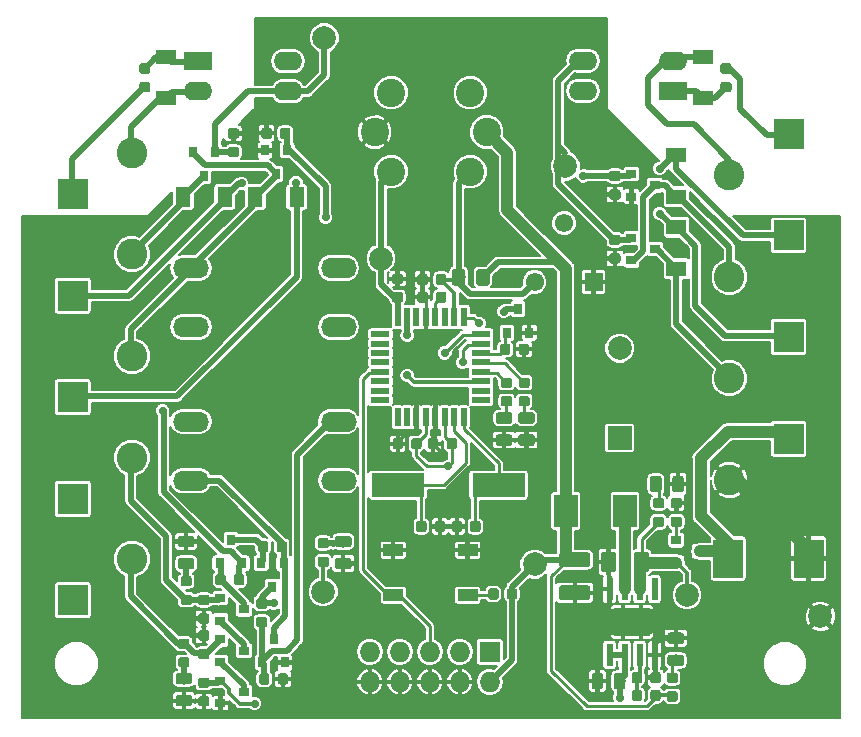
<source format=gtl>
G04 #@! TF.GenerationSoftware,KiCad,Pcbnew,(5.0.2)-1*
G04 #@! TF.CreationDate,2019-05-12T18:02:06+02:00*
G04 #@! TF.ProjectId,SafetySystem,53616665-7479-4537-9973-74656d2e6b69,rev?*
G04 #@! TF.SameCoordinates,Original*
G04 #@! TF.FileFunction,Copper,L1,Top*
G04 #@! TF.FilePolarity,Positive*
%FSLAX46Y46*%
G04 Gerber Fmt 4.6, Leading zero omitted, Abs format (unit mm)*
G04 Created by KiCad (PCBNEW (5.0.2)-1) date 12.05.2019 18:02:06*
%MOMM*%
%LPD*%
G01*
G04 APERTURE LIST*
G04 #@! TA.AperFunction,ComponentPad*
%ADD10C,2.400000*%
G04 #@! TD*
G04 #@! TA.AperFunction,SMDPad,CuDef*
%ADD11R,2.000000X2.800000*%
G04 #@! TD*
G04 #@! TA.AperFunction,ComponentPad*
%ADD12C,1.550000*%
G04 #@! TD*
G04 #@! TA.AperFunction,ComponentPad*
%ADD13R,1.550000X1.550000*%
G04 #@! TD*
G04 #@! TA.AperFunction,ComponentPad*
%ADD14O,3.048000X1.727200*%
G04 #@! TD*
G04 #@! TA.AperFunction,SMDPad,CuDef*
%ADD15R,4.500000X2.000000*%
G04 #@! TD*
G04 #@! TA.AperFunction,ComponentPad*
%ADD16C,2.000000*%
G04 #@! TD*
G04 #@! TA.AperFunction,Conductor*
%ADD17C,0.100000*%
G04 #@! TD*
G04 #@! TA.AperFunction,SMDPad,CuDef*
%ADD18C,0.975000*%
G04 #@! TD*
G04 #@! TA.AperFunction,SMDPad,CuDef*
%ADD19R,1.600000X0.550000*%
G04 #@! TD*
G04 #@! TA.AperFunction,SMDPad,CuDef*
%ADD20R,0.550000X1.600000*%
G04 #@! TD*
G04 #@! TA.AperFunction,ComponentPad*
%ADD21R,2.600000X2.600000*%
G04 #@! TD*
G04 #@! TA.AperFunction,ComponentPad*
%ADD22C,2.600000*%
G04 #@! TD*
G04 #@! TA.AperFunction,SMDPad,CuDef*
%ADD23C,0.875000*%
G04 #@! TD*
G04 #@! TA.AperFunction,ComponentPad*
%ADD24O,2.400000X1.600000*%
G04 #@! TD*
G04 #@! TA.AperFunction,ComponentPad*
%ADD25R,2.400000X1.600000*%
G04 #@! TD*
G04 #@! TA.AperFunction,ComponentPad*
%ADD26R,2.000000X2.000000*%
G04 #@! TD*
G04 #@! TA.AperFunction,ComponentPad*
%ADD27O,1.727200X1.727200*%
G04 #@! TD*
G04 #@! TA.AperFunction,ComponentPad*
%ADD28R,1.727200X1.727200*%
G04 #@! TD*
G04 #@! TA.AperFunction,SMDPad,CuDef*
%ADD29C,1.250000*%
G04 #@! TD*
G04 #@! TA.AperFunction,SMDPad,CuDef*
%ADD30C,1.150000*%
G04 #@! TD*
G04 #@! TA.AperFunction,SMDPad,CuDef*
%ADD31R,1.700000X1.000000*%
G04 #@! TD*
G04 #@! TA.AperFunction,SMDPad,CuDef*
%ADD32R,1.700000X1.300000*%
G04 #@! TD*
G04 #@! TA.AperFunction,SMDPad,CuDef*
%ADD33R,1.300000X1.700000*%
G04 #@! TD*
G04 #@! TA.AperFunction,SMDPad,CuDef*
%ADD34R,2.500000X3.300000*%
G04 #@! TD*
G04 #@! TA.AperFunction,SMDPad,CuDef*
%ADD35R,1.550000X1.205000*%
G04 #@! TD*
G04 #@! TA.AperFunction,SMDPad,CuDef*
%ADD36R,0.610000X1.910000*%
G04 #@! TD*
G04 #@! TA.AperFunction,SMDPad,CuDef*
%ADD37R,0.900000X0.800000*%
G04 #@! TD*
G04 #@! TA.AperFunction,SMDPad,CuDef*
%ADD38R,0.800000X0.900000*%
G04 #@! TD*
G04 #@! TA.AperFunction,ViaPad*
%ADD39C,0.700000*%
G04 #@! TD*
G04 #@! TA.AperFunction,Conductor*
%ADD40C,0.500000*%
G04 #@! TD*
G04 #@! TA.AperFunction,Conductor*
%ADD41C,0.300000*%
G04 #@! TD*
G04 #@! TA.AperFunction,Conductor*
%ADD42C,0.250000*%
G04 #@! TD*
G04 #@! TA.AperFunction,Conductor*
%ADD43C,1.000000*%
G04 #@! TD*
G04 #@! TA.AperFunction,Conductor*
%ADD44C,0.200000*%
G04 #@! TD*
G04 APERTURE END LIST*
D10*
G04 #@! TO.P,U2,4*
G04 #@! TO.N,+5V*
X199750000Y-60000000D03*
G04 #@! TO.P,U2,3*
G04 #@! TO.N,+5VA*
X198350000Y-63350000D03*
G04 #@! TO.P,U2,1*
G04 #@! TO.N,/ADC*
X191650000Y-63350000D03*
G04 #@! TO.P,U2,2*
G04 #@! TO.N,GND*
X190250000Y-60000000D03*
G04 #@! TO.P,U2,1*
G04 #@! TO.N,/ADC*
X191650000Y-56650000D03*
G04 #@! TO.P,U2,3*
G04 #@! TO.N,+5VA*
X198350000Y-56650000D03*
G04 #@! TD*
D11*
G04 #@! TO.P,L1,2*
G04 #@! TO.N,+5V*
X206451794Y-92087619D03*
G04 #@! TO.P,L1,1*
G04 #@! TO.N,Net-(L1-Pad1)*
X211451794Y-92087619D03*
G04 #@! TD*
D12*
G04 #@! TO.P,RV1,3*
G04 #@! TO.N,+5VA*
X203800000Y-72700000D03*
D13*
G04 #@! TO.P,RV1,1*
G04 #@! TO.N,GND*
X208800000Y-72700000D03*
D12*
G04 #@! TO.P,RV1,2*
G04 #@! TO.N,/ADC_POT*
X206300000Y-67700000D03*
G04 #@! TD*
D14*
G04 #@! TO.P,SW3,2*
G04 #@! TO.N,/S_R*
X187200000Y-84500000D03*
G04 #@! TO.P,SW3,1*
G04 #@! TO.N,Net-(Q3-Pad1)*
X187200000Y-89500000D03*
G04 #@! TO.P,SW3,2*
G04 #@! TO.N,/S_R*
X174700000Y-84500000D03*
G04 #@! TO.P,SW3,1*
G04 #@! TO.N,Net-(Q3-Pad1)*
X174700000Y-89500000D03*
G04 #@! TD*
G04 #@! TO.P,SW4,1*
G04 #@! TO.N,/INLET*
X174700000Y-76500000D03*
G04 #@! TO.P,SW4,2*
G04 #@! TO.N,Net-(D13-Pad2)*
X174700000Y-71500000D03*
G04 #@! TO.P,SW4,1*
G04 #@! TO.N,/INLET*
X187200000Y-76500000D03*
G04 #@! TO.P,SW4,2*
G04 #@! TO.N,Net-(D13-Pad2)*
X187200000Y-71500000D03*
G04 #@! TD*
D15*
G04 #@! TO.P,Y1,1*
G04 #@! TO.N,Net-(C4-Pad1)*
X192250806Y-89883504D03*
G04 #@! TO.P,Y1,2*
G04 #@! TO.N,Net-(C5-Pad1)*
X200750806Y-89883504D03*
G04 #@! TD*
D16*
G04 #@! TO.P,TP6,1*
G04 #@! TO.N,Net-(Q10-Pad1)*
X206400000Y-62900000D03*
G04 #@! TD*
G04 #@! TO.P,TP3,1*
G04 #@! TO.N,GND*
X228000000Y-101000000D03*
G04 #@! TD*
G04 #@! TO.P,TP7,1*
G04 #@! TO.N,Net-(Q9-Pad1)*
X186000000Y-52000000D03*
G04 #@! TD*
G04 #@! TO.P,TP5,1*
G04 #@! TO.N,/SFT_SIG*
X185900000Y-98900000D03*
G04 #@! TD*
G04 #@! TO.P,TP4,1*
G04 #@! TO.N,/ADC*
X190800000Y-70700000D03*
G04 #@! TD*
G04 #@! TO.P,TP1,1*
G04 #@! TO.N,+12V*
X216700000Y-99200000D03*
G04 #@! TD*
G04 #@! TO.P,TP2,1*
G04 #@! TO.N,+5V*
X203800000Y-96600000D03*
G04 #@! TD*
D17*
G04 #@! TO.N,Net-(D6-Pad2)*
G04 #@! TO.C,D6*
G36*
X174580142Y-105776174D02*
X174603803Y-105779684D01*
X174627007Y-105785496D01*
X174649529Y-105793554D01*
X174671153Y-105803782D01*
X174691670Y-105816079D01*
X174710883Y-105830329D01*
X174728607Y-105846393D01*
X174744671Y-105864117D01*
X174758921Y-105883330D01*
X174771218Y-105903847D01*
X174781446Y-105925471D01*
X174789504Y-105947993D01*
X174795316Y-105971197D01*
X174798826Y-105994858D01*
X174800000Y-106018750D01*
X174800000Y-106506250D01*
X174798826Y-106530142D01*
X174795316Y-106553803D01*
X174789504Y-106577007D01*
X174781446Y-106599529D01*
X174771218Y-106621153D01*
X174758921Y-106641670D01*
X174744671Y-106660883D01*
X174728607Y-106678607D01*
X174710883Y-106694671D01*
X174691670Y-106708921D01*
X174671153Y-106721218D01*
X174649529Y-106731446D01*
X174627007Y-106739504D01*
X174603803Y-106745316D01*
X174580142Y-106748826D01*
X174556250Y-106750000D01*
X173643750Y-106750000D01*
X173619858Y-106748826D01*
X173596197Y-106745316D01*
X173572993Y-106739504D01*
X173550471Y-106731446D01*
X173528847Y-106721218D01*
X173508330Y-106708921D01*
X173489117Y-106694671D01*
X173471393Y-106678607D01*
X173455329Y-106660883D01*
X173441079Y-106641670D01*
X173428782Y-106621153D01*
X173418554Y-106599529D01*
X173410496Y-106577007D01*
X173404684Y-106553803D01*
X173401174Y-106530142D01*
X173400000Y-106506250D01*
X173400000Y-106018750D01*
X173401174Y-105994858D01*
X173404684Y-105971197D01*
X173410496Y-105947993D01*
X173418554Y-105925471D01*
X173428782Y-105903847D01*
X173441079Y-105883330D01*
X173455329Y-105864117D01*
X173471393Y-105846393D01*
X173489117Y-105830329D01*
X173508330Y-105816079D01*
X173528847Y-105803782D01*
X173550471Y-105793554D01*
X173572993Y-105785496D01*
X173596197Y-105779684D01*
X173619858Y-105776174D01*
X173643750Y-105775000D01*
X174556250Y-105775000D01*
X174580142Y-105776174D01*
X174580142Y-105776174D01*
G37*
D18*
G04 #@! TD*
G04 #@! TO.P,D6,2*
G04 #@! TO.N,Net-(D6-Pad2)*
X174100000Y-106262500D03*
D17*
G04 #@! TO.N,GND*
G04 #@! TO.C,D6*
G36*
X174580142Y-107651174D02*
X174603803Y-107654684D01*
X174627007Y-107660496D01*
X174649529Y-107668554D01*
X174671153Y-107678782D01*
X174691670Y-107691079D01*
X174710883Y-107705329D01*
X174728607Y-107721393D01*
X174744671Y-107739117D01*
X174758921Y-107758330D01*
X174771218Y-107778847D01*
X174781446Y-107800471D01*
X174789504Y-107822993D01*
X174795316Y-107846197D01*
X174798826Y-107869858D01*
X174800000Y-107893750D01*
X174800000Y-108381250D01*
X174798826Y-108405142D01*
X174795316Y-108428803D01*
X174789504Y-108452007D01*
X174781446Y-108474529D01*
X174771218Y-108496153D01*
X174758921Y-108516670D01*
X174744671Y-108535883D01*
X174728607Y-108553607D01*
X174710883Y-108569671D01*
X174691670Y-108583921D01*
X174671153Y-108596218D01*
X174649529Y-108606446D01*
X174627007Y-108614504D01*
X174603803Y-108620316D01*
X174580142Y-108623826D01*
X174556250Y-108625000D01*
X173643750Y-108625000D01*
X173619858Y-108623826D01*
X173596197Y-108620316D01*
X173572993Y-108614504D01*
X173550471Y-108606446D01*
X173528847Y-108596218D01*
X173508330Y-108583921D01*
X173489117Y-108569671D01*
X173471393Y-108553607D01*
X173455329Y-108535883D01*
X173441079Y-108516670D01*
X173428782Y-108496153D01*
X173418554Y-108474529D01*
X173410496Y-108452007D01*
X173404684Y-108428803D01*
X173401174Y-108405142D01*
X173400000Y-108381250D01*
X173400000Y-107893750D01*
X173401174Y-107869858D01*
X173404684Y-107846197D01*
X173410496Y-107822993D01*
X173418554Y-107800471D01*
X173428782Y-107778847D01*
X173441079Y-107758330D01*
X173455329Y-107739117D01*
X173471393Y-107721393D01*
X173489117Y-107705329D01*
X173508330Y-107691079D01*
X173528847Y-107678782D01*
X173550471Y-107668554D01*
X173572993Y-107660496D01*
X173596197Y-107654684D01*
X173619858Y-107651174D01*
X173643750Y-107650000D01*
X174556250Y-107650000D01*
X174580142Y-107651174D01*
X174580142Y-107651174D01*
G37*
D18*
G04 #@! TD*
G04 #@! TO.P,D6,1*
G04 #@! TO.N,GND*
X174100000Y-108137500D03*
D19*
G04 #@! TO.P,U3,32*
G04 #@! TO.N,Net-(U3-Pad32)*
X190750000Y-82700000D03*
G04 #@! TO.P,U3,31*
G04 #@! TO.N,Net-(U3-Pad31)*
X190750000Y-81900000D03*
G04 #@! TO.P,U3,30*
G04 #@! TO.N,Net-(U3-Pad30)*
X190750000Y-81100000D03*
G04 #@! TO.P,U3,29*
G04 #@! TO.N,/RST*
X190750000Y-80300000D03*
G04 #@! TO.P,U3,28*
G04 #@! TO.N,Net-(U3-Pad28)*
X190750000Y-79500000D03*
G04 #@! TO.P,U3,27*
G04 #@! TO.N,Net-(U3-Pad27)*
X190750000Y-78700000D03*
G04 #@! TO.P,U3,26*
G04 #@! TO.N,Net-(U3-Pad26)*
X190750000Y-77900000D03*
G04 #@! TO.P,U3,25*
G04 #@! TO.N,Net-(U3-Pad25)*
X190750000Y-77100000D03*
D20*
G04 #@! TO.P,U3,24*
G04 #@! TO.N,/ADC*
X192200000Y-75650000D03*
G04 #@! TO.P,U3,23*
G04 #@! TO.N,/ADC_POT*
X193000000Y-75650000D03*
G04 #@! TO.P,U3,22*
G04 #@! TO.N,Net-(U3-Pad22)*
X193800000Y-75650000D03*
G04 #@! TO.P,U3,21*
G04 #@! TO.N,GND*
X194600000Y-75650000D03*
G04 #@! TO.P,U3,20*
G04 #@! TO.N,Net-(C6-Pad1)*
X195400000Y-75650000D03*
G04 #@! TO.P,U3,19*
G04 #@! TO.N,Net-(U3-Pad19)*
X196200000Y-75650000D03*
G04 #@! TO.P,U3,18*
G04 #@! TO.N,+5VA*
X197000000Y-75650000D03*
G04 #@! TO.P,U3,17*
G04 #@! TO.N,/SCK*
X197800000Y-75650000D03*
D19*
G04 #@! TO.P,U3,16*
G04 #@! TO.N,/MISO*
X199250000Y-77100000D03*
G04 #@! TO.P,U3,15*
G04 #@! TO.N,/MOSI*
X199250000Y-77900000D03*
G04 #@! TO.P,U3,14*
G04 #@! TO.N,/BUZZER*
X199250000Y-78700000D03*
G04 #@! TO.P,U3,13*
G04 #@! TO.N,/LED_G*
X199250000Y-79500000D03*
G04 #@! TO.P,U3,12*
G04 #@! TO.N,/LED_R*
X199250000Y-80300000D03*
G04 #@! TO.P,U3,11*
G04 #@! TO.N,/H2_SIG*
X199250000Y-81100000D03*
G04 #@! TO.P,U3,10*
G04 #@! TO.N,Net-(U3-Pad10)*
X199250000Y-81900000D03*
G04 #@! TO.P,U3,9*
G04 #@! TO.N,Net-(U3-Pad9)*
X199250000Y-82700000D03*
D20*
G04 #@! TO.P,U3,8*
G04 #@! TO.N,Net-(C5-Pad1)*
X197800000Y-84150000D03*
G04 #@! TO.P,U3,7*
G04 #@! TO.N,Net-(C4-Pad1)*
X197000000Y-84150000D03*
G04 #@! TO.P,U3,6*
G04 #@! TO.N,+5V*
X196200000Y-84150000D03*
G04 #@! TO.P,U3,5*
G04 #@! TO.N,GND*
X195400000Y-84150000D03*
G04 #@! TO.P,U3,4*
G04 #@! TO.N,+5V*
X194600000Y-84150000D03*
G04 #@! TO.P,U3,3*
G04 #@! TO.N,GND*
X193800000Y-84150000D03*
G04 #@! TO.P,U3,2*
G04 #@! TO.N,Net-(U3-Pad2)*
X193000000Y-84150000D03*
G04 #@! TO.P,U3,1*
G04 #@! TO.N,Net-(U3-Pad1)*
X192200000Y-84150000D03*
G04 #@! TD*
D21*
G04 #@! TO.P,J2,1*
G04 #@! TO.N,+12V*
X164700000Y-91050000D03*
D22*
G04 #@! TO.P,J2,2*
G04 #@! TO.N,/B1*
X169700000Y-87550000D03*
G04 #@! TD*
D17*
G04 #@! TO.N,Net-(J7-Pad1)*
G04 #@! TO.C,R21*
G36*
X171077691Y-55751053D02*
X171098926Y-55754203D01*
X171119750Y-55759419D01*
X171139962Y-55766651D01*
X171159368Y-55775830D01*
X171177781Y-55786866D01*
X171195024Y-55799654D01*
X171210930Y-55814070D01*
X171225346Y-55829976D01*
X171238134Y-55847219D01*
X171249170Y-55865632D01*
X171258349Y-55885038D01*
X171265581Y-55905250D01*
X171270797Y-55926074D01*
X171273947Y-55947309D01*
X171275000Y-55968750D01*
X171275000Y-56406250D01*
X171273947Y-56427691D01*
X171270797Y-56448926D01*
X171265581Y-56469750D01*
X171258349Y-56489962D01*
X171249170Y-56509368D01*
X171238134Y-56527781D01*
X171225346Y-56545024D01*
X171210930Y-56560930D01*
X171195024Y-56575346D01*
X171177781Y-56588134D01*
X171159368Y-56599170D01*
X171139962Y-56608349D01*
X171119750Y-56615581D01*
X171098926Y-56620797D01*
X171077691Y-56623947D01*
X171056250Y-56625000D01*
X170543750Y-56625000D01*
X170522309Y-56623947D01*
X170501074Y-56620797D01*
X170480250Y-56615581D01*
X170460038Y-56608349D01*
X170440632Y-56599170D01*
X170422219Y-56588134D01*
X170404976Y-56575346D01*
X170389070Y-56560930D01*
X170374654Y-56545024D01*
X170361866Y-56527781D01*
X170350830Y-56509368D01*
X170341651Y-56489962D01*
X170334419Y-56469750D01*
X170329203Y-56448926D01*
X170326053Y-56427691D01*
X170325000Y-56406250D01*
X170325000Y-55968750D01*
X170326053Y-55947309D01*
X170329203Y-55926074D01*
X170334419Y-55905250D01*
X170341651Y-55885038D01*
X170350830Y-55865632D01*
X170361866Y-55847219D01*
X170374654Y-55829976D01*
X170389070Y-55814070D01*
X170404976Y-55799654D01*
X170422219Y-55786866D01*
X170440632Y-55775830D01*
X170460038Y-55766651D01*
X170480250Y-55759419D01*
X170501074Y-55754203D01*
X170522309Y-55751053D01*
X170543750Y-55750000D01*
X171056250Y-55750000D01*
X171077691Y-55751053D01*
X171077691Y-55751053D01*
G37*
D23*
G04 #@! TD*
G04 #@! TO.P,R21,2*
G04 #@! TO.N,Net-(J7-Pad1)*
X170800000Y-56187500D03*
D17*
G04 #@! TO.N,Net-(D11-Pad1)*
G04 #@! TO.C,R21*
G36*
X171077691Y-54176053D02*
X171098926Y-54179203D01*
X171119750Y-54184419D01*
X171139962Y-54191651D01*
X171159368Y-54200830D01*
X171177781Y-54211866D01*
X171195024Y-54224654D01*
X171210930Y-54239070D01*
X171225346Y-54254976D01*
X171238134Y-54272219D01*
X171249170Y-54290632D01*
X171258349Y-54310038D01*
X171265581Y-54330250D01*
X171270797Y-54351074D01*
X171273947Y-54372309D01*
X171275000Y-54393750D01*
X171275000Y-54831250D01*
X171273947Y-54852691D01*
X171270797Y-54873926D01*
X171265581Y-54894750D01*
X171258349Y-54914962D01*
X171249170Y-54934368D01*
X171238134Y-54952781D01*
X171225346Y-54970024D01*
X171210930Y-54985930D01*
X171195024Y-55000346D01*
X171177781Y-55013134D01*
X171159368Y-55024170D01*
X171139962Y-55033349D01*
X171119750Y-55040581D01*
X171098926Y-55045797D01*
X171077691Y-55048947D01*
X171056250Y-55050000D01*
X170543750Y-55050000D01*
X170522309Y-55048947D01*
X170501074Y-55045797D01*
X170480250Y-55040581D01*
X170460038Y-55033349D01*
X170440632Y-55024170D01*
X170422219Y-55013134D01*
X170404976Y-55000346D01*
X170389070Y-54985930D01*
X170374654Y-54970024D01*
X170361866Y-54952781D01*
X170350830Y-54934368D01*
X170341651Y-54914962D01*
X170334419Y-54894750D01*
X170329203Y-54873926D01*
X170326053Y-54852691D01*
X170325000Y-54831250D01*
X170325000Y-54393750D01*
X170326053Y-54372309D01*
X170329203Y-54351074D01*
X170334419Y-54330250D01*
X170341651Y-54310038D01*
X170350830Y-54290632D01*
X170361866Y-54272219D01*
X170374654Y-54254976D01*
X170389070Y-54239070D01*
X170404976Y-54224654D01*
X170422219Y-54211866D01*
X170440632Y-54200830D01*
X170460038Y-54191651D01*
X170480250Y-54184419D01*
X170501074Y-54179203D01*
X170522309Y-54176053D01*
X170543750Y-54175000D01*
X171056250Y-54175000D01*
X171077691Y-54176053D01*
X171077691Y-54176053D01*
G37*
D23*
G04 #@! TD*
G04 #@! TO.P,R21,1*
G04 #@! TO.N,Net-(D11-Pad1)*
X170800000Y-54612500D03*
D24*
G04 #@! TO.P,U4,4*
G04 #@! TO.N,+12V*
X182920000Y-54000000D03*
G04 #@! TO.P,U4,2*
G04 #@! TO.N,Net-(D11-Pad2)*
X175300000Y-56540000D03*
G04 #@! TO.P,U4,3*
G04 #@! TO.N,Net-(Q9-Pad1)*
X182920000Y-56540000D03*
D25*
G04 #@! TO.P,U4,1*
G04 #@! TO.N,Net-(D11-Pad1)*
X175300000Y-54000000D03*
G04 #@! TD*
D21*
G04 #@! TO.P,J1,1*
G04 #@! TO.N,Net-(D1-Pad1)*
X225300000Y-85950000D03*
D22*
G04 #@! TO.P,J1,2*
G04 #@! TO.N,GND*
X220300000Y-89450000D03*
G04 #@! TD*
D16*
G04 #@! TO.P,BZ1,2*
G04 #@! TO.N,Net-(BZ1-Pad2)*
X211000000Y-78300000D03*
D26*
G04 #@! TO.P,BZ1,1*
G04 #@! TO.N,+5V*
X211000000Y-85900000D03*
G04 #@! TD*
D27*
G04 #@! TO.P,J4,10*
G04 #@! TO.N,GND*
X189840000Y-106540000D03*
G04 #@! TO.P,J4,9*
G04 #@! TO.N,/MISO*
X189840000Y-104000000D03*
G04 #@! TO.P,J4,8*
G04 #@! TO.N,GND*
X192380000Y-106540000D03*
G04 #@! TO.P,J4,7*
G04 #@! TO.N,/SCK*
X192380000Y-104000000D03*
G04 #@! TO.P,J4,6*
G04 #@! TO.N,GND*
X194920000Y-106540000D03*
G04 #@! TO.P,J4,5*
G04 #@! TO.N,/RST*
X194920000Y-104000000D03*
G04 #@! TO.P,J4,4*
G04 #@! TO.N,GND*
X197460000Y-106540000D03*
G04 #@! TO.P,J4,3*
G04 #@! TO.N,Net-(J4-Pad3)*
X197460000Y-104000000D03*
G04 #@! TO.P,J4,2*
G04 #@! TO.N,+5V*
X200000000Y-106540000D03*
D28*
G04 #@! TO.P,J4,1*
G04 #@! TO.N,/MOSI*
X200000000Y-104000000D03*
G04 #@! TD*
D17*
G04 #@! TO.N,GND*
G04 #@! TO.C,C3*
G36*
X208299504Y-98376204D02*
X208323773Y-98379804D01*
X208347571Y-98385765D01*
X208370671Y-98394030D01*
X208392849Y-98404520D01*
X208413893Y-98417133D01*
X208433598Y-98431747D01*
X208451777Y-98448223D01*
X208468253Y-98466402D01*
X208482867Y-98486107D01*
X208495480Y-98507151D01*
X208505970Y-98529329D01*
X208514235Y-98552429D01*
X208520196Y-98576227D01*
X208523796Y-98600496D01*
X208525000Y-98625000D01*
X208525000Y-99375000D01*
X208523796Y-99399504D01*
X208520196Y-99423773D01*
X208514235Y-99447571D01*
X208505970Y-99470671D01*
X208495480Y-99492849D01*
X208482867Y-99513893D01*
X208468253Y-99533598D01*
X208451777Y-99551777D01*
X208433598Y-99568253D01*
X208413893Y-99582867D01*
X208392849Y-99595480D01*
X208370671Y-99605970D01*
X208347571Y-99614235D01*
X208323773Y-99620196D01*
X208299504Y-99623796D01*
X208275000Y-99625000D01*
X206125000Y-99625000D01*
X206100496Y-99623796D01*
X206076227Y-99620196D01*
X206052429Y-99614235D01*
X206029329Y-99605970D01*
X206007151Y-99595480D01*
X205986107Y-99582867D01*
X205966402Y-99568253D01*
X205948223Y-99551777D01*
X205931747Y-99533598D01*
X205917133Y-99513893D01*
X205904520Y-99492849D01*
X205894030Y-99470671D01*
X205885765Y-99447571D01*
X205879804Y-99423773D01*
X205876204Y-99399504D01*
X205875000Y-99375000D01*
X205875000Y-98625000D01*
X205876204Y-98600496D01*
X205879804Y-98576227D01*
X205885765Y-98552429D01*
X205894030Y-98529329D01*
X205904520Y-98507151D01*
X205917133Y-98486107D01*
X205931747Y-98466402D01*
X205948223Y-98448223D01*
X205966402Y-98431747D01*
X205986107Y-98417133D01*
X206007151Y-98404520D01*
X206029329Y-98394030D01*
X206052429Y-98385765D01*
X206076227Y-98379804D01*
X206100496Y-98376204D01*
X206125000Y-98375000D01*
X208275000Y-98375000D01*
X208299504Y-98376204D01*
X208299504Y-98376204D01*
G37*
D29*
G04 #@! TD*
G04 #@! TO.P,C3,2*
G04 #@! TO.N,GND*
X207200000Y-99000000D03*
D17*
G04 #@! TO.N,+5V*
G04 #@! TO.C,C3*
G36*
X208299504Y-95576204D02*
X208323773Y-95579804D01*
X208347571Y-95585765D01*
X208370671Y-95594030D01*
X208392849Y-95604520D01*
X208413893Y-95617133D01*
X208433598Y-95631747D01*
X208451777Y-95648223D01*
X208468253Y-95666402D01*
X208482867Y-95686107D01*
X208495480Y-95707151D01*
X208505970Y-95729329D01*
X208514235Y-95752429D01*
X208520196Y-95776227D01*
X208523796Y-95800496D01*
X208525000Y-95825000D01*
X208525000Y-96575000D01*
X208523796Y-96599504D01*
X208520196Y-96623773D01*
X208514235Y-96647571D01*
X208505970Y-96670671D01*
X208495480Y-96692849D01*
X208482867Y-96713893D01*
X208468253Y-96733598D01*
X208451777Y-96751777D01*
X208433598Y-96768253D01*
X208413893Y-96782867D01*
X208392849Y-96795480D01*
X208370671Y-96805970D01*
X208347571Y-96814235D01*
X208323773Y-96820196D01*
X208299504Y-96823796D01*
X208275000Y-96825000D01*
X206125000Y-96825000D01*
X206100496Y-96823796D01*
X206076227Y-96820196D01*
X206052429Y-96814235D01*
X206029329Y-96805970D01*
X206007151Y-96795480D01*
X205986107Y-96782867D01*
X205966402Y-96768253D01*
X205948223Y-96751777D01*
X205931747Y-96733598D01*
X205917133Y-96713893D01*
X205904520Y-96692849D01*
X205894030Y-96670671D01*
X205885765Y-96647571D01*
X205879804Y-96623773D01*
X205876204Y-96599504D01*
X205875000Y-96575000D01*
X205875000Y-95825000D01*
X205876204Y-95800496D01*
X205879804Y-95776227D01*
X205885765Y-95752429D01*
X205894030Y-95729329D01*
X205904520Y-95707151D01*
X205917133Y-95686107D01*
X205931747Y-95666402D01*
X205948223Y-95648223D01*
X205966402Y-95631747D01*
X205986107Y-95617133D01*
X206007151Y-95604520D01*
X206029329Y-95594030D01*
X206052429Y-95585765D01*
X206076227Y-95579804D01*
X206100496Y-95576204D01*
X206125000Y-95575000D01*
X208275000Y-95575000D01*
X208299504Y-95576204D01*
X208299504Y-95576204D01*
G37*
D29*
G04 #@! TD*
G04 #@! TO.P,C3,1*
G04 #@! TO.N,+5V*
X207200000Y-96200000D03*
D17*
G04 #@! TO.N,GND*
G04 #@! TO.C,C2*
G36*
X209381936Y-105788793D02*
X209405597Y-105792303D01*
X209428801Y-105798115D01*
X209451323Y-105806173D01*
X209472947Y-105816401D01*
X209493464Y-105828698D01*
X209512677Y-105842948D01*
X209530401Y-105859012D01*
X209546465Y-105876736D01*
X209560715Y-105895949D01*
X209573012Y-105916466D01*
X209583240Y-105938090D01*
X209591298Y-105960612D01*
X209597110Y-105983816D01*
X209600620Y-106007477D01*
X209601794Y-106031369D01*
X209601794Y-106943869D01*
X209600620Y-106967761D01*
X209597110Y-106991422D01*
X209591298Y-107014626D01*
X209583240Y-107037148D01*
X209573012Y-107058772D01*
X209560715Y-107079289D01*
X209546465Y-107098502D01*
X209530401Y-107116226D01*
X209512677Y-107132290D01*
X209493464Y-107146540D01*
X209472947Y-107158837D01*
X209451323Y-107169065D01*
X209428801Y-107177123D01*
X209405597Y-107182935D01*
X209381936Y-107186445D01*
X209358044Y-107187619D01*
X208870544Y-107187619D01*
X208846652Y-107186445D01*
X208822991Y-107182935D01*
X208799787Y-107177123D01*
X208777265Y-107169065D01*
X208755641Y-107158837D01*
X208735124Y-107146540D01*
X208715911Y-107132290D01*
X208698187Y-107116226D01*
X208682123Y-107098502D01*
X208667873Y-107079289D01*
X208655576Y-107058772D01*
X208645348Y-107037148D01*
X208637290Y-107014626D01*
X208631478Y-106991422D01*
X208627968Y-106967761D01*
X208626794Y-106943869D01*
X208626794Y-106031369D01*
X208627968Y-106007477D01*
X208631478Y-105983816D01*
X208637290Y-105960612D01*
X208645348Y-105938090D01*
X208655576Y-105916466D01*
X208667873Y-105895949D01*
X208682123Y-105876736D01*
X208698187Y-105859012D01*
X208715911Y-105842948D01*
X208735124Y-105828698D01*
X208755641Y-105816401D01*
X208777265Y-105806173D01*
X208799787Y-105798115D01*
X208822991Y-105792303D01*
X208846652Y-105788793D01*
X208870544Y-105787619D01*
X209358044Y-105787619D01*
X209381936Y-105788793D01*
X209381936Y-105788793D01*
G37*
D18*
G04 #@! TD*
G04 #@! TO.P,C2,2*
G04 #@! TO.N,GND*
X209114294Y-106487619D03*
D17*
G04 #@! TO.N,+12V*
G04 #@! TO.C,C2*
G36*
X211256936Y-105788793D02*
X211280597Y-105792303D01*
X211303801Y-105798115D01*
X211326323Y-105806173D01*
X211347947Y-105816401D01*
X211368464Y-105828698D01*
X211387677Y-105842948D01*
X211405401Y-105859012D01*
X211421465Y-105876736D01*
X211435715Y-105895949D01*
X211448012Y-105916466D01*
X211458240Y-105938090D01*
X211466298Y-105960612D01*
X211472110Y-105983816D01*
X211475620Y-106007477D01*
X211476794Y-106031369D01*
X211476794Y-106943869D01*
X211475620Y-106967761D01*
X211472110Y-106991422D01*
X211466298Y-107014626D01*
X211458240Y-107037148D01*
X211448012Y-107058772D01*
X211435715Y-107079289D01*
X211421465Y-107098502D01*
X211405401Y-107116226D01*
X211387677Y-107132290D01*
X211368464Y-107146540D01*
X211347947Y-107158837D01*
X211326323Y-107169065D01*
X211303801Y-107177123D01*
X211280597Y-107182935D01*
X211256936Y-107186445D01*
X211233044Y-107187619D01*
X210745544Y-107187619D01*
X210721652Y-107186445D01*
X210697991Y-107182935D01*
X210674787Y-107177123D01*
X210652265Y-107169065D01*
X210630641Y-107158837D01*
X210610124Y-107146540D01*
X210590911Y-107132290D01*
X210573187Y-107116226D01*
X210557123Y-107098502D01*
X210542873Y-107079289D01*
X210530576Y-107058772D01*
X210520348Y-107037148D01*
X210512290Y-107014626D01*
X210506478Y-106991422D01*
X210502968Y-106967761D01*
X210501794Y-106943869D01*
X210501794Y-106031369D01*
X210502968Y-106007477D01*
X210506478Y-105983816D01*
X210512290Y-105960612D01*
X210520348Y-105938090D01*
X210530576Y-105916466D01*
X210542873Y-105895949D01*
X210557123Y-105876736D01*
X210573187Y-105859012D01*
X210590911Y-105842948D01*
X210610124Y-105828698D01*
X210630641Y-105816401D01*
X210652265Y-105806173D01*
X210674787Y-105798115D01*
X210697991Y-105792303D01*
X210721652Y-105788793D01*
X210745544Y-105787619D01*
X211233044Y-105787619D01*
X211256936Y-105788793D01*
X211256936Y-105788793D01*
G37*
D18*
G04 #@! TD*
G04 #@! TO.P,C2,1*
G04 #@! TO.N,+12V*
X210989294Y-106487619D03*
D17*
G04 #@! TO.N,GND*
G04 #@! TO.C,C1*
G36*
X210451298Y-95513823D02*
X210475567Y-95517423D01*
X210499365Y-95523384D01*
X210522465Y-95531649D01*
X210544643Y-95542139D01*
X210565687Y-95554752D01*
X210585392Y-95569366D01*
X210603571Y-95585842D01*
X210620047Y-95604021D01*
X210634661Y-95623726D01*
X210647274Y-95644770D01*
X210657764Y-95666948D01*
X210666029Y-95690048D01*
X210671990Y-95713846D01*
X210675590Y-95738115D01*
X210676794Y-95762619D01*
X210676794Y-97012619D01*
X210675590Y-97037123D01*
X210671990Y-97061392D01*
X210666029Y-97085190D01*
X210657764Y-97108290D01*
X210647274Y-97130468D01*
X210634661Y-97151512D01*
X210620047Y-97171217D01*
X210603571Y-97189396D01*
X210585392Y-97205872D01*
X210565687Y-97220486D01*
X210544643Y-97233099D01*
X210522465Y-97243589D01*
X210499365Y-97251854D01*
X210475567Y-97257815D01*
X210451298Y-97261415D01*
X210426794Y-97262619D01*
X209676794Y-97262619D01*
X209652290Y-97261415D01*
X209628021Y-97257815D01*
X209604223Y-97251854D01*
X209581123Y-97243589D01*
X209558945Y-97233099D01*
X209537901Y-97220486D01*
X209518196Y-97205872D01*
X209500017Y-97189396D01*
X209483541Y-97171217D01*
X209468927Y-97151512D01*
X209456314Y-97130468D01*
X209445824Y-97108290D01*
X209437559Y-97085190D01*
X209431598Y-97061392D01*
X209427998Y-97037123D01*
X209426794Y-97012619D01*
X209426794Y-95762619D01*
X209427998Y-95738115D01*
X209431598Y-95713846D01*
X209437559Y-95690048D01*
X209445824Y-95666948D01*
X209456314Y-95644770D01*
X209468927Y-95623726D01*
X209483541Y-95604021D01*
X209500017Y-95585842D01*
X209518196Y-95569366D01*
X209537901Y-95554752D01*
X209558945Y-95542139D01*
X209581123Y-95531649D01*
X209604223Y-95523384D01*
X209628021Y-95517423D01*
X209652290Y-95513823D01*
X209676794Y-95512619D01*
X210426794Y-95512619D01*
X210451298Y-95513823D01*
X210451298Y-95513823D01*
G37*
D29*
G04 #@! TD*
G04 #@! TO.P,C1,2*
G04 #@! TO.N,GND*
X210051794Y-96387619D03*
D17*
G04 #@! TO.N,+12V*
G04 #@! TO.C,C1*
G36*
X213251298Y-95513823D02*
X213275567Y-95517423D01*
X213299365Y-95523384D01*
X213322465Y-95531649D01*
X213344643Y-95542139D01*
X213365687Y-95554752D01*
X213385392Y-95569366D01*
X213403571Y-95585842D01*
X213420047Y-95604021D01*
X213434661Y-95623726D01*
X213447274Y-95644770D01*
X213457764Y-95666948D01*
X213466029Y-95690048D01*
X213471990Y-95713846D01*
X213475590Y-95738115D01*
X213476794Y-95762619D01*
X213476794Y-97012619D01*
X213475590Y-97037123D01*
X213471990Y-97061392D01*
X213466029Y-97085190D01*
X213457764Y-97108290D01*
X213447274Y-97130468D01*
X213434661Y-97151512D01*
X213420047Y-97171217D01*
X213403571Y-97189396D01*
X213385392Y-97205872D01*
X213365687Y-97220486D01*
X213344643Y-97233099D01*
X213322465Y-97243589D01*
X213299365Y-97251854D01*
X213275567Y-97257815D01*
X213251298Y-97261415D01*
X213226794Y-97262619D01*
X212476794Y-97262619D01*
X212452290Y-97261415D01*
X212428021Y-97257815D01*
X212404223Y-97251854D01*
X212381123Y-97243589D01*
X212358945Y-97233099D01*
X212337901Y-97220486D01*
X212318196Y-97205872D01*
X212300017Y-97189396D01*
X212283541Y-97171217D01*
X212268927Y-97151512D01*
X212256314Y-97130468D01*
X212245824Y-97108290D01*
X212237559Y-97085190D01*
X212231598Y-97061392D01*
X212227998Y-97037123D01*
X212226794Y-97012619D01*
X212226794Y-95762619D01*
X212227998Y-95738115D01*
X212231598Y-95713846D01*
X212237559Y-95690048D01*
X212245824Y-95666948D01*
X212256314Y-95644770D01*
X212268927Y-95623726D01*
X212283541Y-95604021D01*
X212300017Y-95585842D01*
X212318196Y-95569366D01*
X212337901Y-95554752D01*
X212358945Y-95542139D01*
X212381123Y-95531649D01*
X212404223Y-95523384D01*
X212428021Y-95517423D01*
X212452290Y-95513823D01*
X212476794Y-95512619D01*
X213226794Y-95512619D01*
X213251298Y-95513823D01*
X213251298Y-95513823D01*
G37*
D29*
G04 #@! TD*
G04 #@! TO.P,C1,1*
G04 #@! TO.N,+12V*
X212851794Y-96387619D03*
D17*
G04 #@! TO.N,+5VA*
G04 #@! TO.C,L2*
G36*
X197724505Y-71601204D02*
X197748773Y-71604804D01*
X197772572Y-71610765D01*
X197795671Y-71619030D01*
X197817850Y-71629520D01*
X197838893Y-71642132D01*
X197858599Y-71656747D01*
X197876777Y-71673223D01*
X197893253Y-71691401D01*
X197907868Y-71711107D01*
X197920480Y-71732150D01*
X197930970Y-71754329D01*
X197939235Y-71777428D01*
X197945196Y-71801227D01*
X197948796Y-71825495D01*
X197950000Y-71849999D01*
X197950000Y-72750001D01*
X197948796Y-72774505D01*
X197945196Y-72798773D01*
X197939235Y-72822572D01*
X197930970Y-72845671D01*
X197920480Y-72867850D01*
X197907868Y-72888893D01*
X197893253Y-72908599D01*
X197876777Y-72926777D01*
X197858599Y-72943253D01*
X197838893Y-72957868D01*
X197817850Y-72970480D01*
X197795671Y-72980970D01*
X197772572Y-72989235D01*
X197748773Y-72995196D01*
X197724505Y-72998796D01*
X197700001Y-73000000D01*
X197049999Y-73000000D01*
X197025495Y-72998796D01*
X197001227Y-72995196D01*
X196977428Y-72989235D01*
X196954329Y-72980970D01*
X196932150Y-72970480D01*
X196911107Y-72957868D01*
X196891401Y-72943253D01*
X196873223Y-72926777D01*
X196856747Y-72908599D01*
X196842132Y-72888893D01*
X196829520Y-72867850D01*
X196819030Y-72845671D01*
X196810765Y-72822572D01*
X196804804Y-72798773D01*
X196801204Y-72774505D01*
X196800000Y-72750001D01*
X196800000Y-71849999D01*
X196801204Y-71825495D01*
X196804804Y-71801227D01*
X196810765Y-71777428D01*
X196819030Y-71754329D01*
X196829520Y-71732150D01*
X196842132Y-71711107D01*
X196856747Y-71691401D01*
X196873223Y-71673223D01*
X196891401Y-71656747D01*
X196911107Y-71642132D01*
X196932150Y-71629520D01*
X196954329Y-71619030D01*
X196977428Y-71610765D01*
X197001227Y-71604804D01*
X197025495Y-71601204D01*
X197049999Y-71600000D01*
X197700001Y-71600000D01*
X197724505Y-71601204D01*
X197724505Y-71601204D01*
G37*
D30*
G04 #@! TD*
G04 #@! TO.P,L2,2*
G04 #@! TO.N,+5VA*
X197375000Y-72300000D03*
D17*
G04 #@! TO.N,+5V*
G04 #@! TO.C,L2*
G36*
X199774505Y-71601204D02*
X199798773Y-71604804D01*
X199822572Y-71610765D01*
X199845671Y-71619030D01*
X199867850Y-71629520D01*
X199888893Y-71642132D01*
X199908599Y-71656747D01*
X199926777Y-71673223D01*
X199943253Y-71691401D01*
X199957868Y-71711107D01*
X199970480Y-71732150D01*
X199980970Y-71754329D01*
X199989235Y-71777428D01*
X199995196Y-71801227D01*
X199998796Y-71825495D01*
X200000000Y-71849999D01*
X200000000Y-72750001D01*
X199998796Y-72774505D01*
X199995196Y-72798773D01*
X199989235Y-72822572D01*
X199980970Y-72845671D01*
X199970480Y-72867850D01*
X199957868Y-72888893D01*
X199943253Y-72908599D01*
X199926777Y-72926777D01*
X199908599Y-72943253D01*
X199888893Y-72957868D01*
X199867850Y-72970480D01*
X199845671Y-72980970D01*
X199822572Y-72989235D01*
X199798773Y-72995196D01*
X199774505Y-72998796D01*
X199750001Y-73000000D01*
X199099999Y-73000000D01*
X199075495Y-72998796D01*
X199051227Y-72995196D01*
X199027428Y-72989235D01*
X199004329Y-72980970D01*
X198982150Y-72970480D01*
X198961107Y-72957868D01*
X198941401Y-72943253D01*
X198923223Y-72926777D01*
X198906747Y-72908599D01*
X198892132Y-72888893D01*
X198879520Y-72867850D01*
X198869030Y-72845671D01*
X198860765Y-72822572D01*
X198854804Y-72798773D01*
X198851204Y-72774505D01*
X198850000Y-72750001D01*
X198850000Y-71849999D01*
X198851204Y-71825495D01*
X198854804Y-71801227D01*
X198860765Y-71777428D01*
X198869030Y-71754329D01*
X198879520Y-71732150D01*
X198892132Y-71711107D01*
X198906747Y-71691401D01*
X198923223Y-71673223D01*
X198941401Y-71656747D01*
X198961107Y-71642132D01*
X198982150Y-71629520D01*
X199004329Y-71619030D01*
X199027428Y-71610765D01*
X199051227Y-71604804D01*
X199075495Y-71601204D01*
X199099999Y-71600000D01*
X199750001Y-71600000D01*
X199774505Y-71601204D01*
X199774505Y-71601204D01*
G37*
D30*
G04 #@! TD*
G04 #@! TO.P,L2,1*
G04 #@! TO.N,+5V*
X199425000Y-72300000D03*
D17*
G04 #@! TO.N,GND*
G04 #@! TO.C,C9*
G36*
X195453497Y-85909557D02*
X195474732Y-85912707D01*
X195495556Y-85917923D01*
X195515768Y-85925155D01*
X195535174Y-85934334D01*
X195553587Y-85945370D01*
X195570830Y-85958158D01*
X195586736Y-85972574D01*
X195601152Y-85988480D01*
X195613940Y-86005723D01*
X195624976Y-86024136D01*
X195634155Y-86043542D01*
X195641387Y-86063754D01*
X195646603Y-86084578D01*
X195649753Y-86105813D01*
X195650806Y-86127254D01*
X195650806Y-86639754D01*
X195649753Y-86661195D01*
X195646603Y-86682430D01*
X195641387Y-86703254D01*
X195634155Y-86723466D01*
X195624976Y-86742872D01*
X195613940Y-86761285D01*
X195601152Y-86778528D01*
X195586736Y-86794434D01*
X195570830Y-86808850D01*
X195553587Y-86821638D01*
X195535174Y-86832674D01*
X195515768Y-86841853D01*
X195495556Y-86849085D01*
X195474732Y-86854301D01*
X195453497Y-86857451D01*
X195432056Y-86858504D01*
X194994556Y-86858504D01*
X194973115Y-86857451D01*
X194951880Y-86854301D01*
X194931056Y-86849085D01*
X194910844Y-86841853D01*
X194891438Y-86832674D01*
X194873025Y-86821638D01*
X194855782Y-86808850D01*
X194839876Y-86794434D01*
X194825460Y-86778528D01*
X194812672Y-86761285D01*
X194801636Y-86742872D01*
X194792457Y-86723466D01*
X194785225Y-86703254D01*
X194780009Y-86682430D01*
X194776859Y-86661195D01*
X194775806Y-86639754D01*
X194775806Y-86127254D01*
X194776859Y-86105813D01*
X194780009Y-86084578D01*
X194785225Y-86063754D01*
X194792457Y-86043542D01*
X194801636Y-86024136D01*
X194812672Y-86005723D01*
X194825460Y-85988480D01*
X194839876Y-85972574D01*
X194855782Y-85958158D01*
X194873025Y-85945370D01*
X194891438Y-85934334D01*
X194910844Y-85925155D01*
X194931056Y-85917923D01*
X194951880Y-85912707D01*
X194973115Y-85909557D01*
X194994556Y-85908504D01*
X195432056Y-85908504D01*
X195453497Y-85909557D01*
X195453497Y-85909557D01*
G37*
D23*
G04 #@! TD*
G04 #@! TO.P,C9,2*
G04 #@! TO.N,GND*
X195213306Y-86383504D03*
D17*
G04 #@! TO.N,+5V*
G04 #@! TO.C,C9*
G36*
X197028497Y-85909557D02*
X197049732Y-85912707D01*
X197070556Y-85917923D01*
X197090768Y-85925155D01*
X197110174Y-85934334D01*
X197128587Y-85945370D01*
X197145830Y-85958158D01*
X197161736Y-85972574D01*
X197176152Y-85988480D01*
X197188940Y-86005723D01*
X197199976Y-86024136D01*
X197209155Y-86043542D01*
X197216387Y-86063754D01*
X197221603Y-86084578D01*
X197224753Y-86105813D01*
X197225806Y-86127254D01*
X197225806Y-86639754D01*
X197224753Y-86661195D01*
X197221603Y-86682430D01*
X197216387Y-86703254D01*
X197209155Y-86723466D01*
X197199976Y-86742872D01*
X197188940Y-86761285D01*
X197176152Y-86778528D01*
X197161736Y-86794434D01*
X197145830Y-86808850D01*
X197128587Y-86821638D01*
X197110174Y-86832674D01*
X197090768Y-86841853D01*
X197070556Y-86849085D01*
X197049732Y-86854301D01*
X197028497Y-86857451D01*
X197007056Y-86858504D01*
X196569556Y-86858504D01*
X196548115Y-86857451D01*
X196526880Y-86854301D01*
X196506056Y-86849085D01*
X196485844Y-86841853D01*
X196466438Y-86832674D01*
X196448025Y-86821638D01*
X196430782Y-86808850D01*
X196414876Y-86794434D01*
X196400460Y-86778528D01*
X196387672Y-86761285D01*
X196376636Y-86742872D01*
X196367457Y-86723466D01*
X196360225Y-86703254D01*
X196355009Y-86682430D01*
X196351859Y-86661195D01*
X196350806Y-86639754D01*
X196350806Y-86127254D01*
X196351859Y-86105813D01*
X196355009Y-86084578D01*
X196360225Y-86063754D01*
X196367457Y-86043542D01*
X196376636Y-86024136D01*
X196387672Y-86005723D01*
X196400460Y-85988480D01*
X196414876Y-85972574D01*
X196430782Y-85958158D01*
X196448025Y-85945370D01*
X196466438Y-85934334D01*
X196485844Y-85925155D01*
X196506056Y-85917923D01*
X196526880Y-85912707D01*
X196548115Y-85909557D01*
X196569556Y-85908504D01*
X197007056Y-85908504D01*
X197028497Y-85909557D01*
X197028497Y-85909557D01*
G37*
D23*
G04 #@! TD*
G04 #@! TO.P,C9,1*
G04 #@! TO.N,+5V*
X196788306Y-86383504D03*
D31*
G04 #@! TO.P,SW2,2*
G04 #@! TO.N,/RST*
X198133504Y-99199194D03*
X191833504Y-99199194D03*
G04 #@! TO.P,SW2,1*
G04 #@! TO.N,GND*
X198133504Y-95399194D03*
X191833504Y-95399194D03*
G04 #@! TD*
D17*
G04 #@! TO.N,GND*
G04 #@! TO.C,C7*
G36*
X192453497Y-85909557D02*
X192474732Y-85912707D01*
X192495556Y-85917923D01*
X192515768Y-85925155D01*
X192535174Y-85934334D01*
X192553587Y-85945370D01*
X192570830Y-85958158D01*
X192586736Y-85972574D01*
X192601152Y-85988480D01*
X192613940Y-86005723D01*
X192624976Y-86024136D01*
X192634155Y-86043542D01*
X192641387Y-86063754D01*
X192646603Y-86084578D01*
X192649753Y-86105813D01*
X192650806Y-86127254D01*
X192650806Y-86639754D01*
X192649753Y-86661195D01*
X192646603Y-86682430D01*
X192641387Y-86703254D01*
X192634155Y-86723466D01*
X192624976Y-86742872D01*
X192613940Y-86761285D01*
X192601152Y-86778528D01*
X192586736Y-86794434D01*
X192570830Y-86808850D01*
X192553587Y-86821638D01*
X192535174Y-86832674D01*
X192515768Y-86841853D01*
X192495556Y-86849085D01*
X192474732Y-86854301D01*
X192453497Y-86857451D01*
X192432056Y-86858504D01*
X191994556Y-86858504D01*
X191973115Y-86857451D01*
X191951880Y-86854301D01*
X191931056Y-86849085D01*
X191910844Y-86841853D01*
X191891438Y-86832674D01*
X191873025Y-86821638D01*
X191855782Y-86808850D01*
X191839876Y-86794434D01*
X191825460Y-86778528D01*
X191812672Y-86761285D01*
X191801636Y-86742872D01*
X191792457Y-86723466D01*
X191785225Y-86703254D01*
X191780009Y-86682430D01*
X191776859Y-86661195D01*
X191775806Y-86639754D01*
X191775806Y-86127254D01*
X191776859Y-86105813D01*
X191780009Y-86084578D01*
X191785225Y-86063754D01*
X191792457Y-86043542D01*
X191801636Y-86024136D01*
X191812672Y-86005723D01*
X191825460Y-85988480D01*
X191839876Y-85972574D01*
X191855782Y-85958158D01*
X191873025Y-85945370D01*
X191891438Y-85934334D01*
X191910844Y-85925155D01*
X191931056Y-85917923D01*
X191951880Y-85912707D01*
X191973115Y-85909557D01*
X191994556Y-85908504D01*
X192432056Y-85908504D01*
X192453497Y-85909557D01*
X192453497Y-85909557D01*
G37*
D23*
G04 #@! TD*
G04 #@! TO.P,C7,2*
G04 #@! TO.N,GND*
X192213306Y-86383504D03*
D17*
G04 #@! TO.N,+5V*
G04 #@! TO.C,C7*
G36*
X194028497Y-85909557D02*
X194049732Y-85912707D01*
X194070556Y-85917923D01*
X194090768Y-85925155D01*
X194110174Y-85934334D01*
X194128587Y-85945370D01*
X194145830Y-85958158D01*
X194161736Y-85972574D01*
X194176152Y-85988480D01*
X194188940Y-86005723D01*
X194199976Y-86024136D01*
X194209155Y-86043542D01*
X194216387Y-86063754D01*
X194221603Y-86084578D01*
X194224753Y-86105813D01*
X194225806Y-86127254D01*
X194225806Y-86639754D01*
X194224753Y-86661195D01*
X194221603Y-86682430D01*
X194216387Y-86703254D01*
X194209155Y-86723466D01*
X194199976Y-86742872D01*
X194188940Y-86761285D01*
X194176152Y-86778528D01*
X194161736Y-86794434D01*
X194145830Y-86808850D01*
X194128587Y-86821638D01*
X194110174Y-86832674D01*
X194090768Y-86841853D01*
X194070556Y-86849085D01*
X194049732Y-86854301D01*
X194028497Y-86857451D01*
X194007056Y-86858504D01*
X193569556Y-86858504D01*
X193548115Y-86857451D01*
X193526880Y-86854301D01*
X193506056Y-86849085D01*
X193485844Y-86841853D01*
X193466438Y-86832674D01*
X193448025Y-86821638D01*
X193430782Y-86808850D01*
X193414876Y-86794434D01*
X193400460Y-86778528D01*
X193387672Y-86761285D01*
X193376636Y-86742872D01*
X193367457Y-86723466D01*
X193360225Y-86703254D01*
X193355009Y-86682430D01*
X193351859Y-86661195D01*
X193350806Y-86639754D01*
X193350806Y-86127254D01*
X193351859Y-86105813D01*
X193355009Y-86084578D01*
X193360225Y-86063754D01*
X193367457Y-86043542D01*
X193376636Y-86024136D01*
X193387672Y-86005723D01*
X193400460Y-85988480D01*
X193414876Y-85972574D01*
X193430782Y-85958158D01*
X193448025Y-85945370D01*
X193466438Y-85934334D01*
X193485844Y-85925155D01*
X193506056Y-85917923D01*
X193526880Y-85912707D01*
X193548115Y-85909557D01*
X193569556Y-85908504D01*
X194007056Y-85908504D01*
X194028497Y-85909557D01*
X194028497Y-85909557D01*
G37*
D23*
G04 #@! TD*
G04 #@! TO.P,C7,1*
G04 #@! TO.N,+5V*
X193788306Y-86383504D03*
D17*
G04 #@! TO.N,GND*
G04 #@! TO.C,C6*
G36*
X194553497Y-73509557D02*
X194574732Y-73512707D01*
X194595556Y-73517923D01*
X194615768Y-73525155D01*
X194635174Y-73534334D01*
X194653587Y-73545370D01*
X194670830Y-73558158D01*
X194686736Y-73572574D01*
X194701152Y-73588480D01*
X194713940Y-73605723D01*
X194724976Y-73624136D01*
X194734155Y-73643542D01*
X194741387Y-73663754D01*
X194746603Y-73684578D01*
X194749753Y-73705813D01*
X194750806Y-73727254D01*
X194750806Y-74239754D01*
X194749753Y-74261195D01*
X194746603Y-74282430D01*
X194741387Y-74303254D01*
X194734155Y-74323466D01*
X194724976Y-74342872D01*
X194713940Y-74361285D01*
X194701152Y-74378528D01*
X194686736Y-74394434D01*
X194670830Y-74408850D01*
X194653587Y-74421638D01*
X194635174Y-74432674D01*
X194615768Y-74441853D01*
X194595556Y-74449085D01*
X194574732Y-74454301D01*
X194553497Y-74457451D01*
X194532056Y-74458504D01*
X194094556Y-74458504D01*
X194073115Y-74457451D01*
X194051880Y-74454301D01*
X194031056Y-74449085D01*
X194010844Y-74441853D01*
X193991438Y-74432674D01*
X193973025Y-74421638D01*
X193955782Y-74408850D01*
X193939876Y-74394434D01*
X193925460Y-74378528D01*
X193912672Y-74361285D01*
X193901636Y-74342872D01*
X193892457Y-74323466D01*
X193885225Y-74303254D01*
X193880009Y-74282430D01*
X193876859Y-74261195D01*
X193875806Y-74239754D01*
X193875806Y-73727254D01*
X193876859Y-73705813D01*
X193880009Y-73684578D01*
X193885225Y-73663754D01*
X193892457Y-73643542D01*
X193901636Y-73624136D01*
X193912672Y-73605723D01*
X193925460Y-73588480D01*
X193939876Y-73572574D01*
X193955782Y-73558158D01*
X193973025Y-73545370D01*
X193991438Y-73534334D01*
X194010844Y-73525155D01*
X194031056Y-73517923D01*
X194051880Y-73512707D01*
X194073115Y-73509557D01*
X194094556Y-73508504D01*
X194532056Y-73508504D01*
X194553497Y-73509557D01*
X194553497Y-73509557D01*
G37*
D23*
G04 #@! TD*
G04 #@! TO.P,C6,2*
G04 #@! TO.N,GND*
X194313306Y-73983504D03*
D17*
G04 #@! TO.N,Net-(C6-Pad1)*
G04 #@! TO.C,C6*
G36*
X196128497Y-73509557D02*
X196149732Y-73512707D01*
X196170556Y-73517923D01*
X196190768Y-73525155D01*
X196210174Y-73534334D01*
X196228587Y-73545370D01*
X196245830Y-73558158D01*
X196261736Y-73572574D01*
X196276152Y-73588480D01*
X196288940Y-73605723D01*
X196299976Y-73624136D01*
X196309155Y-73643542D01*
X196316387Y-73663754D01*
X196321603Y-73684578D01*
X196324753Y-73705813D01*
X196325806Y-73727254D01*
X196325806Y-74239754D01*
X196324753Y-74261195D01*
X196321603Y-74282430D01*
X196316387Y-74303254D01*
X196309155Y-74323466D01*
X196299976Y-74342872D01*
X196288940Y-74361285D01*
X196276152Y-74378528D01*
X196261736Y-74394434D01*
X196245830Y-74408850D01*
X196228587Y-74421638D01*
X196210174Y-74432674D01*
X196190768Y-74441853D01*
X196170556Y-74449085D01*
X196149732Y-74454301D01*
X196128497Y-74457451D01*
X196107056Y-74458504D01*
X195669556Y-74458504D01*
X195648115Y-74457451D01*
X195626880Y-74454301D01*
X195606056Y-74449085D01*
X195585844Y-74441853D01*
X195566438Y-74432674D01*
X195548025Y-74421638D01*
X195530782Y-74408850D01*
X195514876Y-74394434D01*
X195500460Y-74378528D01*
X195487672Y-74361285D01*
X195476636Y-74342872D01*
X195467457Y-74323466D01*
X195460225Y-74303254D01*
X195455009Y-74282430D01*
X195451859Y-74261195D01*
X195450806Y-74239754D01*
X195450806Y-73727254D01*
X195451859Y-73705813D01*
X195455009Y-73684578D01*
X195460225Y-73663754D01*
X195467457Y-73643542D01*
X195476636Y-73624136D01*
X195487672Y-73605723D01*
X195500460Y-73588480D01*
X195514876Y-73572574D01*
X195530782Y-73558158D01*
X195548025Y-73545370D01*
X195566438Y-73534334D01*
X195585844Y-73525155D01*
X195606056Y-73517923D01*
X195626880Y-73512707D01*
X195648115Y-73509557D01*
X195669556Y-73508504D01*
X196107056Y-73508504D01*
X196128497Y-73509557D01*
X196128497Y-73509557D01*
G37*
D23*
G04 #@! TD*
G04 #@! TO.P,C6,1*
G04 #@! TO.N,Net-(C6-Pad1)*
X195888306Y-73983504D03*
D17*
G04 #@! TO.N,GND*
G04 #@! TO.C,C5*
G36*
X197453497Y-92909557D02*
X197474732Y-92912707D01*
X197495556Y-92917923D01*
X197515768Y-92925155D01*
X197535174Y-92934334D01*
X197553587Y-92945370D01*
X197570830Y-92958158D01*
X197586736Y-92972574D01*
X197601152Y-92988480D01*
X197613940Y-93005723D01*
X197624976Y-93024136D01*
X197634155Y-93043542D01*
X197641387Y-93063754D01*
X197646603Y-93084578D01*
X197649753Y-93105813D01*
X197650806Y-93127254D01*
X197650806Y-93639754D01*
X197649753Y-93661195D01*
X197646603Y-93682430D01*
X197641387Y-93703254D01*
X197634155Y-93723466D01*
X197624976Y-93742872D01*
X197613940Y-93761285D01*
X197601152Y-93778528D01*
X197586736Y-93794434D01*
X197570830Y-93808850D01*
X197553587Y-93821638D01*
X197535174Y-93832674D01*
X197515768Y-93841853D01*
X197495556Y-93849085D01*
X197474732Y-93854301D01*
X197453497Y-93857451D01*
X197432056Y-93858504D01*
X196994556Y-93858504D01*
X196973115Y-93857451D01*
X196951880Y-93854301D01*
X196931056Y-93849085D01*
X196910844Y-93841853D01*
X196891438Y-93832674D01*
X196873025Y-93821638D01*
X196855782Y-93808850D01*
X196839876Y-93794434D01*
X196825460Y-93778528D01*
X196812672Y-93761285D01*
X196801636Y-93742872D01*
X196792457Y-93723466D01*
X196785225Y-93703254D01*
X196780009Y-93682430D01*
X196776859Y-93661195D01*
X196775806Y-93639754D01*
X196775806Y-93127254D01*
X196776859Y-93105813D01*
X196780009Y-93084578D01*
X196785225Y-93063754D01*
X196792457Y-93043542D01*
X196801636Y-93024136D01*
X196812672Y-93005723D01*
X196825460Y-92988480D01*
X196839876Y-92972574D01*
X196855782Y-92958158D01*
X196873025Y-92945370D01*
X196891438Y-92934334D01*
X196910844Y-92925155D01*
X196931056Y-92917923D01*
X196951880Y-92912707D01*
X196973115Y-92909557D01*
X196994556Y-92908504D01*
X197432056Y-92908504D01*
X197453497Y-92909557D01*
X197453497Y-92909557D01*
G37*
D23*
G04 #@! TD*
G04 #@! TO.P,C5,2*
G04 #@! TO.N,GND*
X197213306Y-93383504D03*
D17*
G04 #@! TO.N,Net-(C5-Pad1)*
G04 #@! TO.C,C5*
G36*
X199028497Y-92909557D02*
X199049732Y-92912707D01*
X199070556Y-92917923D01*
X199090768Y-92925155D01*
X199110174Y-92934334D01*
X199128587Y-92945370D01*
X199145830Y-92958158D01*
X199161736Y-92972574D01*
X199176152Y-92988480D01*
X199188940Y-93005723D01*
X199199976Y-93024136D01*
X199209155Y-93043542D01*
X199216387Y-93063754D01*
X199221603Y-93084578D01*
X199224753Y-93105813D01*
X199225806Y-93127254D01*
X199225806Y-93639754D01*
X199224753Y-93661195D01*
X199221603Y-93682430D01*
X199216387Y-93703254D01*
X199209155Y-93723466D01*
X199199976Y-93742872D01*
X199188940Y-93761285D01*
X199176152Y-93778528D01*
X199161736Y-93794434D01*
X199145830Y-93808850D01*
X199128587Y-93821638D01*
X199110174Y-93832674D01*
X199090768Y-93841853D01*
X199070556Y-93849085D01*
X199049732Y-93854301D01*
X199028497Y-93857451D01*
X199007056Y-93858504D01*
X198569556Y-93858504D01*
X198548115Y-93857451D01*
X198526880Y-93854301D01*
X198506056Y-93849085D01*
X198485844Y-93841853D01*
X198466438Y-93832674D01*
X198448025Y-93821638D01*
X198430782Y-93808850D01*
X198414876Y-93794434D01*
X198400460Y-93778528D01*
X198387672Y-93761285D01*
X198376636Y-93742872D01*
X198367457Y-93723466D01*
X198360225Y-93703254D01*
X198355009Y-93682430D01*
X198351859Y-93661195D01*
X198350806Y-93639754D01*
X198350806Y-93127254D01*
X198351859Y-93105813D01*
X198355009Y-93084578D01*
X198360225Y-93063754D01*
X198367457Y-93043542D01*
X198376636Y-93024136D01*
X198387672Y-93005723D01*
X198400460Y-92988480D01*
X198414876Y-92972574D01*
X198430782Y-92958158D01*
X198448025Y-92945370D01*
X198466438Y-92934334D01*
X198485844Y-92925155D01*
X198506056Y-92917923D01*
X198526880Y-92912707D01*
X198548115Y-92909557D01*
X198569556Y-92908504D01*
X199007056Y-92908504D01*
X199028497Y-92909557D01*
X199028497Y-92909557D01*
G37*
D23*
G04 #@! TD*
G04 #@! TO.P,C5,1*
G04 #@! TO.N,Net-(C5-Pad1)*
X198788306Y-93383504D03*
D17*
G04 #@! TO.N,GND*
G04 #@! TO.C,C4*
G36*
X196028497Y-92909557D02*
X196049732Y-92912707D01*
X196070556Y-92917923D01*
X196090768Y-92925155D01*
X196110174Y-92934334D01*
X196128587Y-92945370D01*
X196145830Y-92958158D01*
X196161736Y-92972574D01*
X196176152Y-92988480D01*
X196188940Y-93005723D01*
X196199976Y-93024136D01*
X196209155Y-93043542D01*
X196216387Y-93063754D01*
X196221603Y-93084578D01*
X196224753Y-93105813D01*
X196225806Y-93127254D01*
X196225806Y-93639754D01*
X196224753Y-93661195D01*
X196221603Y-93682430D01*
X196216387Y-93703254D01*
X196209155Y-93723466D01*
X196199976Y-93742872D01*
X196188940Y-93761285D01*
X196176152Y-93778528D01*
X196161736Y-93794434D01*
X196145830Y-93808850D01*
X196128587Y-93821638D01*
X196110174Y-93832674D01*
X196090768Y-93841853D01*
X196070556Y-93849085D01*
X196049732Y-93854301D01*
X196028497Y-93857451D01*
X196007056Y-93858504D01*
X195569556Y-93858504D01*
X195548115Y-93857451D01*
X195526880Y-93854301D01*
X195506056Y-93849085D01*
X195485844Y-93841853D01*
X195466438Y-93832674D01*
X195448025Y-93821638D01*
X195430782Y-93808850D01*
X195414876Y-93794434D01*
X195400460Y-93778528D01*
X195387672Y-93761285D01*
X195376636Y-93742872D01*
X195367457Y-93723466D01*
X195360225Y-93703254D01*
X195355009Y-93682430D01*
X195351859Y-93661195D01*
X195350806Y-93639754D01*
X195350806Y-93127254D01*
X195351859Y-93105813D01*
X195355009Y-93084578D01*
X195360225Y-93063754D01*
X195367457Y-93043542D01*
X195376636Y-93024136D01*
X195387672Y-93005723D01*
X195400460Y-92988480D01*
X195414876Y-92972574D01*
X195430782Y-92958158D01*
X195448025Y-92945370D01*
X195466438Y-92934334D01*
X195485844Y-92925155D01*
X195506056Y-92917923D01*
X195526880Y-92912707D01*
X195548115Y-92909557D01*
X195569556Y-92908504D01*
X196007056Y-92908504D01*
X196028497Y-92909557D01*
X196028497Y-92909557D01*
G37*
D23*
G04 #@! TD*
G04 #@! TO.P,C4,2*
G04 #@! TO.N,GND*
X195788306Y-93383504D03*
D17*
G04 #@! TO.N,Net-(C4-Pad1)*
G04 #@! TO.C,C4*
G36*
X194453497Y-92909557D02*
X194474732Y-92912707D01*
X194495556Y-92917923D01*
X194515768Y-92925155D01*
X194535174Y-92934334D01*
X194553587Y-92945370D01*
X194570830Y-92958158D01*
X194586736Y-92972574D01*
X194601152Y-92988480D01*
X194613940Y-93005723D01*
X194624976Y-93024136D01*
X194634155Y-93043542D01*
X194641387Y-93063754D01*
X194646603Y-93084578D01*
X194649753Y-93105813D01*
X194650806Y-93127254D01*
X194650806Y-93639754D01*
X194649753Y-93661195D01*
X194646603Y-93682430D01*
X194641387Y-93703254D01*
X194634155Y-93723466D01*
X194624976Y-93742872D01*
X194613940Y-93761285D01*
X194601152Y-93778528D01*
X194586736Y-93794434D01*
X194570830Y-93808850D01*
X194553587Y-93821638D01*
X194535174Y-93832674D01*
X194515768Y-93841853D01*
X194495556Y-93849085D01*
X194474732Y-93854301D01*
X194453497Y-93857451D01*
X194432056Y-93858504D01*
X193994556Y-93858504D01*
X193973115Y-93857451D01*
X193951880Y-93854301D01*
X193931056Y-93849085D01*
X193910844Y-93841853D01*
X193891438Y-93832674D01*
X193873025Y-93821638D01*
X193855782Y-93808850D01*
X193839876Y-93794434D01*
X193825460Y-93778528D01*
X193812672Y-93761285D01*
X193801636Y-93742872D01*
X193792457Y-93723466D01*
X193785225Y-93703254D01*
X193780009Y-93682430D01*
X193776859Y-93661195D01*
X193775806Y-93639754D01*
X193775806Y-93127254D01*
X193776859Y-93105813D01*
X193780009Y-93084578D01*
X193785225Y-93063754D01*
X193792457Y-93043542D01*
X193801636Y-93024136D01*
X193812672Y-93005723D01*
X193825460Y-92988480D01*
X193839876Y-92972574D01*
X193855782Y-92958158D01*
X193873025Y-92945370D01*
X193891438Y-92934334D01*
X193910844Y-92925155D01*
X193931056Y-92917923D01*
X193951880Y-92912707D01*
X193973115Y-92909557D01*
X193994556Y-92908504D01*
X194432056Y-92908504D01*
X194453497Y-92909557D01*
X194453497Y-92909557D01*
G37*
D23*
G04 #@! TD*
G04 #@! TO.P,C4,1*
G04 #@! TO.N,Net-(C4-Pad1)*
X194213306Y-93383504D03*
D17*
G04 #@! TO.N,GND*
G04 #@! TO.C,C8*
G36*
X194553497Y-72009557D02*
X194574732Y-72012707D01*
X194595556Y-72017923D01*
X194615768Y-72025155D01*
X194635174Y-72034334D01*
X194653587Y-72045370D01*
X194670830Y-72058158D01*
X194686736Y-72072574D01*
X194701152Y-72088480D01*
X194713940Y-72105723D01*
X194724976Y-72124136D01*
X194734155Y-72143542D01*
X194741387Y-72163754D01*
X194746603Y-72184578D01*
X194749753Y-72205813D01*
X194750806Y-72227254D01*
X194750806Y-72739754D01*
X194749753Y-72761195D01*
X194746603Y-72782430D01*
X194741387Y-72803254D01*
X194734155Y-72823466D01*
X194724976Y-72842872D01*
X194713940Y-72861285D01*
X194701152Y-72878528D01*
X194686736Y-72894434D01*
X194670830Y-72908850D01*
X194653587Y-72921638D01*
X194635174Y-72932674D01*
X194615768Y-72941853D01*
X194595556Y-72949085D01*
X194574732Y-72954301D01*
X194553497Y-72957451D01*
X194532056Y-72958504D01*
X194094556Y-72958504D01*
X194073115Y-72957451D01*
X194051880Y-72954301D01*
X194031056Y-72949085D01*
X194010844Y-72941853D01*
X193991438Y-72932674D01*
X193973025Y-72921638D01*
X193955782Y-72908850D01*
X193939876Y-72894434D01*
X193925460Y-72878528D01*
X193912672Y-72861285D01*
X193901636Y-72842872D01*
X193892457Y-72823466D01*
X193885225Y-72803254D01*
X193880009Y-72782430D01*
X193876859Y-72761195D01*
X193875806Y-72739754D01*
X193875806Y-72227254D01*
X193876859Y-72205813D01*
X193880009Y-72184578D01*
X193885225Y-72163754D01*
X193892457Y-72143542D01*
X193901636Y-72124136D01*
X193912672Y-72105723D01*
X193925460Y-72088480D01*
X193939876Y-72072574D01*
X193955782Y-72058158D01*
X193973025Y-72045370D01*
X193991438Y-72034334D01*
X194010844Y-72025155D01*
X194031056Y-72017923D01*
X194051880Y-72012707D01*
X194073115Y-72009557D01*
X194094556Y-72008504D01*
X194532056Y-72008504D01*
X194553497Y-72009557D01*
X194553497Y-72009557D01*
G37*
D23*
G04 #@! TD*
G04 #@! TO.P,C8,2*
G04 #@! TO.N,GND*
X194313306Y-72483504D03*
D17*
G04 #@! TO.N,+5VA*
G04 #@! TO.C,C8*
G36*
X196128497Y-72009557D02*
X196149732Y-72012707D01*
X196170556Y-72017923D01*
X196190768Y-72025155D01*
X196210174Y-72034334D01*
X196228587Y-72045370D01*
X196245830Y-72058158D01*
X196261736Y-72072574D01*
X196276152Y-72088480D01*
X196288940Y-72105723D01*
X196299976Y-72124136D01*
X196309155Y-72143542D01*
X196316387Y-72163754D01*
X196321603Y-72184578D01*
X196324753Y-72205813D01*
X196325806Y-72227254D01*
X196325806Y-72739754D01*
X196324753Y-72761195D01*
X196321603Y-72782430D01*
X196316387Y-72803254D01*
X196309155Y-72823466D01*
X196299976Y-72842872D01*
X196288940Y-72861285D01*
X196276152Y-72878528D01*
X196261736Y-72894434D01*
X196245830Y-72908850D01*
X196228587Y-72921638D01*
X196210174Y-72932674D01*
X196190768Y-72941853D01*
X196170556Y-72949085D01*
X196149732Y-72954301D01*
X196128497Y-72957451D01*
X196107056Y-72958504D01*
X195669556Y-72958504D01*
X195648115Y-72957451D01*
X195626880Y-72954301D01*
X195606056Y-72949085D01*
X195585844Y-72941853D01*
X195566438Y-72932674D01*
X195548025Y-72921638D01*
X195530782Y-72908850D01*
X195514876Y-72894434D01*
X195500460Y-72878528D01*
X195487672Y-72861285D01*
X195476636Y-72842872D01*
X195467457Y-72823466D01*
X195460225Y-72803254D01*
X195455009Y-72782430D01*
X195451859Y-72761195D01*
X195450806Y-72739754D01*
X195450806Y-72227254D01*
X195451859Y-72205813D01*
X195455009Y-72184578D01*
X195460225Y-72163754D01*
X195467457Y-72143542D01*
X195476636Y-72124136D01*
X195487672Y-72105723D01*
X195500460Y-72088480D01*
X195514876Y-72072574D01*
X195530782Y-72058158D01*
X195548025Y-72045370D01*
X195566438Y-72034334D01*
X195585844Y-72025155D01*
X195606056Y-72017923D01*
X195626880Y-72012707D01*
X195648115Y-72009557D01*
X195669556Y-72008504D01*
X196107056Y-72008504D01*
X196128497Y-72009557D01*
X196128497Y-72009557D01*
G37*
D23*
G04 #@! TD*
G04 #@! TO.P,C8,1*
G04 #@! TO.N,+5VA*
X195888306Y-72483504D03*
D32*
G04 #@! TO.P,D11,2*
G04 #@! TO.N,Net-(D11-Pad2)*
X172600000Y-57150000D03*
G04 #@! TO.P,D11,1*
G04 #@! TO.N,Net-(D11-Pad1)*
X172600000Y-53650000D03*
G04 #@! TD*
G04 #@! TO.P,D14,2*
G04 #@! TO.N,Net-(D14-Pad2)*
X215800000Y-65450000D03*
G04 #@! TO.P,D14,1*
G04 #@! TO.N,+12V*
X215800000Y-61950000D03*
G04 #@! TD*
D33*
G04 #@! TO.P,D13,2*
G04 #@! TO.N,Net-(D13-Pad2)*
X180150000Y-65500000D03*
G04 #@! TO.P,D13,1*
G04 #@! TO.N,+12V*
X183650000Y-65500000D03*
G04 #@! TD*
D32*
G04 #@! TO.P,D12,2*
G04 #@! TO.N,Net-(D12-Pad2)*
X218100000Y-53650000D03*
G04 #@! TO.P,D12,1*
G04 #@! TO.N,Net-(D12-Pad1)*
X218100000Y-57150000D03*
G04 #@! TD*
G04 #@! TO.P,D10,2*
G04 #@! TO.N,Net-(D10-Pad2)*
X215800000Y-71550000D03*
G04 #@! TO.P,D10,1*
G04 #@! TO.N,+12V*
X215800000Y-68050000D03*
G04 #@! TD*
D33*
G04 #@! TO.P,D9,2*
G04 #@! TO.N,/INLET*
X174050000Y-65500000D03*
G04 #@! TO.P,D9,1*
G04 #@! TO.N,+12V*
X177550000Y-65500000D03*
G04 #@! TD*
D34*
G04 #@! TO.P,D1,2*
G04 #@! TO.N,GND*
X227000000Y-96100000D03*
G04 #@! TO.P,D1,1*
G04 #@! TO.N,Net-(D1-Pad1)*
X220200000Y-96100000D03*
G04 #@! TD*
D21*
G04 #@! TO.P,J3,1*
G04 #@! TO.N,+12V*
X164700000Y-99650000D03*
D22*
G04 #@! TO.P,J3,2*
G04 #@! TO.N,/B2*
X169700000Y-96150000D03*
G04 #@! TD*
D21*
G04 #@! TO.P,J5,1*
G04 #@! TO.N,+12V*
X164700000Y-73850000D03*
D22*
G04 #@! TO.P,J5,2*
G04 #@! TO.N,/INLET*
X169700000Y-70350000D03*
G04 #@! TD*
D21*
G04 #@! TO.P,J7,1*
G04 #@! TO.N,Net-(J7-Pad1)*
X164700000Y-65250000D03*
D22*
G04 #@! TO.P,J7,2*
G04 #@! TO.N,Net-(D11-Pad2)*
X169700000Y-61750000D03*
G04 #@! TD*
D21*
G04 #@! TO.P,J8,1*
G04 #@! TO.N,Net-(J8-Pad1)*
X225300000Y-60150000D03*
D22*
G04 #@! TO.P,J8,2*
G04 #@! TO.N,Net-(D12-Pad2)*
X220300000Y-63650000D03*
G04 #@! TD*
D21*
G04 #@! TO.P,J9,1*
G04 #@! TO.N,+12V*
X164700000Y-82450000D03*
D22*
G04 #@! TO.P,J9,2*
G04 #@! TO.N,Net-(D13-Pad2)*
X169700000Y-78950000D03*
G04 #@! TD*
D21*
G04 #@! TO.P,J10,1*
G04 #@! TO.N,+12V*
X225300000Y-68750000D03*
D22*
G04 #@! TO.P,J10,2*
G04 #@! TO.N,Net-(D14-Pad2)*
X220300000Y-72250000D03*
G04 #@! TD*
D21*
G04 #@! TO.P,J6,1*
G04 #@! TO.N,+12V*
X225300000Y-77350000D03*
D22*
G04 #@! TO.P,J6,2*
G04 #@! TO.N,Net-(D10-Pad2)*
X220300000Y-80850000D03*
G04 #@! TD*
D17*
G04 #@! TO.N,Net-(D7-Pad2)*
G04 #@! TO.C,D7*
G36*
X201696638Y-83714480D02*
X201720299Y-83717990D01*
X201743503Y-83723802D01*
X201766025Y-83731860D01*
X201787649Y-83742088D01*
X201808166Y-83754385D01*
X201827379Y-83768635D01*
X201845103Y-83784699D01*
X201861167Y-83802423D01*
X201875417Y-83821636D01*
X201887714Y-83842153D01*
X201897942Y-83863777D01*
X201906000Y-83886299D01*
X201911812Y-83909503D01*
X201915322Y-83933164D01*
X201916496Y-83957056D01*
X201916496Y-84444556D01*
X201915322Y-84468448D01*
X201911812Y-84492109D01*
X201906000Y-84515313D01*
X201897942Y-84537835D01*
X201887714Y-84559459D01*
X201875417Y-84579976D01*
X201861167Y-84599189D01*
X201845103Y-84616913D01*
X201827379Y-84632977D01*
X201808166Y-84647227D01*
X201787649Y-84659524D01*
X201766025Y-84669752D01*
X201743503Y-84677810D01*
X201720299Y-84683622D01*
X201696638Y-84687132D01*
X201672746Y-84688306D01*
X200760246Y-84688306D01*
X200736354Y-84687132D01*
X200712693Y-84683622D01*
X200689489Y-84677810D01*
X200666967Y-84669752D01*
X200645343Y-84659524D01*
X200624826Y-84647227D01*
X200605613Y-84632977D01*
X200587889Y-84616913D01*
X200571825Y-84599189D01*
X200557575Y-84579976D01*
X200545278Y-84559459D01*
X200535050Y-84537835D01*
X200526992Y-84515313D01*
X200521180Y-84492109D01*
X200517670Y-84468448D01*
X200516496Y-84444556D01*
X200516496Y-83957056D01*
X200517670Y-83933164D01*
X200521180Y-83909503D01*
X200526992Y-83886299D01*
X200535050Y-83863777D01*
X200545278Y-83842153D01*
X200557575Y-83821636D01*
X200571825Y-83802423D01*
X200587889Y-83784699D01*
X200605613Y-83768635D01*
X200624826Y-83754385D01*
X200645343Y-83742088D01*
X200666967Y-83731860D01*
X200689489Y-83723802D01*
X200712693Y-83717990D01*
X200736354Y-83714480D01*
X200760246Y-83713306D01*
X201672746Y-83713306D01*
X201696638Y-83714480D01*
X201696638Y-83714480D01*
G37*
D18*
G04 #@! TD*
G04 #@! TO.P,D7,2*
G04 #@! TO.N,Net-(D7-Pad2)*
X201216496Y-84200806D03*
D17*
G04 #@! TO.N,GND*
G04 #@! TO.C,D7*
G36*
X201696638Y-85589480D02*
X201720299Y-85592990D01*
X201743503Y-85598802D01*
X201766025Y-85606860D01*
X201787649Y-85617088D01*
X201808166Y-85629385D01*
X201827379Y-85643635D01*
X201845103Y-85659699D01*
X201861167Y-85677423D01*
X201875417Y-85696636D01*
X201887714Y-85717153D01*
X201897942Y-85738777D01*
X201906000Y-85761299D01*
X201911812Y-85784503D01*
X201915322Y-85808164D01*
X201916496Y-85832056D01*
X201916496Y-86319556D01*
X201915322Y-86343448D01*
X201911812Y-86367109D01*
X201906000Y-86390313D01*
X201897942Y-86412835D01*
X201887714Y-86434459D01*
X201875417Y-86454976D01*
X201861167Y-86474189D01*
X201845103Y-86491913D01*
X201827379Y-86507977D01*
X201808166Y-86522227D01*
X201787649Y-86534524D01*
X201766025Y-86544752D01*
X201743503Y-86552810D01*
X201720299Y-86558622D01*
X201696638Y-86562132D01*
X201672746Y-86563306D01*
X200760246Y-86563306D01*
X200736354Y-86562132D01*
X200712693Y-86558622D01*
X200689489Y-86552810D01*
X200666967Y-86544752D01*
X200645343Y-86534524D01*
X200624826Y-86522227D01*
X200605613Y-86507977D01*
X200587889Y-86491913D01*
X200571825Y-86474189D01*
X200557575Y-86454976D01*
X200545278Y-86434459D01*
X200535050Y-86412835D01*
X200526992Y-86390313D01*
X200521180Y-86367109D01*
X200517670Y-86343448D01*
X200516496Y-86319556D01*
X200516496Y-85832056D01*
X200517670Y-85808164D01*
X200521180Y-85784503D01*
X200526992Y-85761299D01*
X200535050Y-85738777D01*
X200545278Y-85717153D01*
X200557575Y-85696636D01*
X200571825Y-85677423D01*
X200587889Y-85659699D01*
X200605613Y-85643635D01*
X200624826Y-85629385D01*
X200645343Y-85617088D01*
X200666967Y-85606860D01*
X200689489Y-85598802D01*
X200712693Y-85592990D01*
X200736354Y-85589480D01*
X200760246Y-85588306D01*
X201672746Y-85588306D01*
X201696638Y-85589480D01*
X201696638Y-85589480D01*
G37*
D18*
G04 #@! TD*
G04 #@! TO.P,D7,1*
G04 #@! TO.N,GND*
X201216496Y-86075806D03*
D17*
G04 #@! TO.N,Net-(D5-Pad2)*
G04 #@! TO.C,D5*
G36*
X188080142Y-94176174D02*
X188103803Y-94179684D01*
X188127007Y-94185496D01*
X188149529Y-94193554D01*
X188171153Y-94203782D01*
X188191670Y-94216079D01*
X188210883Y-94230329D01*
X188228607Y-94246393D01*
X188244671Y-94264117D01*
X188258921Y-94283330D01*
X188271218Y-94303847D01*
X188281446Y-94325471D01*
X188289504Y-94347993D01*
X188295316Y-94371197D01*
X188298826Y-94394858D01*
X188300000Y-94418750D01*
X188300000Y-94906250D01*
X188298826Y-94930142D01*
X188295316Y-94953803D01*
X188289504Y-94977007D01*
X188281446Y-94999529D01*
X188271218Y-95021153D01*
X188258921Y-95041670D01*
X188244671Y-95060883D01*
X188228607Y-95078607D01*
X188210883Y-95094671D01*
X188191670Y-95108921D01*
X188171153Y-95121218D01*
X188149529Y-95131446D01*
X188127007Y-95139504D01*
X188103803Y-95145316D01*
X188080142Y-95148826D01*
X188056250Y-95150000D01*
X187143750Y-95150000D01*
X187119858Y-95148826D01*
X187096197Y-95145316D01*
X187072993Y-95139504D01*
X187050471Y-95131446D01*
X187028847Y-95121218D01*
X187008330Y-95108921D01*
X186989117Y-95094671D01*
X186971393Y-95078607D01*
X186955329Y-95060883D01*
X186941079Y-95041670D01*
X186928782Y-95021153D01*
X186918554Y-94999529D01*
X186910496Y-94977007D01*
X186904684Y-94953803D01*
X186901174Y-94930142D01*
X186900000Y-94906250D01*
X186900000Y-94418750D01*
X186901174Y-94394858D01*
X186904684Y-94371197D01*
X186910496Y-94347993D01*
X186918554Y-94325471D01*
X186928782Y-94303847D01*
X186941079Y-94283330D01*
X186955329Y-94264117D01*
X186971393Y-94246393D01*
X186989117Y-94230329D01*
X187008330Y-94216079D01*
X187028847Y-94203782D01*
X187050471Y-94193554D01*
X187072993Y-94185496D01*
X187096197Y-94179684D01*
X187119858Y-94176174D01*
X187143750Y-94175000D01*
X188056250Y-94175000D01*
X188080142Y-94176174D01*
X188080142Y-94176174D01*
G37*
D18*
G04 #@! TD*
G04 #@! TO.P,D5,2*
G04 #@! TO.N,Net-(D5-Pad2)*
X187600000Y-94662500D03*
D17*
G04 #@! TO.N,GND*
G04 #@! TO.C,D5*
G36*
X188080142Y-96051174D02*
X188103803Y-96054684D01*
X188127007Y-96060496D01*
X188149529Y-96068554D01*
X188171153Y-96078782D01*
X188191670Y-96091079D01*
X188210883Y-96105329D01*
X188228607Y-96121393D01*
X188244671Y-96139117D01*
X188258921Y-96158330D01*
X188271218Y-96178847D01*
X188281446Y-96200471D01*
X188289504Y-96222993D01*
X188295316Y-96246197D01*
X188298826Y-96269858D01*
X188300000Y-96293750D01*
X188300000Y-96781250D01*
X188298826Y-96805142D01*
X188295316Y-96828803D01*
X188289504Y-96852007D01*
X188281446Y-96874529D01*
X188271218Y-96896153D01*
X188258921Y-96916670D01*
X188244671Y-96935883D01*
X188228607Y-96953607D01*
X188210883Y-96969671D01*
X188191670Y-96983921D01*
X188171153Y-96996218D01*
X188149529Y-97006446D01*
X188127007Y-97014504D01*
X188103803Y-97020316D01*
X188080142Y-97023826D01*
X188056250Y-97025000D01*
X187143750Y-97025000D01*
X187119858Y-97023826D01*
X187096197Y-97020316D01*
X187072993Y-97014504D01*
X187050471Y-97006446D01*
X187028847Y-96996218D01*
X187008330Y-96983921D01*
X186989117Y-96969671D01*
X186971393Y-96953607D01*
X186955329Y-96935883D01*
X186941079Y-96916670D01*
X186928782Y-96896153D01*
X186918554Y-96874529D01*
X186910496Y-96852007D01*
X186904684Y-96828803D01*
X186901174Y-96805142D01*
X186900000Y-96781250D01*
X186900000Y-96293750D01*
X186901174Y-96269858D01*
X186904684Y-96246197D01*
X186910496Y-96222993D01*
X186918554Y-96200471D01*
X186928782Y-96178847D01*
X186941079Y-96158330D01*
X186955329Y-96139117D01*
X186971393Y-96121393D01*
X186989117Y-96105329D01*
X187008330Y-96091079D01*
X187028847Y-96078782D01*
X187050471Y-96068554D01*
X187072993Y-96060496D01*
X187096197Y-96054684D01*
X187119858Y-96051174D01*
X187143750Y-96050000D01*
X188056250Y-96050000D01*
X188080142Y-96051174D01*
X188080142Y-96051174D01*
G37*
D18*
G04 #@! TD*
G04 #@! TO.P,D5,1*
G04 #@! TO.N,GND*
X187600000Y-96537500D03*
D17*
G04 #@! TO.N,Net-(D8-Pad2)*
G04 #@! TO.C,D8*
G36*
X203596638Y-83714480D02*
X203620299Y-83717990D01*
X203643503Y-83723802D01*
X203666025Y-83731860D01*
X203687649Y-83742088D01*
X203708166Y-83754385D01*
X203727379Y-83768635D01*
X203745103Y-83784699D01*
X203761167Y-83802423D01*
X203775417Y-83821636D01*
X203787714Y-83842153D01*
X203797942Y-83863777D01*
X203806000Y-83886299D01*
X203811812Y-83909503D01*
X203815322Y-83933164D01*
X203816496Y-83957056D01*
X203816496Y-84444556D01*
X203815322Y-84468448D01*
X203811812Y-84492109D01*
X203806000Y-84515313D01*
X203797942Y-84537835D01*
X203787714Y-84559459D01*
X203775417Y-84579976D01*
X203761167Y-84599189D01*
X203745103Y-84616913D01*
X203727379Y-84632977D01*
X203708166Y-84647227D01*
X203687649Y-84659524D01*
X203666025Y-84669752D01*
X203643503Y-84677810D01*
X203620299Y-84683622D01*
X203596638Y-84687132D01*
X203572746Y-84688306D01*
X202660246Y-84688306D01*
X202636354Y-84687132D01*
X202612693Y-84683622D01*
X202589489Y-84677810D01*
X202566967Y-84669752D01*
X202545343Y-84659524D01*
X202524826Y-84647227D01*
X202505613Y-84632977D01*
X202487889Y-84616913D01*
X202471825Y-84599189D01*
X202457575Y-84579976D01*
X202445278Y-84559459D01*
X202435050Y-84537835D01*
X202426992Y-84515313D01*
X202421180Y-84492109D01*
X202417670Y-84468448D01*
X202416496Y-84444556D01*
X202416496Y-83957056D01*
X202417670Y-83933164D01*
X202421180Y-83909503D01*
X202426992Y-83886299D01*
X202435050Y-83863777D01*
X202445278Y-83842153D01*
X202457575Y-83821636D01*
X202471825Y-83802423D01*
X202487889Y-83784699D01*
X202505613Y-83768635D01*
X202524826Y-83754385D01*
X202545343Y-83742088D01*
X202566967Y-83731860D01*
X202589489Y-83723802D01*
X202612693Y-83717990D01*
X202636354Y-83714480D01*
X202660246Y-83713306D01*
X203572746Y-83713306D01*
X203596638Y-83714480D01*
X203596638Y-83714480D01*
G37*
D18*
G04 #@! TD*
G04 #@! TO.P,D8,2*
G04 #@! TO.N,Net-(D8-Pad2)*
X203116496Y-84200806D03*
D17*
G04 #@! TO.N,GND*
G04 #@! TO.C,D8*
G36*
X203596638Y-85589480D02*
X203620299Y-85592990D01*
X203643503Y-85598802D01*
X203666025Y-85606860D01*
X203687649Y-85617088D01*
X203708166Y-85629385D01*
X203727379Y-85643635D01*
X203745103Y-85659699D01*
X203761167Y-85677423D01*
X203775417Y-85696636D01*
X203787714Y-85717153D01*
X203797942Y-85738777D01*
X203806000Y-85761299D01*
X203811812Y-85784503D01*
X203815322Y-85808164D01*
X203816496Y-85832056D01*
X203816496Y-86319556D01*
X203815322Y-86343448D01*
X203811812Y-86367109D01*
X203806000Y-86390313D01*
X203797942Y-86412835D01*
X203787714Y-86434459D01*
X203775417Y-86454976D01*
X203761167Y-86474189D01*
X203745103Y-86491913D01*
X203727379Y-86507977D01*
X203708166Y-86522227D01*
X203687649Y-86534524D01*
X203666025Y-86544752D01*
X203643503Y-86552810D01*
X203620299Y-86558622D01*
X203596638Y-86562132D01*
X203572746Y-86563306D01*
X202660246Y-86563306D01*
X202636354Y-86562132D01*
X202612693Y-86558622D01*
X202589489Y-86552810D01*
X202566967Y-86544752D01*
X202545343Y-86534524D01*
X202524826Y-86522227D01*
X202505613Y-86507977D01*
X202487889Y-86491913D01*
X202471825Y-86474189D01*
X202457575Y-86454976D01*
X202445278Y-86434459D01*
X202435050Y-86412835D01*
X202426992Y-86390313D01*
X202421180Y-86367109D01*
X202417670Y-86343448D01*
X202416496Y-86319556D01*
X202416496Y-85832056D01*
X202417670Y-85808164D01*
X202421180Y-85784503D01*
X202426992Y-85761299D01*
X202435050Y-85738777D01*
X202445278Y-85717153D01*
X202457575Y-85696636D01*
X202471825Y-85677423D01*
X202487889Y-85659699D01*
X202505613Y-85643635D01*
X202524826Y-85629385D01*
X202545343Y-85617088D01*
X202566967Y-85606860D01*
X202589489Y-85598802D01*
X202612693Y-85592990D01*
X202636354Y-85589480D01*
X202660246Y-85588306D01*
X203572746Y-85588306D01*
X203596638Y-85589480D01*
X203596638Y-85589480D01*
G37*
D18*
G04 #@! TD*
G04 #@! TO.P,D8,1*
G04 #@! TO.N,GND*
X203116496Y-86075806D03*
D17*
G04 #@! TO.N,Net-(D2-Pad2)*
G04 #@! TO.C,D2*
G36*
X214330142Y-89101174D02*
X214353803Y-89104684D01*
X214377007Y-89110496D01*
X214399529Y-89118554D01*
X214421153Y-89128782D01*
X214441670Y-89141079D01*
X214460883Y-89155329D01*
X214478607Y-89171393D01*
X214494671Y-89189117D01*
X214508921Y-89208330D01*
X214521218Y-89228847D01*
X214531446Y-89250471D01*
X214539504Y-89272993D01*
X214545316Y-89296197D01*
X214548826Y-89319858D01*
X214550000Y-89343750D01*
X214550000Y-90256250D01*
X214548826Y-90280142D01*
X214545316Y-90303803D01*
X214539504Y-90327007D01*
X214531446Y-90349529D01*
X214521218Y-90371153D01*
X214508921Y-90391670D01*
X214494671Y-90410883D01*
X214478607Y-90428607D01*
X214460883Y-90444671D01*
X214441670Y-90458921D01*
X214421153Y-90471218D01*
X214399529Y-90481446D01*
X214377007Y-90489504D01*
X214353803Y-90495316D01*
X214330142Y-90498826D01*
X214306250Y-90500000D01*
X213818750Y-90500000D01*
X213794858Y-90498826D01*
X213771197Y-90495316D01*
X213747993Y-90489504D01*
X213725471Y-90481446D01*
X213703847Y-90471218D01*
X213683330Y-90458921D01*
X213664117Y-90444671D01*
X213646393Y-90428607D01*
X213630329Y-90410883D01*
X213616079Y-90391670D01*
X213603782Y-90371153D01*
X213593554Y-90349529D01*
X213585496Y-90327007D01*
X213579684Y-90303803D01*
X213576174Y-90280142D01*
X213575000Y-90256250D01*
X213575000Y-89343750D01*
X213576174Y-89319858D01*
X213579684Y-89296197D01*
X213585496Y-89272993D01*
X213593554Y-89250471D01*
X213603782Y-89228847D01*
X213616079Y-89208330D01*
X213630329Y-89189117D01*
X213646393Y-89171393D01*
X213664117Y-89155329D01*
X213683330Y-89141079D01*
X213703847Y-89128782D01*
X213725471Y-89118554D01*
X213747993Y-89110496D01*
X213771197Y-89104684D01*
X213794858Y-89101174D01*
X213818750Y-89100000D01*
X214306250Y-89100000D01*
X214330142Y-89101174D01*
X214330142Y-89101174D01*
G37*
D18*
G04 #@! TD*
G04 #@! TO.P,D2,2*
G04 #@! TO.N,Net-(D2-Pad2)*
X214062500Y-89800000D03*
D17*
G04 #@! TO.N,GND*
G04 #@! TO.C,D2*
G36*
X216205142Y-89101174D02*
X216228803Y-89104684D01*
X216252007Y-89110496D01*
X216274529Y-89118554D01*
X216296153Y-89128782D01*
X216316670Y-89141079D01*
X216335883Y-89155329D01*
X216353607Y-89171393D01*
X216369671Y-89189117D01*
X216383921Y-89208330D01*
X216396218Y-89228847D01*
X216406446Y-89250471D01*
X216414504Y-89272993D01*
X216420316Y-89296197D01*
X216423826Y-89319858D01*
X216425000Y-89343750D01*
X216425000Y-90256250D01*
X216423826Y-90280142D01*
X216420316Y-90303803D01*
X216414504Y-90327007D01*
X216406446Y-90349529D01*
X216396218Y-90371153D01*
X216383921Y-90391670D01*
X216369671Y-90410883D01*
X216353607Y-90428607D01*
X216335883Y-90444671D01*
X216316670Y-90458921D01*
X216296153Y-90471218D01*
X216274529Y-90481446D01*
X216252007Y-90489504D01*
X216228803Y-90495316D01*
X216205142Y-90498826D01*
X216181250Y-90500000D01*
X215693750Y-90500000D01*
X215669858Y-90498826D01*
X215646197Y-90495316D01*
X215622993Y-90489504D01*
X215600471Y-90481446D01*
X215578847Y-90471218D01*
X215558330Y-90458921D01*
X215539117Y-90444671D01*
X215521393Y-90428607D01*
X215505329Y-90410883D01*
X215491079Y-90391670D01*
X215478782Y-90371153D01*
X215468554Y-90349529D01*
X215460496Y-90327007D01*
X215454684Y-90303803D01*
X215451174Y-90280142D01*
X215450000Y-90256250D01*
X215450000Y-89343750D01*
X215451174Y-89319858D01*
X215454684Y-89296197D01*
X215460496Y-89272993D01*
X215468554Y-89250471D01*
X215478782Y-89228847D01*
X215491079Y-89208330D01*
X215505329Y-89189117D01*
X215521393Y-89171393D01*
X215539117Y-89155329D01*
X215558330Y-89141079D01*
X215578847Y-89128782D01*
X215600471Y-89118554D01*
X215622993Y-89110496D01*
X215646197Y-89104684D01*
X215669858Y-89101174D01*
X215693750Y-89100000D01*
X216181250Y-89100000D01*
X216205142Y-89101174D01*
X216205142Y-89101174D01*
G37*
D18*
G04 #@! TD*
G04 #@! TO.P,D2,1*
G04 #@! TO.N,GND*
X215937500Y-89800000D03*
D17*
G04 #@! TO.N,Net-(D3-Pad2)*
G04 #@! TO.C,D3*
G36*
X216231936Y-104238793D02*
X216255597Y-104242303D01*
X216278801Y-104248115D01*
X216301323Y-104256173D01*
X216322947Y-104266401D01*
X216343464Y-104278698D01*
X216362677Y-104292948D01*
X216380401Y-104309012D01*
X216396465Y-104326736D01*
X216410715Y-104345949D01*
X216423012Y-104366466D01*
X216433240Y-104388090D01*
X216441298Y-104410612D01*
X216447110Y-104433816D01*
X216450620Y-104457477D01*
X216451794Y-104481369D01*
X216451794Y-104968869D01*
X216450620Y-104992761D01*
X216447110Y-105016422D01*
X216441298Y-105039626D01*
X216433240Y-105062148D01*
X216423012Y-105083772D01*
X216410715Y-105104289D01*
X216396465Y-105123502D01*
X216380401Y-105141226D01*
X216362677Y-105157290D01*
X216343464Y-105171540D01*
X216322947Y-105183837D01*
X216301323Y-105194065D01*
X216278801Y-105202123D01*
X216255597Y-105207935D01*
X216231936Y-105211445D01*
X216208044Y-105212619D01*
X215295544Y-105212619D01*
X215271652Y-105211445D01*
X215247991Y-105207935D01*
X215224787Y-105202123D01*
X215202265Y-105194065D01*
X215180641Y-105183837D01*
X215160124Y-105171540D01*
X215140911Y-105157290D01*
X215123187Y-105141226D01*
X215107123Y-105123502D01*
X215092873Y-105104289D01*
X215080576Y-105083772D01*
X215070348Y-105062148D01*
X215062290Y-105039626D01*
X215056478Y-105016422D01*
X215052968Y-104992761D01*
X215051794Y-104968869D01*
X215051794Y-104481369D01*
X215052968Y-104457477D01*
X215056478Y-104433816D01*
X215062290Y-104410612D01*
X215070348Y-104388090D01*
X215080576Y-104366466D01*
X215092873Y-104345949D01*
X215107123Y-104326736D01*
X215123187Y-104309012D01*
X215140911Y-104292948D01*
X215160124Y-104278698D01*
X215180641Y-104266401D01*
X215202265Y-104256173D01*
X215224787Y-104248115D01*
X215247991Y-104242303D01*
X215271652Y-104238793D01*
X215295544Y-104237619D01*
X216208044Y-104237619D01*
X216231936Y-104238793D01*
X216231936Y-104238793D01*
G37*
D18*
G04 #@! TD*
G04 #@! TO.P,D3,2*
G04 #@! TO.N,Net-(D3-Pad2)*
X215751794Y-104725119D03*
D17*
G04 #@! TO.N,GND*
G04 #@! TO.C,D3*
G36*
X216231936Y-102363793D02*
X216255597Y-102367303D01*
X216278801Y-102373115D01*
X216301323Y-102381173D01*
X216322947Y-102391401D01*
X216343464Y-102403698D01*
X216362677Y-102417948D01*
X216380401Y-102434012D01*
X216396465Y-102451736D01*
X216410715Y-102470949D01*
X216423012Y-102491466D01*
X216433240Y-102513090D01*
X216441298Y-102535612D01*
X216447110Y-102558816D01*
X216450620Y-102582477D01*
X216451794Y-102606369D01*
X216451794Y-103093869D01*
X216450620Y-103117761D01*
X216447110Y-103141422D01*
X216441298Y-103164626D01*
X216433240Y-103187148D01*
X216423012Y-103208772D01*
X216410715Y-103229289D01*
X216396465Y-103248502D01*
X216380401Y-103266226D01*
X216362677Y-103282290D01*
X216343464Y-103296540D01*
X216322947Y-103308837D01*
X216301323Y-103319065D01*
X216278801Y-103327123D01*
X216255597Y-103332935D01*
X216231936Y-103336445D01*
X216208044Y-103337619D01*
X215295544Y-103337619D01*
X215271652Y-103336445D01*
X215247991Y-103332935D01*
X215224787Y-103327123D01*
X215202265Y-103319065D01*
X215180641Y-103308837D01*
X215160124Y-103296540D01*
X215140911Y-103282290D01*
X215123187Y-103266226D01*
X215107123Y-103248502D01*
X215092873Y-103229289D01*
X215080576Y-103208772D01*
X215070348Y-103187148D01*
X215062290Y-103164626D01*
X215056478Y-103141422D01*
X215052968Y-103117761D01*
X215051794Y-103093869D01*
X215051794Y-102606369D01*
X215052968Y-102582477D01*
X215056478Y-102558816D01*
X215062290Y-102535612D01*
X215070348Y-102513090D01*
X215080576Y-102491466D01*
X215092873Y-102470949D01*
X215107123Y-102451736D01*
X215123187Y-102434012D01*
X215140911Y-102417948D01*
X215160124Y-102403698D01*
X215180641Y-102391401D01*
X215202265Y-102381173D01*
X215224787Y-102373115D01*
X215247991Y-102367303D01*
X215271652Y-102363793D01*
X215295544Y-102362619D01*
X216208044Y-102362619D01*
X216231936Y-102363793D01*
X216231936Y-102363793D01*
G37*
D18*
G04 #@! TD*
G04 #@! TO.P,D3,1*
G04 #@! TO.N,GND*
X215751794Y-102850119D03*
D17*
G04 #@! TO.N,Net-(D4-Pad2)*
G04 #@! TO.C,D4*
G36*
X174780142Y-96051174D02*
X174803803Y-96054684D01*
X174827007Y-96060496D01*
X174849529Y-96068554D01*
X174871153Y-96078782D01*
X174891670Y-96091079D01*
X174910883Y-96105329D01*
X174928607Y-96121393D01*
X174944671Y-96139117D01*
X174958921Y-96158330D01*
X174971218Y-96178847D01*
X174981446Y-96200471D01*
X174989504Y-96222993D01*
X174995316Y-96246197D01*
X174998826Y-96269858D01*
X175000000Y-96293750D01*
X175000000Y-96781250D01*
X174998826Y-96805142D01*
X174995316Y-96828803D01*
X174989504Y-96852007D01*
X174981446Y-96874529D01*
X174971218Y-96896153D01*
X174958921Y-96916670D01*
X174944671Y-96935883D01*
X174928607Y-96953607D01*
X174910883Y-96969671D01*
X174891670Y-96983921D01*
X174871153Y-96996218D01*
X174849529Y-97006446D01*
X174827007Y-97014504D01*
X174803803Y-97020316D01*
X174780142Y-97023826D01*
X174756250Y-97025000D01*
X173843750Y-97025000D01*
X173819858Y-97023826D01*
X173796197Y-97020316D01*
X173772993Y-97014504D01*
X173750471Y-97006446D01*
X173728847Y-96996218D01*
X173708330Y-96983921D01*
X173689117Y-96969671D01*
X173671393Y-96953607D01*
X173655329Y-96935883D01*
X173641079Y-96916670D01*
X173628782Y-96896153D01*
X173618554Y-96874529D01*
X173610496Y-96852007D01*
X173604684Y-96828803D01*
X173601174Y-96805142D01*
X173600000Y-96781250D01*
X173600000Y-96293750D01*
X173601174Y-96269858D01*
X173604684Y-96246197D01*
X173610496Y-96222993D01*
X173618554Y-96200471D01*
X173628782Y-96178847D01*
X173641079Y-96158330D01*
X173655329Y-96139117D01*
X173671393Y-96121393D01*
X173689117Y-96105329D01*
X173708330Y-96091079D01*
X173728847Y-96078782D01*
X173750471Y-96068554D01*
X173772993Y-96060496D01*
X173796197Y-96054684D01*
X173819858Y-96051174D01*
X173843750Y-96050000D01*
X174756250Y-96050000D01*
X174780142Y-96051174D01*
X174780142Y-96051174D01*
G37*
D18*
G04 #@! TD*
G04 #@! TO.P,D4,2*
G04 #@! TO.N,Net-(D4-Pad2)*
X174300000Y-96537500D03*
D17*
G04 #@! TO.N,GND*
G04 #@! TO.C,D4*
G36*
X174780142Y-94176174D02*
X174803803Y-94179684D01*
X174827007Y-94185496D01*
X174849529Y-94193554D01*
X174871153Y-94203782D01*
X174891670Y-94216079D01*
X174910883Y-94230329D01*
X174928607Y-94246393D01*
X174944671Y-94264117D01*
X174958921Y-94283330D01*
X174971218Y-94303847D01*
X174981446Y-94325471D01*
X174989504Y-94347993D01*
X174995316Y-94371197D01*
X174998826Y-94394858D01*
X175000000Y-94418750D01*
X175000000Y-94906250D01*
X174998826Y-94930142D01*
X174995316Y-94953803D01*
X174989504Y-94977007D01*
X174981446Y-94999529D01*
X174971218Y-95021153D01*
X174958921Y-95041670D01*
X174944671Y-95060883D01*
X174928607Y-95078607D01*
X174910883Y-95094671D01*
X174891670Y-95108921D01*
X174871153Y-95121218D01*
X174849529Y-95131446D01*
X174827007Y-95139504D01*
X174803803Y-95145316D01*
X174780142Y-95148826D01*
X174756250Y-95150000D01*
X173843750Y-95150000D01*
X173819858Y-95148826D01*
X173796197Y-95145316D01*
X173772993Y-95139504D01*
X173750471Y-95131446D01*
X173728847Y-95121218D01*
X173708330Y-95108921D01*
X173689117Y-95094671D01*
X173671393Y-95078607D01*
X173655329Y-95060883D01*
X173641079Y-95041670D01*
X173628782Y-95021153D01*
X173618554Y-94999529D01*
X173610496Y-94977007D01*
X173604684Y-94953803D01*
X173601174Y-94930142D01*
X173600000Y-94906250D01*
X173600000Y-94418750D01*
X173601174Y-94394858D01*
X173604684Y-94371197D01*
X173610496Y-94347993D01*
X173618554Y-94325471D01*
X173628782Y-94303847D01*
X173641079Y-94283330D01*
X173655329Y-94264117D01*
X173671393Y-94246393D01*
X173689117Y-94230329D01*
X173708330Y-94216079D01*
X173728847Y-94203782D01*
X173750471Y-94193554D01*
X173772993Y-94185496D01*
X173796197Y-94179684D01*
X173819858Y-94176174D01*
X173843750Y-94175000D01*
X174756250Y-94175000D01*
X174780142Y-94176174D01*
X174780142Y-94176174D01*
G37*
D18*
G04 #@! TD*
G04 #@! TO.P,D4,1*
G04 #@! TO.N,GND*
X174300000Y-94662500D03*
D24*
G04 #@! TO.P,U5,4*
G04 #@! TO.N,+12V*
X207900000Y-56500000D03*
G04 #@! TO.P,U5,2*
G04 #@! TO.N,Net-(D12-Pad2)*
X215520000Y-53960000D03*
G04 #@! TO.P,U5,3*
G04 #@! TO.N,Net-(Q10-Pad1)*
X207900000Y-53960000D03*
D25*
G04 #@! TO.P,U5,1*
G04 #@! TO.N,Net-(D12-Pad1)*
X215520000Y-56500000D03*
G04 #@! TD*
D35*
G04 #@! TO.P,U1,9*
G04 #@! TO.N,GND*
X211276794Y-102090119D03*
X212826794Y-102090119D03*
X211276794Y-100885119D03*
X212826794Y-100885119D03*
D36*
G04 #@! TO.P,U1,8*
X210146794Y-98707619D03*
G04 #@! TO.P,U1,7*
G04 #@! TO.N,Net-(L1-Pad1)*
X211416794Y-98707619D03*
G04 #@! TO.P,U1,6*
G04 #@! TO.N,+12V*
X212686794Y-98707619D03*
G04 #@! TO.P,U1,5*
G04 #@! TO.N,Net-(U1-Pad5)*
X213956794Y-98707619D03*
G04 #@! TO.P,U1,4*
G04 #@! TO.N,GND*
X213956794Y-104267619D03*
G04 #@! TO.P,U1,3*
G04 #@! TO.N,Net-(R2-Pad1)*
X212686794Y-104267619D03*
G04 #@! TO.P,U1,2*
G04 #@! TO.N,+12V*
X211416794Y-104267619D03*
G04 #@! TO.P,U1,1*
X210146794Y-104267619D03*
G04 #@! TD*
D37*
G04 #@! TO.P,Q4,3*
G04 #@! TO.N,Net-(Q2-Pad1)*
X179200000Y-100400000D03*
G04 #@! TO.P,Q4,2*
G04 #@! TO.N,Net-(Q4-Pad2)*
X177200000Y-101350000D03*
G04 #@! TO.P,Q4,1*
G04 #@! TO.N,/B1*
X177200000Y-99450000D03*
G04 #@! TD*
D38*
G04 #@! TO.P,Q5,3*
G04 #@! TO.N,Net-(Q3-Pad1)*
X181700000Y-102900000D03*
G04 #@! TO.P,Q5,2*
G04 #@! TO.N,GND*
X182650000Y-104900000D03*
G04 #@! TO.P,Q5,1*
G04 #@! TO.N,/S_R*
X180750000Y-104900000D03*
G04 #@! TD*
G04 #@! TO.P,Q3,3*
G04 #@! TO.N,/SFT_SIG*
X181600000Y-98500000D03*
G04 #@! TO.P,Q3,2*
G04 #@! TO.N,Net-(Q2-Pad3)*
X180650000Y-96500000D03*
G04 #@! TO.P,Q3,1*
G04 #@! TO.N,Net-(Q3-Pad1)*
X182550000Y-96500000D03*
G04 #@! TD*
G04 #@! TO.P,Q2,3*
G04 #@! TO.N,Net-(Q2-Pad3)*
X178100000Y-94500000D03*
G04 #@! TO.P,Q2,2*
G04 #@! TO.N,+12V*
X179050000Y-96500000D03*
G04 #@! TO.P,Q2,1*
G04 #@! TO.N,Net-(Q2-Pad1)*
X177150000Y-96500000D03*
G04 #@! TD*
D37*
G04 #@! TO.P,Q1,3*
G04 #@! TO.N,Net-(D1-Pad1)*
X217800000Y-95500000D03*
G04 #@! TO.P,Q1,2*
G04 #@! TO.N,+12V*
X215800000Y-96450000D03*
G04 #@! TO.P,Q1,1*
G04 #@! TO.N,Net-(Q1-Pad1)*
X215800000Y-94550000D03*
G04 #@! TD*
G04 #@! TO.P,Q7,3*
G04 #@! TO.N,Net-(Q6-Pad2)*
X179200000Y-107400000D03*
G04 #@! TO.P,Q7,2*
G04 #@! TO.N,GND*
X177200000Y-108350000D03*
G04 #@! TO.P,Q7,1*
G04 #@! TO.N,/H2_SIG*
X177200000Y-106450000D03*
G04 #@! TD*
D38*
G04 #@! TO.P,Q8,3*
G04 #@! TO.N,Net-(BZ1-Pad2)*
X202400806Y-74983504D03*
G04 #@! TO.P,Q8,2*
G04 #@! TO.N,GND*
X203350806Y-76983504D03*
G04 #@! TO.P,Q8,1*
G04 #@! TO.N,/BUZZER*
X201450806Y-76983504D03*
G04 #@! TD*
G04 #@! TO.P,Q9,3*
G04 #@! TO.N,/INLET*
X175800000Y-63700000D03*
G04 #@! TO.P,Q9,2*
G04 #@! TO.N,Net-(D13-Pad2)*
X174850000Y-61700000D03*
G04 #@! TO.P,Q9,1*
G04 #@! TO.N,Net-(Q9-Pad1)*
X176750000Y-61700000D03*
G04 #@! TD*
D37*
G04 #@! TO.P,Q10,3*
G04 #@! TO.N,Net-(D10-Pad2)*
X214000000Y-69900000D03*
G04 #@! TO.P,Q10,2*
G04 #@! TO.N,Net-(D14-Pad2)*
X212000000Y-70850000D03*
G04 #@! TO.P,Q10,1*
G04 #@! TO.N,Net-(Q10-Pad1)*
X212000000Y-68950000D03*
G04 #@! TD*
D38*
G04 #@! TO.P,Q11,3*
G04 #@! TO.N,Net-(D13-Pad2)*
X181911296Y-63543831D03*
G04 #@! TO.P,Q11,2*
G04 #@! TO.N,GND*
X180961296Y-61543831D03*
G04 #@! TO.P,Q11,1*
G04 #@! TO.N,/SFT_SIG*
X182861296Y-61543831D03*
G04 #@! TD*
D37*
G04 #@! TO.P,Q12,3*
G04 #@! TO.N,Net-(D14-Pad2)*
X214000000Y-64500000D03*
G04 #@! TO.P,Q12,2*
G04 #@! TO.N,GND*
X212000000Y-65450000D03*
G04 #@! TO.P,Q12,1*
G04 #@! TO.N,/SFT_SIG*
X212000000Y-63550000D03*
G04 #@! TD*
G04 #@! TO.P,Q6,3*
G04 #@! TO.N,Net-(Q4-Pad2)*
X179200000Y-103900000D03*
G04 #@! TO.P,Q6,2*
G04 #@! TO.N,Net-(Q6-Pad2)*
X177200000Y-104850000D03*
G04 #@! TO.P,Q6,1*
G04 #@! TO.N,/B2*
X177200000Y-102950000D03*
G04 #@! TD*
D17*
G04 #@! TO.N,Net-(R2-Pad1)*
G04 #@! TO.C,R6*
G36*
X212704485Y-105713672D02*
X212725720Y-105716822D01*
X212746544Y-105722038D01*
X212766756Y-105729270D01*
X212786162Y-105738449D01*
X212804575Y-105749485D01*
X212821818Y-105762273D01*
X212837724Y-105776689D01*
X212852140Y-105792595D01*
X212864928Y-105809838D01*
X212875964Y-105828251D01*
X212885143Y-105847657D01*
X212892375Y-105867869D01*
X212897591Y-105888693D01*
X212900741Y-105909928D01*
X212901794Y-105931369D01*
X212901794Y-106443869D01*
X212900741Y-106465310D01*
X212897591Y-106486545D01*
X212892375Y-106507369D01*
X212885143Y-106527581D01*
X212875964Y-106546987D01*
X212864928Y-106565400D01*
X212852140Y-106582643D01*
X212837724Y-106598549D01*
X212821818Y-106612965D01*
X212804575Y-106625753D01*
X212786162Y-106636789D01*
X212766756Y-106645968D01*
X212746544Y-106653200D01*
X212725720Y-106658416D01*
X212704485Y-106661566D01*
X212683044Y-106662619D01*
X212245544Y-106662619D01*
X212224103Y-106661566D01*
X212202868Y-106658416D01*
X212182044Y-106653200D01*
X212161832Y-106645968D01*
X212142426Y-106636789D01*
X212124013Y-106625753D01*
X212106770Y-106612965D01*
X212090864Y-106598549D01*
X212076448Y-106582643D01*
X212063660Y-106565400D01*
X212052624Y-106546987D01*
X212043445Y-106527581D01*
X212036213Y-106507369D01*
X212030997Y-106486545D01*
X212027847Y-106465310D01*
X212026794Y-106443869D01*
X212026794Y-105931369D01*
X212027847Y-105909928D01*
X212030997Y-105888693D01*
X212036213Y-105867869D01*
X212043445Y-105847657D01*
X212052624Y-105828251D01*
X212063660Y-105809838D01*
X212076448Y-105792595D01*
X212090864Y-105776689D01*
X212106770Y-105762273D01*
X212124013Y-105749485D01*
X212142426Y-105738449D01*
X212161832Y-105729270D01*
X212182044Y-105722038D01*
X212202868Y-105716822D01*
X212224103Y-105713672D01*
X212245544Y-105712619D01*
X212683044Y-105712619D01*
X212704485Y-105713672D01*
X212704485Y-105713672D01*
G37*
D23*
G04 #@! TD*
G04 #@! TO.P,R6,2*
G04 #@! TO.N,Net-(R2-Pad1)*
X212464294Y-106187619D03*
D17*
G04 #@! TO.N,GND*
G04 #@! TO.C,R6*
G36*
X214279485Y-105713672D02*
X214300720Y-105716822D01*
X214321544Y-105722038D01*
X214341756Y-105729270D01*
X214361162Y-105738449D01*
X214379575Y-105749485D01*
X214396818Y-105762273D01*
X214412724Y-105776689D01*
X214427140Y-105792595D01*
X214439928Y-105809838D01*
X214450964Y-105828251D01*
X214460143Y-105847657D01*
X214467375Y-105867869D01*
X214472591Y-105888693D01*
X214475741Y-105909928D01*
X214476794Y-105931369D01*
X214476794Y-106443869D01*
X214475741Y-106465310D01*
X214472591Y-106486545D01*
X214467375Y-106507369D01*
X214460143Y-106527581D01*
X214450964Y-106546987D01*
X214439928Y-106565400D01*
X214427140Y-106582643D01*
X214412724Y-106598549D01*
X214396818Y-106612965D01*
X214379575Y-106625753D01*
X214361162Y-106636789D01*
X214341756Y-106645968D01*
X214321544Y-106653200D01*
X214300720Y-106658416D01*
X214279485Y-106661566D01*
X214258044Y-106662619D01*
X213820544Y-106662619D01*
X213799103Y-106661566D01*
X213777868Y-106658416D01*
X213757044Y-106653200D01*
X213736832Y-106645968D01*
X213717426Y-106636789D01*
X213699013Y-106625753D01*
X213681770Y-106612965D01*
X213665864Y-106598549D01*
X213651448Y-106582643D01*
X213638660Y-106565400D01*
X213627624Y-106546987D01*
X213618445Y-106527581D01*
X213611213Y-106507369D01*
X213605997Y-106486545D01*
X213602847Y-106465310D01*
X213601794Y-106443869D01*
X213601794Y-105931369D01*
X213602847Y-105909928D01*
X213605997Y-105888693D01*
X213611213Y-105867869D01*
X213618445Y-105847657D01*
X213627624Y-105828251D01*
X213638660Y-105809838D01*
X213651448Y-105792595D01*
X213665864Y-105776689D01*
X213681770Y-105762273D01*
X213699013Y-105749485D01*
X213717426Y-105738449D01*
X213736832Y-105729270D01*
X213757044Y-105722038D01*
X213777868Y-105716822D01*
X213799103Y-105713672D01*
X213820544Y-105712619D01*
X214258044Y-105712619D01*
X214279485Y-105713672D01*
X214279485Y-105713672D01*
G37*
D23*
G04 #@! TD*
G04 #@! TO.P,R6,1*
G04 #@! TO.N,GND*
X214039294Y-106187619D03*
D17*
G04 #@! TO.N,Net-(Q2-Pad1)*
G04 #@! TO.C,R10*
G36*
X177452691Y-97426053D02*
X177473926Y-97429203D01*
X177494750Y-97434419D01*
X177514962Y-97441651D01*
X177534368Y-97450830D01*
X177552781Y-97461866D01*
X177570024Y-97474654D01*
X177585930Y-97489070D01*
X177600346Y-97504976D01*
X177613134Y-97522219D01*
X177624170Y-97540632D01*
X177633349Y-97560038D01*
X177640581Y-97580250D01*
X177645797Y-97601074D01*
X177648947Y-97622309D01*
X177650000Y-97643750D01*
X177650000Y-98156250D01*
X177648947Y-98177691D01*
X177645797Y-98198926D01*
X177640581Y-98219750D01*
X177633349Y-98239962D01*
X177624170Y-98259368D01*
X177613134Y-98277781D01*
X177600346Y-98295024D01*
X177585930Y-98310930D01*
X177570024Y-98325346D01*
X177552781Y-98338134D01*
X177534368Y-98349170D01*
X177514962Y-98358349D01*
X177494750Y-98365581D01*
X177473926Y-98370797D01*
X177452691Y-98373947D01*
X177431250Y-98375000D01*
X176993750Y-98375000D01*
X176972309Y-98373947D01*
X176951074Y-98370797D01*
X176930250Y-98365581D01*
X176910038Y-98358349D01*
X176890632Y-98349170D01*
X176872219Y-98338134D01*
X176854976Y-98325346D01*
X176839070Y-98310930D01*
X176824654Y-98295024D01*
X176811866Y-98277781D01*
X176800830Y-98259368D01*
X176791651Y-98239962D01*
X176784419Y-98219750D01*
X176779203Y-98198926D01*
X176776053Y-98177691D01*
X176775000Y-98156250D01*
X176775000Y-97643750D01*
X176776053Y-97622309D01*
X176779203Y-97601074D01*
X176784419Y-97580250D01*
X176791651Y-97560038D01*
X176800830Y-97540632D01*
X176811866Y-97522219D01*
X176824654Y-97504976D01*
X176839070Y-97489070D01*
X176854976Y-97474654D01*
X176872219Y-97461866D01*
X176890632Y-97450830D01*
X176910038Y-97441651D01*
X176930250Y-97434419D01*
X176951074Y-97429203D01*
X176972309Y-97426053D01*
X176993750Y-97425000D01*
X177431250Y-97425000D01*
X177452691Y-97426053D01*
X177452691Y-97426053D01*
G37*
D23*
G04 #@! TD*
G04 #@! TO.P,R10,2*
G04 #@! TO.N,Net-(Q2-Pad1)*
X177212500Y-97900000D03*
D17*
G04 #@! TO.N,+12V*
G04 #@! TO.C,R10*
G36*
X179027691Y-97426053D02*
X179048926Y-97429203D01*
X179069750Y-97434419D01*
X179089962Y-97441651D01*
X179109368Y-97450830D01*
X179127781Y-97461866D01*
X179145024Y-97474654D01*
X179160930Y-97489070D01*
X179175346Y-97504976D01*
X179188134Y-97522219D01*
X179199170Y-97540632D01*
X179208349Y-97560038D01*
X179215581Y-97580250D01*
X179220797Y-97601074D01*
X179223947Y-97622309D01*
X179225000Y-97643750D01*
X179225000Y-98156250D01*
X179223947Y-98177691D01*
X179220797Y-98198926D01*
X179215581Y-98219750D01*
X179208349Y-98239962D01*
X179199170Y-98259368D01*
X179188134Y-98277781D01*
X179175346Y-98295024D01*
X179160930Y-98310930D01*
X179145024Y-98325346D01*
X179127781Y-98338134D01*
X179109368Y-98349170D01*
X179089962Y-98358349D01*
X179069750Y-98365581D01*
X179048926Y-98370797D01*
X179027691Y-98373947D01*
X179006250Y-98375000D01*
X178568750Y-98375000D01*
X178547309Y-98373947D01*
X178526074Y-98370797D01*
X178505250Y-98365581D01*
X178485038Y-98358349D01*
X178465632Y-98349170D01*
X178447219Y-98338134D01*
X178429976Y-98325346D01*
X178414070Y-98310930D01*
X178399654Y-98295024D01*
X178386866Y-98277781D01*
X178375830Y-98259368D01*
X178366651Y-98239962D01*
X178359419Y-98219750D01*
X178354203Y-98198926D01*
X178351053Y-98177691D01*
X178350000Y-98156250D01*
X178350000Y-97643750D01*
X178351053Y-97622309D01*
X178354203Y-97601074D01*
X178359419Y-97580250D01*
X178366651Y-97560038D01*
X178375830Y-97540632D01*
X178386866Y-97522219D01*
X178399654Y-97504976D01*
X178414070Y-97489070D01*
X178429976Y-97474654D01*
X178447219Y-97461866D01*
X178465632Y-97450830D01*
X178485038Y-97441651D01*
X178505250Y-97434419D01*
X178526074Y-97429203D01*
X178547309Y-97426053D01*
X178568750Y-97425000D01*
X179006250Y-97425000D01*
X179027691Y-97426053D01*
X179027691Y-97426053D01*
G37*
D23*
G04 #@! TD*
G04 #@! TO.P,R10,1*
G04 #@! TO.N,+12V*
X178787500Y-97900000D03*
D17*
G04 #@! TO.N,GND*
G04 #@! TO.C,R9*
G36*
X176077691Y-100751053D02*
X176098926Y-100754203D01*
X176119750Y-100759419D01*
X176139962Y-100766651D01*
X176159368Y-100775830D01*
X176177781Y-100786866D01*
X176195024Y-100799654D01*
X176210930Y-100814070D01*
X176225346Y-100829976D01*
X176238134Y-100847219D01*
X176249170Y-100865632D01*
X176258349Y-100885038D01*
X176265581Y-100905250D01*
X176270797Y-100926074D01*
X176273947Y-100947309D01*
X176275000Y-100968750D01*
X176275000Y-101406250D01*
X176273947Y-101427691D01*
X176270797Y-101448926D01*
X176265581Y-101469750D01*
X176258349Y-101489962D01*
X176249170Y-101509368D01*
X176238134Y-101527781D01*
X176225346Y-101545024D01*
X176210930Y-101560930D01*
X176195024Y-101575346D01*
X176177781Y-101588134D01*
X176159368Y-101599170D01*
X176139962Y-101608349D01*
X176119750Y-101615581D01*
X176098926Y-101620797D01*
X176077691Y-101623947D01*
X176056250Y-101625000D01*
X175543750Y-101625000D01*
X175522309Y-101623947D01*
X175501074Y-101620797D01*
X175480250Y-101615581D01*
X175460038Y-101608349D01*
X175440632Y-101599170D01*
X175422219Y-101588134D01*
X175404976Y-101575346D01*
X175389070Y-101560930D01*
X175374654Y-101545024D01*
X175361866Y-101527781D01*
X175350830Y-101509368D01*
X175341651Y-101489962D01*
X175334419Y-101469750D01*
X175329203Y-101448926D01*
X175326053Y-101427691D01*
X175325000Y-101406250D01*
X175325000Y-100968750D01*
X175326053Y-100947309D01*
X175329203Y-100926074D01*
X175334419Y-100905250D01*
X175341651Y-100885038D01*
X175350830Y-100865632D01*
X175361866Y-100847219D01*
X175374654Y-100829976D01*
X175389070Y-100814070D01*
X175404976Y-100799654D01*
X175422219Y-100786866D01*
X175440632Y-100775830D01*
X175460038Y-100766651D01*
X175480250Y-100759419D01*
X175501074Y-100754203D01*
X175522309Y-100751053D01*
X175543750Y-100750000D01*
X176056250Y-100750000D01*
X176077691Y-100751053D01*
X176077691Y-100751053D01*
G37*
D23*
G04 #@! TD*
G04 #@! TO.P,R9,2*
G04 #@! TO.N,GND*
X175800000Y-101187500D03*
D17*
G04 #@! TO.N,/B1*
G04 #@! TO.C,R9*
G36*
X176077691Y-99176053D02*
X176098926Y-99179203D01*
X176119750Y-99184419D01*
X176139962Y-99191651D01*
X176159368Y-99200830D01*
X176177781Y-99211866D01*
X176195024Y-99224654D01*
X176210930Y-99239070D01*
X176225346Y-99254976D01*
X176238134Y-99272219D01*
X176249170Y-99290632D01*
X176258349Y-99310038D01*
X176265581Y-99330250D01*
X176270797Y-99351074D01*
X176273947Y-99372309D01*
X176275000Y-99393750D01*
X176275000Y-99831250D01*
X176273947Y-99852691D01*
X176270797Y-99873926D01*
X176265581Y-99894750D01*
X176258349Y-99914962D01*
X176249170Y-99934368D01*
X176238134Y-99952781D01*
X176225346Y-99970024D01*
X176210930Y-99985930D01*
X176195024Y-100000346D01*
X176177781Y-100013134D01*
X176159368Y-100024170D01*
X176139962Y-100033349D01*
X176119750Y-100040581D01*
X176098926Y-100045797D01*
X176077691Y-100048947D01*
X176056250Y-100050000D01*
X175543750Y-100050000D01*
X175522309Y-100048947D01*
X175501074Y-100045797D01*
X175480250Y-100040581D01*
X175460038Y-100033349D01*
X175440632Y-100024170D01*
X175422219Y-100013134D01*
X175404976Y-100000346D01*
X175389070Y-99985930D01*
X175374654Y-99970024D01*
X175361866Y-99952781D01*
X175350830Y-99934368D01*
X175341651Y-99914962D01*
X175334419Y-99894750D01*
X175329203Y-99873926D01*
X175326053Y-99852691D01*
X175325000Y-99831250D01*
X175325000Y-99393750D01*
X175326053Y-99372309D01*
X175329203Y-99351074D01*
X175334419Y-99330250D01*
X175341651Y-99310038D01*
X175350830Y-99290632D01*
X175361866Y-99272219D01*
X175374654Y-99254976D01*
X175389070Y-99239070D01*
X175404976Y-99224654D01*
X175422219Y-99211866D01*
X175440632Y-99200830D01*
X175460038Y-99191651D01*
X175480250Y-99184419D01*
X175501074Y-99179203D01*
X175522309Y-99176053D01*
X175543750Y-99175000D01*
X176056250Y-99175000D01*
X176077691Y-99176053D01*
X176077691Y-99176053D01*
G37*
D23*
G04 #@! TD*
G04 #@! TO.P,R9,1*
G04 #@! TO.N,/B1*
X175800000Y-99612500D03*
D17*
G04 #@! TO.N,Net-(D4-Pad2)*
G04 #@! TO.C,R8*
G36*
X174577691Y-97576053D02*
X174598926Y-97579203D01*
X174619750Y-97584419D01*
X174639962Y-97591651D01*
X174659368Y-97600830D01*
X174677781Y-97611866D01*
X174695024Y-97624654D01*
X174710930Y-97639070D01*
X174725346Y-97654976D01*
X174738134Y-97672219D01*
X174749170Y-97690632D01*
X174758349Y-97710038D01*
X174765581Y-97730250D01*
X174770797Y-97751074D01*
X174773947Y-97772309D01*
X174775000Y-97793750D01*
X174775000Y-98231250D01*
X174773947Y-98252691D01*
X174770797Y-98273926D01*
X174765581Y-98294750D01*
X174758349Y-98314962D01*
X174749170Y-98334368D01*
X174738134Y-98352781D01*
X174725346Y-98370024D01*
X174710930Y-98385930D01*
X174695024Y-98400346D01*
X174677781Y-98413134D01*
X174659368Y-98424170D01*
X174639962Y-98433349D01*
X174619750Y-98440581D01*
X174598926Y-98445797D01*
X174577691Y-98448947D01*
X174556250Y-98450000D01*
X174043750Y-98450000D01*
X174022309Y-98448947D01*
X174001074Y-98445797D01*
X173980250Y-98440581D01*
X173960038Y-98433349D01*
X173940632Y-98424170D01*
X173922219Y-98413134D01*
X173904976Y-98400346D01*
X173889070Y-98385930D01*
X173874654Y-98370024D01*
X173861866Y-98352781D01*
X173850830Y-98334368D01*
X173841651Y-98314962D01*
X173834419Y-98294750D01*
X173829203Y-98273926D01*
X173826053Y-98252691D01*
X173825000Y-98231250D01*
X173825000Y-97793750D01*
X173826053Y-97772309D01*
X173829203Y-97751074D01*
X173834419Y-97730250D01*
X173841651Y-97710038D01*
X173850830Y-97690632D01*
X173861866Y-97672219D01*
X173874654Y-97654976D01*
X173889070Y-97639070D01*
X173904976Y-97624654D01*
X173922219Y-97611866D01*
X173940632Y-97600830D01*
X173960038Y-97591651D01*
X173980250Y-97584419D01*
X174001074Y-97579203D01*
X174022309Y-97576053D01*
X174043750Y-97575000D01*
X174556250Y-97575000D01*
X174577691Y-97576053D01*
X174577691Y-97576053D01*
G37*
D23*
G04 #@! TD*
G04 #@! TO.P,R8,2*
G04 #@! TO.N,Net-(D4-Pad2)*
X174300000Y-98012500D03*
D17*
G04 #@! TO.N,/B1*
G04 #@! TO.C,R8*
G36*
X174577691Y-99151053D02*
X174598926Y-99154203D01*
X174619750Y-99159419D01*
X174639962Y-99166651D01*
X174659368Y-99175830D01*
X174677781Y-99186866D01*
X174695024Y-99199654D01*
X174710930Y-99214070D01*
X174725346Y-99229976D01*
X174738134Y-99247219D01*
X174749170Y-99265632D01*
X174758349Y-99285038D01*
X174765581Y-99305250D01*
X174770797Y-99326074D01*
X174773947Y-99347309D01*
X174775000Y-99368750D01*
X174775000Y-99806250D01*
X174773947Y-99827691D01*
X174770797Y-99848926D01*
X174765581Y-99869750D01*
X174758349Y-99889962D01*
X174749170Y-99909368D01*
X174738134Y-99927781D01*
X174725346Y-99945024D01*
X174710930Y-99960930D01*
X174695024Y-99975346D01*
X174677781Y-99988134D01*
X174659368Y-99999170D01*
X174639962Y-100008349D01*
X174619750Y-100015581D01*
X174598926Y-100020797D01*
X174577691Y-100023947D01*
X174556250Y-100025000D01*
X174043750Y-100025000D01*
X174022309Y-100023947D01*
X174001074Y-100020797D01*
X173980250Y-100015581D01*
X173960038Y-100008349D01*
X173940632Y-99999170D01*
X173922219Y-99988134D01*
X173904976Y-99975346D01*
X173889070Y-99960930D01*
X173874654Y-99945024D01*
X173861866Y-99927781D01*
X173850830Y-99909368D01*
X173841651Y-99889962D01*
X173834419Y-99869750D01*
X173829203Y-99848926D01*
X173826053Y-99827691D01*
X173825000Y-99806250D01*
X173825000Y-99368750D01*
X173826053Y-99347309D01*
X173829203Y-99326074D01*
X173834419Y-99305250D01*
X173841651Y-99285038D01*
X173850830Y-99265632D01*
X173861866Y-99247219D01*
X173874654Y-99229976D01*
X173889070Y-99214070D01*
X173904976Y-99199654D01*
X173922219Y-99186866D01*
X173940632Y-99175830D01*
X173960038Y-99166651D01*
X173980250Y-99159419D01*
X174001074Y-99154203D01*
X174022309Y-99151053D01*
X174043750Y-99150000D01*
X174556250Y-99150000D01*
X174577691Y-99151053D01*
X174577691Y-99151053D01*
G37*
D23*
G04 #@! TD*
G04 #@! TO.P,R8,1*
G04 #@! TO.N,/B1*
X174300000Y-99587500D03*
D17*
G04 #@! TO.N,GND*
G04 #@! TO.C,R7*
G36*
X192477691Y-71976053D02*
X192498926Y-71979203D01*
X192519750Y-71984419D01*
X192539962Y-71991651D01*
X192559368Y-72000830D01*
X192577781Y-72011866D01*
X192595024Y-72024654D01*
X192610930Y-72039070D01*
X192625346Y-72054976D01*
X192638134Y-72072219D01*
X192649170Y-72090632D01*
X192658349Y-72110038D01*
X192665581Y-72130250D01*
X192670797Y-72151074D01*
X192673947Y-72172309D01*
X192675000Y-72193750D01*
X192675000Y-72631250D01*
X192673947Y-72652691D01*
X192670797Y-72673926D01*
X192665581Y-72694750D01*
X192658349Y-72714962D01*
X192649170Y-72734368D01*
X192638134Y-72752781D01*
X192625346Y-72770024D01*
X192610930Y-72785930D01*
X192595024Y-72800346D01*
X192577781Y-72813134D01*
X192559368Y-72824170D01*
X192539962Y-72833349D01*
X192519750Y-72840581D01*
X192498926Y-72845797D01*
X192477691Y-72848947D01*
X192456250Y-72850000D01*
X191943750Y-72850000D01*
X191922309Y-72848947D01*
X191901074Y-72845797D01*
X191880250Y-72840581D01*
X191860038Y-72833349D01*
X191840632Y-72824170D01*
X191822219Y-72813134D01*
X191804976Y-72800346D01*
X191789070Y-72785930D01*
X191774654Y-72770024D01*
X191761866Y-72752781D01*
X191750830Y-72734368D01*
X191741651Y-72714962D01*
X191734419Y-72694750D01*
X191729203Y-72673926D01*
X191726053Y-72652691D01*
X191725000Y-72631250D01*
X191725000Y-72193750D01*
X191726053Y-72172309D01*
X191729203Y-72151074D01*
X191734419Y-72130250D01*
X191741651Y-72110038D01*
X191750830Y-72090632D01*
X191761866Y-72072219D01*
X191774654Y-72054976D01*
X191789070Y-72039070D01*
X191804976Y-72024654D01*
X191822219Y-72011866D01*
X191840632Y-72000830D01*
X191860038Y-71991651D01*
X191880250Y-71984419D01*
X191901074Y-71979203D01*
X191922309Y-71976053D01*
X191943750Y-71975000D01*
X192456250Y-71975000D01*
X192477691Y-71976053D01*
X192477691Y-71976053D01*
G37*
D23*
G04 #@! TD*
G04 #@! TO.P,R7,2*
G04 #@! TO.N,GND*
X192200000Y-72412500D03*
D17*
G04 #@! TO.N,/ADC*
G04 #@! TO.C,R7*
G36*
X192477691Y-73551053D02*
X192498926Y-73554203D01*
X192519750Y-73559419D01*
X192539962Y-73566651D01*
X192559368Y-73575830D01*
X192577781Y-73586866D01*
X192595024Y-73599654D01*
X192610930Y-73614070D01*
X192625346Y-73629976D01*
X192638134Y-73647219D01*
X192649170Y-73665632D01*
X192658349Y-73685038D01*
X192665581Y-73705250D01*
X192670797Y-73726074D01*
X192673947Y-73747309D01*
X192675000Y-73768750D01*
X192675000Y-74206250D01*
X192673947Y-74227691D01*
X192670797Y-74248926D01*
X192665581Y-74269750D01*
X192658349Y-74289962D01*
X192649170Y-74309368D01*
X192638134Y-74327781D01*
X192625346Y-74345024D01*
X192610930Y-74360930D01*
X192595024Y-74375346D01*
X192577781Y-74388134D01*
X192559368Y-74399170D01*
X192539962Y-74408349D01*
X192519750Y-74415581D01*
X192498926Y-74420797D01*
X192477691Y-74423947D01*
X192456250Y-74425000D01*
X191943750Y-74425000D01*
X191922309Y-74423947D01*
X191901074Y-74420797D01*
X191880250Y-74415581D01*
X191860038Y-74408349D01*
X191840632Y-74399170D01*
X191822219Y-74388134D01*
X191804976Y-74375346D01*
X191789070Y-74360930D01*
X191774654Y-74345024D01*
X191761866Y-74327781D01*
X191750830Y-74309368D01*
X191741651Y-74289962D01*
X191734419Y-74269750D01*
X191729203Y-74248926D01*
X191726053Y-74227691D01*
X191725000Y-74206250D01*
X191725000Y-73768750D01*
X191726053Y-73747309D01*
X191729203Y-73726074D01*
X191734419Y-73705250D01*
X191741651Y-73685038D01*
X191750830Y-73665632D01*
X191761866Y-73647219D01*
X191774654Y-73629976D01*
X191789070Y-73614070D01*
X191804976Y-73599654D01*
X191822219Y-73586866D01*
X191840632Y-73575830D01*
X191860038Y-73566651D01*
X191880250Y-73559419D01*
X191901074Y-73554203D01*
X191922309Y-73551053D01*
X191943750Y-73550000D01*
X192456250Y-73550000D01*
X192477691Y-73551053D01*
X192477691Y-73551053D01*
G37*
D23*
G04 #@! TD*
G04 #@! TO.P,R7,1*
G04 #@! TO.N,/ADC*
X192200000Y-73987500D03*
D17*
G04 #@! TO.N,/S_R*
G04 #@! TO.C,R12*
G36*
X180977691Y-101038553D02*
X180998926Y-101041703D01*
X181019750Y-101046919D01*
X181039962Y-101054151D01*
X181059368Y-101063330D01*
X181077781Y-101074366D01*
X181095024Y-101087154D01*
X181110930Y-101101570D01*
X181125346Y-101117476D01*
X181138134Y-101134719D01*
X181149170Y-101153132D01*
X181158349Y-101172538D01*
X181165581Y-101192750D01*
X181170797Y-101213574D01*
X181173947Y-101234809D01*
X181175000Y-101256250D01*
X181175000Y-101693750D01*
X181173947Y-101715191D01*
X181170797Y-101736426D01*
X181165581Y-101757250D01*
X181158349Y-101777462D01*
X181149170Y-101796868D01*
X181138134Y-101815281D01*
X181125346Y-101832524D01*
X181110930Y-101848430D01*
X181095024Y-101862846D01*
X181077781Y-101875634D01*
X181059368Y-101886670D01*
X181039962Y-101895849D01*
X181019750Y-101903081D01*
X180998926Y-101908297D01*
X180977691Y-101911447D01*
X180956250Y-101912500D01*
X180443750Y-101912500D01*
X180422309Y-101911447D01*
X180401074Y-101908297D01*
X180380250Y-101903081D01*
X180360038Y-101895849D01*
X180340632Y-101886670D01*
X180322219Y-101875634D01*
X180304976Y-101862846D01*
X180289070Y-101848430D01*
X180274654Y-101832524D01*
X180261866Y-101815281D01*
X180250830Y-101796868D01*
X180241651Y-101777462D01*
X180234419Y-101757250D01*
X180229203Y-101736426D01*
X180226053Y-101715191D01*
X180225000Y-101693750D01*
X180225000Y-101256250D01*
X180226053Y-101234809D01*
X180229203Y-101213574D01*
X180234419Y-101192750D01*
X180241651Y-101172538D01*
X180250830Y-101153132D01*
X180261866Y-101134719D01*
X180274654Y-101117476D01*
X180289070Y-101101570D01*
X180304976Y-101087154D01*
X180322219Y-101074366D01*
X180340632Y-101063330D01*
X180360038Y-101054151D01*
X180380250Y-101046919D01*
X180401074Y-101041703D01*
X180422309Y-101038553D01*
X180443750Y-101037500D01*
X180956250Y-101037500D01*
X180977691Y-101038553D01*
X180977691Y-101038553D01*
G37*
D23*
G04 #@! TD*
G04 #@! TO.P,R12,2*
G04 #@! TO.N,/S_R*
X180700000Y-101475000D03*
D17*
G04 #@! TO.N,/SFT_SIG*
G04 #@! TO.C,R12*
G36*
X180977691Y-99463553D02*
X180998926Y-99466703D01*
X181019750Y-99471919D01*
X181039962Y-99479151D01*
X181059368Y-99488330D01*
X181077781Y-99499366D01*
X181095024Y-99512154D01*
X181110930Y-99526570D01*
X181125346Y-99542476D01*
X181138134Y-99559719D01*
X181149170Y-99578132D01*
X181158349Y-99597538D01*
X181165581Y-99617750D01*
X181170797Y-99638574D01*
X181173947Y-99659809D01*
X181175000Y-99681250D01*
X181175000Y-100118750D01*
X181173947Y-100140191D01*
X181170797Y-100161426D01*
X181165581Y-100182250D01*
X181158349Y-100202462D01*
X181149170Y-100221868D01*
X181138134Y-100240281D01*
X181125346Y-100257524D01*
X181110930Y-100273430D01*
X181095024Y-100287846D01*
X181077781Y-100300634D01*
X181059368Y-100311670D01*
X181039962Y-100320849D01*
X181019750Y-100328081D01*
X180998926Y-100333297D01*
X180977691Y-100336447D01*
X180956250Y-100337500D01*
X180443750Y-100337500D01*
X180422309Y-100336447D01*
X180401074Y-100333297D01*
X180380250Y-100328081D01*
X180360038Y-100320849D01*
X180340632Y-100311670D01*
X180322219Y-100300634D01*
X180304976Y-100287846D01*
X180289070Y-100273430D01*
X180274654Y-100257524D01*
X180261866Y-100240281D01*
X180250830Y-100221868D01*
X180241651Y-100202462D01*
X180234419Y-100182250D01*
X180229203Y-100161426D01*
X180226053Y-100140191D01*
X180225000Y-100118750D01*
X180225000Y-99681250D01*
X180226053Y-99659809D01*
X180229203Y-99638574D01*
X180234419Y-99617750D01*
X180241651Y-99597538D01*
X180250830Y-99578132D01*
X180261866Y-99559719D01*
X180274654Y-99542476D01*
X180289070Y-99526570D01*
X180304976Y-99512154D01*
X180322219Y-99499366D01*
X180340632Y-99488330D01*
X180360038Y-99479151D01*
X180380250Y-99471919D01*
X180401074Y-99466703D01*
X180422309Y-99463553D01*
X180443750Y-99462500D01*
X180956250Y-99462500D01*
X180977691Y-99463553D01*
X180977691Y-99463553D01*
G37*
D23*
G04 #@! TD*
G04 #@! TO.P,R12,1*
G04 #@! TO.N,/SFT_SIG*
X180700000Y-99900000D03*
D17*
G04 #@! TO.N,GND*
G04 #@! TO.C,R5*
G36*
X216077691Y-90976053D02*
X216098926Y-90979203D01*
X216119750Y-90984419D01*
X216139962Y-90991651D01*
X216159368Y-91000830D01*
X216177781Y-91011866D01*
X216195024Y-91024654D01*
X216210930Y-91039070D01*
X216225346Y-91054976D01*
X216238134Y-91072219D01*
X216249170Y-91090632D01*
X216258349Y-91110038D01*
X216265581Y-91130250D01*
X216270797Y-91151074D01*
X216273947Y-91172309D01*
X216275000Y-91193750D01*
X216275000Y-91631250D01*
X216273947Y-91652691D01*
X216270797Y-91673926D01*
X216265581Y-91694750D01*
X216258349Y-91714962D01*
X216249170Y-91734368D01*
X216238134Y-91752781D01*
X216225346Y-91770024D01*
X216210930Y-91785930D01*
X216195024Y-91800346D01*
X216177781Y-91813134D01*
X216159368Y-91824170D01*
X216139962Y-91833349D01*
X216119750Y-91840581D01*
X216098926Y-91845797D01*
X216077691Y-91848947D01*
X216056250Y-91850000D01*
X215543750Y-91850000D01*
X215522309Y-91848947D01*
X215501074Y-91845797D01*
X215480250Y-91840581D01*
X215460038Y-91833349D01*
X215440632Y-91824170D01*
X215422219Y-91813134D01*
X215404976Y-91800346D01*
X215389070Y-91785930D01*
X215374654Y-91770024D01*
X215361866Y-91752781D01*
X215350830Y-91734368D01*
X215341651Y-91714962D01*
X215334419Y-91694750D01*
X215329203Y-91673926D01*
X215326053Y-91652691D01*
X215325000Y-91631250D01*
X215325000Y-91193750D01*
X215326053Y-91172309D01*
X215329203Y-91151074D01*
X215334419Y-91130250D01*
X215341651Y-91110038D01*
X215350830Y-91090632D01*
X215361866Y-91072219D01*
X215374654Y-91054976D01*
X215389070Y-91039070D01*
X215404976Y-91024654D01*
X215422219Y-91011866D01*
X215440632Y-91000830D01*
X215460038Y-90991651D01*
X215480250Y-90984419D01*
X215501074Y-90979203D01*
X215522309Y-90976053D01*
X215543750Y-90975000D01*
X216056250Y-90975000D01*
X216077691Y-90976053D01*
X216077691Y-90976053D01*
G37*
D23*
G04 #@! TD*
G04 #@! TO.P,R5,2*
G04 #@! TO.N,GND*
X215800000Y-91412500D03*
D17*
G04 #@! TO.N,Net-(Q1-Pad1)*
G04 #@! TO.C,R5*
G36*
X216077691Y-92551053D02*
X216098926Y-92554203D01*
X216119750Y-92559419D01*
X216139962Y-92566651D01*
X216159368Y-92575830D01*
X216177781Y-92586866D01*
X216195024Y-92599654D01*
X216210930Y-92614070D01*
X216225346Y-92629976D01*
X216238134Y-92647219D01*
X216249170Y-92665632D01*
X216258349Y-92685038D01*
X216265581Y-92705250D01*
X216270797Y-92726074D01*
X216273947Y-92747309D01*
X216275000Y-92768750D01*
X216275000Y-93206250D01*
X216273947Y-93227691D01*
X216270797Y-93248926D01*
X216265581Y-93269750D01*
X216258349Y-93289962D01*
X216249170Y-93309368D01*
X216238134Y-93327781D01*
X216225346Y-93345024D01*
X216210930Y-93360930D01*
X216195024Y-93375346D01*
X216177781Y-93388134D01*
X216159368Y-93399170D01*
X216139962Y-93408349D01*
X216119750Y-93415581D01*
X216098926Y-93420797D01*
X216077691Y-93423947D01*
X216056250Y-93425000D01*
X215543750Y-93425000D01*
X215522309Y-93423947D01*
X215501074Y-93420797D01*
X215480250Y-93415581D01*
X215460038Y-93408349D01*
X215440632Y-93399170D01*
X215422219Y-93388134D01*
X215404976Y-93375346D01*
X215389070Y-93360930D01*
X215374654Y-93345024D01*
X215361866Y-93327781D01*
X215350830Y-93309368D01*
X215341651Y-93289962D01*
X215334419Y-93269750D01*
X215329203Y-93248926D01*
X215326053Y-93227691D01*
X215325000Y-93206250D01*
X215325000Y-92768750D01*
X215326053Y-92747309D01*
X215329203Y-92726074D01*
X215334419Y-92705250D01*
X215341651Y-92685038D01*
X215350830Y-92665632D01*
X215361866Y-92647219D01*
X215374654Y-92629976D01*
X215389070Y-92614070D01*
X215404976Y-92599654D01*
X215422219Y-92586866D01*
X215440632Y-92575830D01*
X215460038Y-92566651D01*
X215480250Y-92559419D01*
X215501074Y-92554203D01*
X215522309Y-92551053D01*
X215543750Y-92550000D01*
X216056250Y-92550000D01*
X216077691Y-92551053D01*
X216077691Y-92551053D01*
G37*
D23*
G04 #@! TD*
G04 #@! TO.P,R5,1*
G04 #@! TO.N,Net-(Q1-Pad1)*
X215800000Y-92987500D03*
D17*
G04 #@! TO.N,/RST*
G04 #@! TO.C,R4*
G36*
X200552691Y-98626053D02*
X200573926Y-98629203D01*
X200594750Y-98634419D01*
X200614962Y-98641651D01*
X200634368Y-98650830D01*
X200652781Y-98661866D01*
X200670024Y-98674654D01*
X200685930Y-98689070D01*
X200700346Y-98704976D01*
X200713134Y-98722219D01*
X200724170Y-98740632D01*
X200733349Y-98760038D01*
X200740581Y-98780250D01*
X200745797Y-98801074D01*
X200748947Y-98822309D01*
X200750000Y-98843750D01*
X200750000Y-99356250D01*
X200748947Y-99377691D01*
X200745797Y-99398926D01*
X200740581Y-99419750D01*
X200733349Y-99439962D01*
X200724170Y-99459368D01*
X200713134Y-99477781D01*
X200700346Y-99495024D01*
X200685930Y-99510930D01*
X200670024Y-99525346D01*
X200652781Y-99538134D01*
X200634368Y-99549170D01*
X200614962Y-99558349D01*
X200594750Y-99565581D01*
X200573926Y-99570797D01*
X200552691Y-99573947D01*
X200531250Y-99575000D01*
X200093750Y-99575000D01*
X200072309Y-99573947D01*
X200051074Y-99570797D01*
X200030250Y-99565581D01*
X200010038Y-99558349D01*
X199990632Y-99549170D01*
X199972219Y-99538134D01*
X199954976Y-99525346D01*
X199939070Y-99510930D01*
X199924654Y-99495024D01*
X199911866Y-99477781D01*
X199900830Y-99459368D01*
X199891651Y-99439962D01*
X199884419Y-99419750D01*
X199879203Y-99398926D01*
X199876053Y-99377691D01*
X199875000Y-99356250D01*
X199875000Y-98843750D01*
X199876053Y-98822309D01*
X199879203Y-98801074D01*
X199884419Y-98780250D01*
X199891651Y-98760038D01*
X199900830Y-98740632D01*
X199911866Y-98722219D01*
X199924654Y-98704976D01*
X199939070Y-98689070D01*
X199954976Y-98674654D01*
X199972219Y-98661866D01*
X199990632Y-98650830D01*
X200010038Y-98641651D01*
X200030250Y-98634419D01*
X200051074Y-98629203D01*
X200072309Y-98626053D01*
X200093750Y-98625000D01*
X200531250Y-98625000D01*
X200552691Y-98626053D01*
X200552691Y-98626053D01*
G37*
D23*
G04 #@! TD*
G04 #@! TO.P,R4,2*
G04 #@! TO.N,/RST*
X200312500Y-99100000D03*
D17*
G04 #@! TO.N,+5V*
G04 #@! TO.C,R4*
G36*
X202127691Y-98626053D02*
X202148926Y-98629203D01*
X202169750Y-98634419D01*
X202189962Y-98641651D01*
X202209368Y-98650830D01*
X202227781Y-98661866D01*
X202245024Y-98674654D01*
X202260930Y-98689070D01*
X202275346Y-98704976D01*
X202288134Y-98722219D01*
X202299170Y-98740632D01*
X202308349Y-98760038D01*
X202315581Y-98780250D01*
X202320797Y-98801074D01*
X202323947Y-98822309D01*
X202325000Y-98843750D01*
X202325000Y-99356250D01*
X202323947Y-99377691D01*
X202320797Y-99398926D01*
X202315581Y-99419750D01*
X202308349Y-99439962D01*
X202299170Y-99459368D01*
X202288134Y-99477781D01*
X202275346Y-99495024D01*
X202260930Y-99510930D01*
X202245024Y-99525346D01*
X202227781Y-99538134D01*
X202209368Y-99549170D01*
X202189962Y-99558349D01*
X202169750Y-99565581D01*
X202148926Y-99570797D01*
X202127691Y-99573947D01*
X202106250Y-99575000D01*
X201668750Y-99575000D01*
X201647309Y-99573947D01*
X201626074Y-99570797D01*
X201605250Y-99565581D01*
X201585038Y-99558349D01*
X201565632Y-99549170D01*
X201547219Y-99538134D01*
X201529976Y-99525346D01*
X201514070Y-99510930D01*
X201499654Y-99495024D01*
X201486866Y-99477781D01*
X201475830Y-99459368D01*
X201466651Y-99439962D01*
X201459419Y-99419750D01*
X201454203Y-99398926D01*
X201451053Y-99377691D01*
X201450000Y-99356250D01*
X201450000Y-98843750D01*
X201451053Y-98822309D01*
X201454203Y-98801074D01*
X201459419Y-98780250D01*
X201466651Y-98760038D01*
X201475830Y-98740632D01*
X201486866Y-98722219D01*
X201499654Y-98704976D01*
X201514070Y-98689070D01*
X201529976Y-98674654D01*
X201547219Y-98661866D01*
X201565632Y-98650830D01*
X201585038Y-98641651D01*
X201605250Y-98634419D01*
X201626074Y-98629203D01*
X201647309Y-98626053D01*
X201668750Y-98625000D01*
X202106250Y-98625000D01*
X202127691Y-98626053D01*
X202127691Y-98626053D01*
G37*
D23*
G04 #@! TD*
G04 #@! TO.P,R4,1*
G04 #@! TO.N,+5V*
X201887500Y-99100000D03*
D17*
G04 #@! TO.N,Net-(D3-Pad2)*
G04 #@! TO.C,R3*
G36*
X215729485Y-105763672D02*
X215750720Y-105766822D01*
X215771544Y-105772038D01*
X215791756Y-105779270D01*
X215811162Y-105788449D01*
X215829575Y-105799485D01*
X215846818Y-105812273D01*
X215862724Y-105826689D01*
X215877140Y-105842595D01*
X215889928Y-105859838D01*
X215900964Y-105878251D01*
X215910143Y-105897657D01*
X215917375Y-105917869D01*
X215922591Y-105938693D01*
X215925741Y-105959928D01*
X215926794Y-105981369D01*
X215926794Y-106418869D01*
X215925741Y-106440310D01*
X215922591Y-106461545D01*
X215917375Y-106482369D01*
X215910143Y-106502581D01*
X215900964Y-106521987D01*
X215889928Y-106540400D01*
X215877140Y-106557643D01*
X215862724Y-106573549D01*
X215846818Y-106587965D01*
X215829575Y-106600753D01*
X215811162Y-106611789D01*
X215791756Y-106620968D01*
X215771544Y-106628200D01*
X215750720Y-106633416D01*
X215729485Y-106636566D01*
X215708044Y-106637619D01*
X215195544Y-106637619D01*
X215174103Y-106636566D01*
X215152868Y-106633416D01*
X215132044Y-106628200D01*
X215111832Y-106620968D01*
X215092426Y-106611789D01*
X215074013Y-106600753D01*
X215056770Y-106587965D01*
X215040864Y-106573549D01*
X215026448Y-106557643D01*
X215013660Y-106540400D01*
X215002624Y-106521987D01*
X214993445Y-106502581D01*
X214986213Y-106482369D01*
X214980997Y-106461545D01*
X214977847Y-106440310D01*
X214976794Y-106418869D01*
X214976794Y-105981369D01*
X214977847Y-105959928D01*
X214980997Y-105938693D01*
X214986213Y-105917869D01*
X214993445Y-105897657D01*
X215002624Y-105878251D01*
X215013660Y-105859838D01*
X215026448Y-105842595D01*
X215040864Y-105826689D01*
X215056770Y-105812273D01*
X215074013Y-105799485D01*
X215092426Y-105788449D01*
X215111832Y-105779270D01*
X215132044Y-105772038D01*
X215152868Y-105766822D01*
X215174103Y-105763672D01*
X215195544Y-105762619D01*
X215708044Y-105762619D01*
X215729485Y-105763672D01*
X215729485Y-105763672D01*
G37*
D23*
G04 #@! TD*
G04 #@! TO.P,R3,2*
G04 #@! TO.N,Net-(D3-Pad2)*
X215451794Y-106200119D03*
D17*
G04 #@! TO.N,+5V*
G04 #@! TO.C,R3*
G36*
X215729485Y-107338672D02*
X215750720Y-107341822D01*
X215771544Y-107347038D01*
X215791756Y-107354270D01*
X215811162Y-107363449D01*
X215829575Y-107374485D01*
X215846818Y-107387273D01*
X215862724Y-107401689D01*
X215877140Y-107417595D01*
X215889928Y-107434838D01*
X215900964Y-107453251D01*
X215910143Y-107472657D01*
X215917375Y-107492869D01*
X215922591Y-107513693D01*
X215925741Y-107534928D01*
X215926794Y-107556369D01*
X215926794Y-107993869D01*
X215925741Y-108015310D01*
X215922591Y-108036545D01*
X215917375Y-108057369D01*
X215910143Y-108077581D01*
X215900964Y-108096987D01*
X215889928Y-108115400D01*
X215877140Y-108132643D01*
X215862724Y-108148549D01*
X215846818Y-108162965D01*
X215829575Y-108175753D01*
X215811162Y-108186789D01*
X215791756Y-108195968D01*
X215771544Y-108203200D01*
X215750720Y-108208416D01*
X215729485Y-108211566D01*
X215708044Y-108212619D01*
X215195544Y-108212619D01*
X215174103Y-108211566D01*
X215152868Y-108208416D01*
X215132044Y-108203200D01*
X215111832Y-108195968D01*
X215092426Y-108186789D01*
X215074013Y-108175753D01*
X215056770Y-108162965D01*
X215040864Y-108148549D01*
X215026448Y-108132643D01*
X215013660Y-108115400D01*
X215002624Y-108096987D01*
X214993445Y-108077581D01*
X214986213Y-108057369D01*
X214980997Y-108036545D01*
X214977847Y-108015310D01*
X214976794Y-107993869D01*
X214976794Y-107556369D01*
X214977847Y-107534928D01*
X214980997Y-107513693D01*
X214986213Y-107492869D01*
X214993445Y-107472657D01*
X215002624Y-107453251D01*
X215013660Y-107434838D01*
X215026448Y-107417595D01*
X215040864Y-107401689D01*
X215056770Y-107387273D01*
X215074013Y-107374485D01*
X215092426Y-107363449D01*
X215111832Y-107354270D01*
X215132044Y-107347038D01*
X215152868Y-107341822D01*
X215174103Y-107338672D01*
X215195544Y-107337619D01*
X215708044Y-107337619D01*
X215729485Y-107338672D01*
X215729485Y-107338672D01*
G37*
D23*
G04 #@! TD*
G04 #@! TO.P,R3,1*
G04 #@! TO.N,+5V*
X215451794Y-107775119D03*
D17*
G04 #@! TO.N,GND*
G04 #@! TO.C,R24*
G36*
X210877691Y-70251053D02*
X210898926Y-70254203D01*
X210919750Y-70259419D01*
X210939962Y-70266651D01*
X210959368Y-70275830D01*
X210977781Y-70286866D01*
X210995024Y-70299654D01*
X211010930Y-70314070D01*
X211025346Y-70329976D01*
X211038134Y-70347219D01*
X211049170Y-70365632D01*
X211058349Y-70385038D01*
X211065581Y-70405250D01*
X211070797Y-70426074D01*
X211073947Y-70447309D01*
X211075000Y-70468750D01*
X211075000Y-70906250D01*
X211073947Y-70927691D01*
X211070797Y-70948926D01*
X211065581Y-70969750D01*
X211058349Y-70989962D01*
X211049170Y-71009368D01*
X211038134Y-71027781D01*
X211025346Y-71045024D01*
X211010930Y-71060930D01*
X210995024Y-71075346D01*
X210977781Y-71088134D01*
X210959368Y-71099170D01*
X210939962Y-71108349D01*
X210919750Y-71115581D01*
X210898926Y-71120797D01*
X210877691Y-71123947D01*
X210856250Y-71125000D01*
X210343750Y-71125000D01*
X210322309Y-71123947D01*
X210301074Y-71120797D01*
X210280250Y-71115581D01*
X210260038Y-71108349D01*
X210240632Y-71099170D01*
X210222219Y-71088134D01*
X210204976Y-71075346D01*
X210189070Y-71060930D01*
X210174654Y-71045024D01*
X210161866Y-71027781D01*
X210150830Y-71009368D01*
X210141651Y-70989962D01*
X210134419Y-70969750D01*
X210129203Y-70948926D01*
X210126053Y-70927691D01*
X210125000Y-70906250D01*
X210125000Y-70468750D01*
X210126053Y-70447309D01*
X210129203Y-70426074D01*
X210134419Y-70405250D01*
X210141651Y-70385038D01*
X210150830Y-70365632D01*
X210161866Y-70347219D01*
X210174654Y-70329976D01*
X210189070Y-70314070D01*
X210204976Y-70299654D01*
X210222219Y-70286866D01*
X210240632Y-70275830D01*
X210260038Y-70266651D01*
X210280250Y-70259419D01*
X210301074Y-70254203D01*
X210322309Y-70251053D01*
X210343750Y-70250000D01*
X210856250Y-70250000D01*
X210877691Y-70251053D01*
X210877691Y-70251053D01*
G37*
D23*
G04 #@! TD*
G04 #@! TO.P,R24,2*
G04 #@! TO.N,GND*
X210600000Y-70687500D03*
D17*
G04 #@! TO.N,Net-(Q10-Pad1)*
G04 #@! TO.C,R24*
G36*
X210877691Y-68676053D02*
X210898926Y-68679203D01*
X210919750Y-68684419D01*
X210939962Y-68691651D01*
X210959368Y-68700830D01*
X210977781Y-68711866D01*
X210995024Y-68724654D01*
X211010930Y-68739070D01*
X211025346Y-68754976D01*
X211038134Y-68772219D01*
X211049170Y-68790632D01*
X211058349Y-68810038D01*
X211065581Y-68830250D01*
X211070797Y-68851074D01*
X211073947Y-68872309D01*
X211075000Y-68893750D01*
X211075000Y-69331250D01*
X211073947Y-69352691D01*
X211070797Y-69373926D01*
X211065581Y-69394750D01*
X211058349Y-69414962D01*
X211049170Y-69434368D01*
X211038134Y-69452781D01*
X211025346Y-69470024D01*
X211010930Y-69485930D01*
X210995024Y-69500346D01*
X210977781Y-69513134D01*
X210959368Y-69524170D01*
X210939962Y-69533349D01*
X210919750Y-69540581D01*
X210898926Y-69545797D01*
X210877691Y-69548947D01*
X210856250Y-69550000D01*
X210343750Y-69550000D01*
X210322309Y-69548947D01*
X210301074Y-69545797D01*
X210280250Y-69540581D01*
X210260038Y-69533349D01*
X210240632Y-69524170D01*
X210222219Y-69513134D01*
X210204976Y-69500346D01*
X210189070Y-69485930D01*
X210174654Y-69470024D01*
X210161866Y-69452781D01*
X210150830Y-69434368D01*
X210141651Y-69414962D01*
X210134419Y-69394750D01*
X210129203Y-69373926D01*
X210126053Y-69352691D01*
X210125000Y-69331250D01*
X210125000Y-68893750D01*
X210126053Y-68872309D01*
X210129203Y-68851074D01*
X210134419Y-68830250D01*
X210141651Y-68810038D01*
X210150830Y-68790632D01*
X210161866Y-68772219D01*
X210174654Y-68754976D01*
X210189070Y-68739070D01*
X210204976Y-68724654D01*
X210222219Y-68711866D01*
X210240632Y-68700830D01*
X210260038Y-68691651D01*
X210280250Y-68684419D01*
X210301074Y-68679203D01*
X210322309Y-68676053D01*
X210343750Y-68675000D01*
X210856250Y-68675000D01*
X210877691Y-68676053D01*
X210877691Y-68676053D01*
G37*
D23*
G04 #@! TD*
G04 #@! TO.P,R24,1*
G04 #@! TO.N,Net-(Q10-Pad1)*
X210600000Y-69112500D03*
D17*
G04 #@! TO.N,+5V*
G04 #@! TO.C,R2*
G36*
X214279485Y-107213672D02*
X214300720Y-107216822D01*
X214321544Y-107222038D01*
X214341756Y-107229270D01*
X214361162Y-107238449D01*
X214379575Y-107249485D01*
X214396818Y-107262273D01*
X214412724Y-107276689D01*
X214427140Y-107292595D01*
X214439928Y-107309838D01*
X214450964Y-107328251D01*
X214460143Y-107347657D01*
X214467375Y-107367869D01*
X214472591Y-107388693D01*
X214475741Y-107409928D01*
X214476794Y-107431369D01*
X214476794Y-107943869D01*
X214475741Y-107965310D01*
X214472591Y-107986545D01*
X214467375Y-108007369D01*
X214460143Y-108027581D01*
X214450964Y-108046987D01*
X214439928Y-108065400D01*
X214427140Y-108082643D01*
X214412724Y-108098549D01*
X214396818Y-108112965D01*
X214379575Y-108125753D01*
X214361162Y-108136789D01*
X214341756Y-108145968D01*
X214321544Y-108153200D01*
X214300720Y-108158416D01*
X214279485Y-108161566D01*
X214258044Y-108162619D01*
X213820544Y-108162619D01*
X213799103Y-108161566D01*
X213777868Y-108158416D01*
X213757044Y-108153200D01*
X213736832Y-108145968D01*
X213717426Y-108136789D01*
X213699013Y-108125753D01*
X213681770Y-108112965D01*
X213665864Y-108098549D01*
X213651448Y-108082643D01*
X213638660Y-108065400D01*
X213627624Y-108046987D01*
X213618445Y-108027581D01*
X213611213Y-108007369D01*
X213605997Y-107986545D01*
X213602847Y-107965310D01*
X213601794Y-107943869D01*
X213601794Y-107431369D01*
X213602847Y-107409928D01*
X213605997Y-107388693D01*
X213611213Y-107367869D01*
X213618445Y-107347657D01*
X213627624Y-107328251D01*
X213638660Y-107309838D01*
X213651448Y-107292595D01*
X213665864Y-107276689D01*
X213681770Y-107262273D01*
X213699013Y-107249485D01*
X213717426Y-107238449D01*
X213736832Y-107229270D01*
X213757044Y-107222038D01*
X213777868Y-107216822D01*
X213799103Y-107213672D01*
X213820544Y-107212619D01*
X214258044Y-107212619D01*
X214279485Y-107213672D01*
X214279485Y-107213672D01*
G37*
D23*
G04 #@! TD*
G04 #@! TO.P,R2,2*
G04 #@! TO.N,+5V*
X214039294Y-107687619D03*
D17*
G04 #@! TO.N,Net-(R2-Pad1)*
G04 #@! TO.C,R2*
G36*
X212704485Y-107213672D02*
X212725720Y-107216822D01*
X212746544Y-107222038D01*
X212766756Y-107229270D01*
X212786162Y-107238449D01*
X212804575Y-107249485D01*
X212821818Y-107262273D01*
X212837724Y-107276689D01*
X212852140Y-107292595D01*
X212864928Y-107309838D01*
X212875964Y-107328251D01*
X212885143Y-107347657D01*
X212892375Y-107367869D01*
X212897591Y-107388693D01*
X212900741Y-107409928D01*
X212901794Y-107431369D01*
X212901794Y-107943869D01*
X212900741Y-107965310D01*
X212897591Y-107986545D01*
X212892375Y-108007369D01*
X212885143Y-108027581D01*
X212875964Y-108046987D01*
X212864928Y-108065400D01*
X212852140Y-108082643D01*
X212837724Y-108098549D01*
X212821818Y-108112965D01*
X212804575Y-108125753D01*
X212786162Y-108136789D01*
X212766756Y-108145968D01*
X212746544Y-108153200D01*
X212725720Y-108158416D01*
X212704485Y-108161566D01*
X212683044Y-108162619D01*
X212245544Y-108162619D01*
X212224103Y-108161566D01*
X212202868Y-108158416D01*
X212182044Y-108153200D01*
X212161832Y-108145968D01*
X212142426Y-108136789D01*
X212124013Y-108125753D01*
X212106770Y-108112965D01*
X212090864Y-108098549D01*
X212076448Y-108082643D01*
X212063660Y-108065400D01*
X212052624Y-108046987D01*
X212043445Y-108027581D01*
X212036213Y-108007369D01*
X212030997Y-107986545D01*
X212027847Y-107965310D01*
X212026794Y-107943869D01*
X212026794Y-107431369D01*
X212027847Y-107409928D01*
X212030997Y-107388693D01*
X212036213Y-107367869D01*
X212043445Y-107347657D01*
X212052624Y-107328251D01*
X212063660Y-107309838D01*
X212076448Y-107292595D01*
X212090864Y-107276689D01*
X212106770Y-107262273D01*
X212124013Y-107249485D01*
X212142426Y-107238449D01*
X212161832Y-107229270D01*
X212182044Y-107222038D01*
X212202868Y-107216822D01*
X212224103Y-107213672D01*
X212245544Y-107212619D01*
X212683044Y-107212619D01*
X212704485Y-107213672D01*
X212704485Y-107213672D01*
G37*
D23*
G04 #@! TD*
G04 #@! TO.P,R2,1*
G04 #@! TO.N,Net-(R2-Pad1)*
X212464294Y-107687619D03*
D17*
G04 #@! TO.N,Net-(D2-Pad2)*
G04 #@! TO.C,R1*
G36*
X214577691Y-90976053D02*
X214598926Y-90979203D01*
X214619750Y-90984419D01*
X214639962Y-90991651D01*
X214659368Y-91000830D01*
X214677781Y-91011866D01*
X214695024Y-91024654D01*
X214710930Y-91039070D01*
X214725346Y-91054976D01*
X214738134Y-91072219D01*
X214749170Y-91090632D01*
X214758349Y-91110038D01*
X214765581Y-91130250D01*
X214770797Y-91151074D01*
X214773947Y-91172309D01*
X214775000Y-91193750D01*
X214775000Y-91631250D01*
X214773947Y-91652691D01*
X214770797Y-91673926D01*
X214765581Y-91694750D01*
X214758349Y-91714962D01*
X214749170Y-91734368D01*
X214738134Y-91752781D01*
X214725346Y-91770024D01*
X214710930Y-91785930D01*
X214695024Y-91800346D01*
X214677781Y-91813134D01*
X214659368Y-91824170D01*
X214639962Y-91833349D01*
X214619750Y-91840581D01*
X214598926Y-91845797D01*
X214577691Y-91848947D01*
X214556250Y-91850000D01*
X214043750Y-91850000D01*
X214022309Y-91848947D01*
X214001074Y-91845797D01*
X213980250Y-91840581D01*
X213960038Y-91833349D01*
X213940632Y-91824170D01*
X213922219Y-91813134D01*
X213904976Y-91800346D01*
X213889070Y-91785930D01*
X213874654Y-91770024D01*
X213861866Y-91752781D01*
X213850830Y-91734368D01*
X213841651Y-91714962D01*
X213834419Y-91694750D01*
X213829203Y-91673926D01*
X213826053Y-91652691D01*
X213825000Y-91631250D01*
X213825000Y-91193750D01*
X213826053Y-91172309D01*
X213829203Y-91151074D01*
X213834419Y-91130250D01*
X213841651Y-91110038D01*
X213850830Y-91090632D01*
X213861866Y-91072219D01*
X213874654Y-91054976D01*
X213889070Y-91039070D01*
X213904976Y-91024654D01*
X213922219Y-91011866D01*
X213940632Y-91000830D01*
X213960038Y-90991651D01*
X213980250Y-90984419D01*
X214001074Y-90979203D01*
X214022309Y-90976053D01*
X214043750Y-90975000D01*
X214556250Y-90975000D01*
X214577691Y-90976053D01*
X214577691Y-90976053D01*
G37*
D23*
G04 #@! TD*
G04 #@! TO.P,R1,2*
G04 #@! TO.N,Net-(D2-Pad2)*
X214300000Y-91412500D03*
D17*
G04 #@! TO.N,+12V*
G04 #@! TO.C,R1*
G36*
X214577691Y-92551053D02*
X214598926Y-92554203D01*
X214619750Y-92559419D01*
X214639962Y-92566651D01*
X214659368Y-92575830D01*
X214677781Y-92586866D01*
X214695024Y-92599654D01*
X214710930Y-92614070D01*
X214725346Y-92629976D01*
X214738134Y-92647219D01*
X214749170Y-92665632D01*
X214758349Y-92685038D01*
X214765581Y-92705250D01*
X214770797Y-92726074D01*
X214773947Y-92747309D01*
X214775000Y-92768750D01*
X214775000Y-93206250D01*
X214773947Y-93227691D01*
X214770797Y-93248926D01*
X214765581Y-93269750D01*
X214758349Y-93289962D01*
X214749170Y-93309368D01*
X214738134Y-93327781D01*
X214725346Y-93345024D01*
X214710930Y-93360930D01*
X214695024Y-93375346D01*
X214677781Y-93388134D01*
X214659368Y-93399170D01*
X214639962Y-93408349D01*
X214619750Y-93415581D01*
X214598926Y-93420797D01*
X214577691Y-93423947D01*
X214556250Y-93425000D01*
X214043750Y-93425000D01*
X214022309Y-93423947D01*
X214001074Y-93420797D01*
X213980250Y-93415581D01*
X213960038Y-93408349D01*
X213940632Y-93399170D01*
X213922219Y-93388134D01*
X213904976Y-93375346D01*
X213889070Y-93360930D01*
X213874654Y-93345024D01*
X213861866Y-93327781D01*
X213850830Y-93309368D01*
X213841651Y-93289962D01*
X213834419Y-93269750D01*
X213829203Y-93248926D01*
X213826053Y-93227691D01*
X213825000Y-93206250D01*
X213825000Y-92768750D01*
X213826053Y-92747309D01*
X213829203Y-92726074D01*
X213834419Y-92705250D01*
X213841651Y-92685038D01*
X213850830Y-92665632D01*
X213861866Y-92647219D01*
X213874654Y-92629976D01*
X213889070Y-92614070D01*
X213904976Y-92599654D01*
X213922219Y-92586866D01*
X213940632Y-92575830D01*
X213960038Y-92566651D01*
X213980250Y-92559419D01*
X214001074Y-92554203D01*
X214022309Y-92551053D01*
X214043750Y-92550000D01*
X214556250Y-92550000D01*
X214577691Y-92551053D01*
X214577691Y-92551053D01*
G37*
D23*
G04 #@! TD*
G04 #@! TO.P,R1,1*
G04 #@! TO.N,+12V*
X214300000Y-92987500D03*
D17*
G04 #@! TO.N,Net-(Q3-Pad1)*
G04 #@! TO.C,R11*
G36*
X182627691Y-94626053D02*
X182648926Y-94629203D01*
X182669750Y-94634419D01*
X182689962Y-94641651D01*
X182709368Y-94650830D01*
X182727781Y-94661866D01*
X182745024Y-94674654D01*
X182760930Y-94689070D01*
X182775346Y-94704976D01*
X182788134Y-94722219D01*
X182799170Y-94740632D01*
X182808349Y-94760038D01*
X182815581Y-94780250D01*
X182820797Y-94801074D01*
X182823947Y-94822309D01*
X182825000Y-94843750D01*
X182825000Y-95356250D01*
X182823947Y-95377691D01*
X182820797Y-95398926D01*
X182815581Y-95419750D01*
X182808349Y-95439962D01*
X182799170Y-95459368D01*
X182788134Y-95477781D01*
X182775346Y-95495024D01*
X182760930Y-95510930D01*
X182745024Y-95525346D01*
X182727781Y-95538134D01*
X182709368Y-95549170D01*
X182689962Y-95558349D01*
X182669750Y-95565581D01*
X182648926Y-95570797D01*
X182627691Y-95573947D01*
X182606250Y-95575000D01*
X182168750Y-95575000D01*
X182147309Y-95573947D01*
X182126074Y-95570797D01*
X182105250Y-95565581D01*
X182085038Y-95558349D01*
X182065632Y-95549170D01*
X182047219Y-95538134D01*
X182029976Y-95525346D01*
X182014070Y-95510930D01*
X181999654Y-95495024D01*
X181986866Y-95477781D01*
X181975830Y-95459368D01*
X181966651Y-95439962D01*
X181959419Y-95419750D01*
X181954203Y-95398926D01*
X181951053Y-95377691D01*
X181950000Y-95356250D01*
X181950000Y-94843750D01*
X181951053Y-94822309D01*
X181954203Y-94801074D01*
X181959419Y-94780250D01*
X181966651Y-94760038D01*
X181975830Y-94740632D01*
X181986866Y-94722219D01*
X181999654Y-94704976D01*
X182014070Y-94689070D01*
X182029976Y-94674654D01*
X182047219Y-94661866D01*
X182065632Y-94650830D01*
X182085038Y-94641651D01*
X182105250Y-94634419D01*
X182126074Y-94629203D01*
X182147309Y-94626053D01*
X182168750Y-94625000D01*
X182606250Y-94625000D01*
X182627691Y-94626053D01*
X182627691Y-94626053D01*
G37*
D23*
G04 #@! TD*
G04 #@! TO.P,R11,2*
G04 #@! TO.N,Net-(Q3-Pad1)*
X182387500Y-95100000D03*
D17*
G04 #@! TO.N,Net-(Q2-Pad3)*
G04 #@! TO.C,R11*
G36*
X181052691Y-94626053D02*
X181073926Y-94629203D01*
X181094750Y-94634419D01*
X181114962Y-94641651D01*
X181134368Y-94650830D01*
X181152781Y-94661866D01*
X181170024Y-94674654D01*
X181185930Y-94689070D01*
X181200346Y-94704976D01*
X181213134Y-94722219D01*
X181224170Y-94740632D01*
X181233349Y-94760038D01*
X181240581Y-94780250D01*
X181245797Y-94801074D01*
X181248947Y-94822309D01*
X181250000Y-94843750D01*
X181250000Y-95356250D01*
X181248947Y-95377691D01*
X181245797Y-95398926D01*
X181240581Y-95419750D01*
X181233349Y-95439962D01*
X181224170Y-95459368D01*
X181213134Y-95477781D01*
X181200346Y-95495024D01*
X181185930Y-95510930D01*
X181170024Y-95525346D01*
X181152781Y-95538134D01*
X181134368Y-95549170D01*
X181114962Y-95558349D01*
X181094750Y-95565581D01*
X181073926Y-95570797D01*
X181052691Y-95573947D01*
X181031250Y-95575000D01*
X180593750Y-95575000D01*
X180572309Y-95573947D01*
X180551074Y-95570797D01*
X180530250Y-95565581D01*
X180510038Y-95558349D01*
X180490632Y-95549170D01*
X180472219Y-95538134D01*
X180454976Y-95525346D01*
X180439070Y-95510930D01*
X180424654Y-95495024D01*
X180411866Y-95477781D01*
X180400830Y-95459368D01*
X180391651Y-95439962D01*
X180384419Y-95419750D01*
X180379203Y-95398926D01*
X180376053Y-95377691D01*
X180375000Y-95356250D01*
X180375000Y-94843750D01*
X180376053Y-94822309D01*
X180379203Y-94801074D01*
X180384419Y-94780250D01*
X180391651Y-94760038D01*
X180400830Y-94740632D01*
X180411866Y-94722219D01*
X180424654Y-94704976D01*
X180439070Y-94689070D01*
X180454976Y-94674654D01*
X180472219Y-94661866D01*
X180490632Y-94650830D01*
X180510038Y-94641651D01*
X180530250Y-94634419D01*
X180551074Y-94629203D01*
X180572309Y-94626053D01*
X180593750Y-94625000D01*
X181031250Y-94625000D01*
X181052691Y-94626053D01*
X181052691Y-94626053D01*
G37*
D23*
G04 #@! TD*
G04 #@! TO.P,R11,1*
G04 #@! TO.N,Net-(Q2-Pad3)*
X180812500Y-95100000D03*
D17*
G04 #@! TO.N,Net-(D5-Pad2)*
G04 #@! TO.C,R13*
G36*
X186177691Y-94363553D02*
X186198926Y-94366703D01*
X186219750Y-94371919D01*
X186239962Y-94379151D01*
X186259368Y-94388330D01*
X186277781Y-94399366D01*
X186295024Y-94412154D01*
X186310930Y-94426570D01*
X186325346Y-94442476D01*
X186338134Y-94459719D01*
X186349170Y-94478132D01*
X186358349Y-94497538D01*
X186365581Y-94517750D01*
X186370797Y-94538574D01*
X186373947Y-94559809D01*
X186375000Y-94581250D01*
X186375000Y-95018750D01*
X186373947Y-95040191D01*
X186370797Y-95061426D01*
X186365581Y-95082250D01*
X186358349Y-95102462D01*
X186349170Y-95121868D01*
X186338134Y-95140281D01*
X186325346Y-95157524D01*
X186310930Y-95173430D01*
X186295024Y-95187846D01*
X186277781Y-95200634D01*
X186259368Y-95211670D01*
X186239962Y-95220849D01*
X186219750Y-95228081D01*
X186198926Y-95233297D01*
X186177691Y-95236447D01*
X186156250Y-95237500D01*
X185643750Y-95237500D01*
X185622309Y-95236447D01*
X185601074Y-95233297D01*
X185580250Y-95228081D01*
X185560038Y-95220849D01*
X185540632Y-95211670D01*
X185522219Y-95200634D01*
X185504976Y-95187846D01*
X185489070Y-95173430D01*
X185474654Y-95157524D01*
X185461866Y-95140281D01*
X185450830Y-95121868D01*
X185441651Y-95102462D01*
X185434419Y-95082250D01*
X185429203Y-95061426D01*
X185426053Y-95040191D01*
X185425000Y-95018750D01*
X185425000Y-94581250D01*
X185426053Y-94559809D01*
X185429203Y-94538574D01*
X185434419Y-94517750D01*
X185441651Y-94497538D01*
X185450830Y-94478132D01*
X185461866Y-94459719D01*
X185474654Y-94442476D01*
X185489070Y-94426570D01*
X185504976Y-94412154D01*
X185522219Y-94399366D01*
X185540632Y-94388330D01*
X185560038Y-94379151D01*
X185580250Y-94371919D01*
X185601074Y-94366703D01*
X185622309Y-94363553D01*
X185643750Y-94362500D01*
X186156250Y-94362500D01*
X186177691Y-94363553D01*
X186177691Y-94363553D01*
G37*
D23*
G04 #@! TD*
G04 #@! TO.P,R13,2*
G04 #@! TO.N,Net-(D5-Pad2)*
X185900000Y-94800000D03*
D17*
G04 #@! TO.N,/SFT_SIG*
G04 #@! TO.C,R13*
G36*
X186177691Y-95938553D02*
X186198926Y-95941703D01*
X186219750Y-95946919D01*
X186239962Y-95954151D01*
X186259368Y-95963330D01*
X186277781Y-95974366D01*
X186295024Y-95987154D01*
X186310930Y-96001570D01*
X186325346Y-96017476D01*
X186338134Y-96034719D01*
X186349170Y-96053132D01*
X186358349Y-96072538D01*
X186365581Y-96092750D01*
X186370797Y-96113574D01*
X186373947Y-96134809D01*
X186375000Y-96156250D01*
X186375000Y-96593750D01*
X186373947Y-96615191D01*
X186370797Y-96636426D01*
X186365581Y-96657250D01*
X186358349Y-96677462D01*
X186349170Y-96696868D01*
X186338134Y-96715281D01*
X186325346Y-96732524D01*
X186310930Y-96748430D01*
X186295024Y-96762846D01*
X186277781Y-96775634D01*
X186259368Y-96786670D01*
X186239962Y-96795849D01*
X186219750Y-96803081D01*
X186198926Y-96808297D01*
X186177691Y-96811447D01*
X186156250Y-96812500D01*
X185643750Y-96812500D01*
X185622309Y-96811447D01*
X185601074Y-96808297D01*
X185580250Y-96803081D01*
X185560038Y-96795849D01*
X185540632Y-96786670D01*
X185522219Y-96775634D01*
X185504976Y-96762846D01*
X185489070Y-96748430D01*
X185474654Y-96732524D01*
X185461866Y-96715281D01*
X185450830Y-96696868D01*
X185441651Y-96677462D01*
X185434419Y-96657250D01*
X185429203Y-96636426D01*
X185426053Y-96615191D01*
X185425000Y-96593750D01*
X185425000Y-96156250D01*
X185426053Y-96134809D01*
X185429203Y-96113574D01*
X185434419Y-96092750D01*
X185441651Y-96072538D01*
X185450830Y-96053132D01*
X185461866Y-96034719D01*
X185474654Y-96017476D01*
X185489070Y-96001570D01*
X185504976Y-95987154D01*
X185522219Y-95974366D01*
X185540632Y-95963330D01*
X185560038Y-95954151D01*
X185580250Y-95946919D01*
X185601074Y-95941703D01*
X185622309Y-95938553D01*
X185643750Y-95937500D01*
X186156250Y-95937500D01*
X186177691Y-95938553D01*
X186177691Y-95938553D01*
G37*
D23*
G04 #@! TD*
G04 #@! TO.P,R13,1*
G04 #@! TO.N,/SFT_SIG*
X185900000Y-96375000D03*
D17*
G04 #@! TO.N,GND*
G04 #@! TO.C,R15*
G36*
X176077691Y-107751053D02*
X176098926Y-107754203D01*
X176119750Y-107759419D01*
X176139962Y-107766651D01*
X176159368Y-107775830D01*
X176177781Y-107786866D01*
X176195024Y-107799654D01*
X176210930Y-107814070D01*
X176225346Y-107829976D01*
X176238134Y-107847219D01*
X176249170Y-107865632D01*
X176258349Y-107885038D01*
X176265581Y-107905250D01*
X176270797Y-107926074D01*
X176273947Y-107947309D01*
X176275000Y-107968750D01*
X176275000Y-108406250D01*
X176273947Y-108427691D01*
X176270797Y-108448926D01*
X176265581Y-108469750D01*
X176258349Y-108489962D01*
X176249170Y-108509368D01*
X176238134Y-108527781D01*
X176225346Y-108545024D01*
X176210930Y-108560930D01*
X176195024Y-108575346D01*
X176177781Y-108588134D01*
X176159368Y-108599170D01*
X176139962Y-108608349D01*
X176119750Y-108615581D01*
X176098926Y-108620797D01*
X176077691Y-108623947D01*
X176056250Y-108625000D01*
X175543750Y-108625000D01*
X175522309Y-108623947D01*
X175501074Y-108620797D01*
X175480250Y-108615581D01*
X175460038Y-108608349D01*
X175440632Y-108599170D01*
X175422219Y-108588134D01*
X175404976Y-108575346D01*
X175389070Y-108560930D01*
X175374654Y-108545024D01*
X175361866Y-108527781D01*
X175350830Y-108509368D01*
X175341651Y-108489962D01*
X175334419Y-108469750D01*
X175329203Y-108448926D01*
X175326053Y-108427691D01*
X175325000Y-108406250D01*
X175325000Y-107968750D01*
X175326053Y-107947309D01*
X175329203Y-107926074D01*
X175334419Y-107905250D01*
X175341651Y-107885038D01*
X175350830Y-107865632D01*
X175361866Y-107847219D01*
X175374654Y-107829976D01*
X175389070Y-107814070D01*
X175404976Y-107799654D01*
X175422219Y-107786866D01*
X175440632Y-107775830D01*
X175460038Y-107766651D01*
X175480250Y-107759419D01*
X175501074Y-107754203D01*
X175522309Y-107751053D01*
X175543750Y-107750000D01*
X176056250Y-107750000D01*
X176077691Y-107751053D01*
X176077691Y-107751053D01*
G37*
D23*
G04 #@! TD*
G04 #@! TO.P,R15,2*
G04 #@! TO.N,GND*
X175800000Y-108187500D03*
D17*
G04 #@! TO.N,/H2_SIG*
G04 #@! TO.C,R15*
G36*
X176077691Y-106176053D02*
X176098926Y-106179203D01*
X176119750Y-106184419D01*
X176139962Y-106191651D01*
X176159368Y-106200830D01*
X176177781Y-106211866D01*
X176195024Y-106224654D01*
X176210930Y-106239070D01*
X176225346Y-106254976D01*
X176238134Y-106272219D01*
X176249170Y-106290632D01*
X176258349Y-106310038D01*
X176265581Y-106330250D01*
X176270797Y-106351074D01*
X176273947Y-106372309D01*
X176275000Y-106393750D01*
X176275000Y-106831250D01*
X176273947Y-106852691D01*
X176270797Y-106873926D01*
X176265581Y-106894750D01*
X176258349Y-106914962D01*
X176249170Y-106934368D01*
X176238134Y-106952781D01*
X176225346Y-106970024D01*
X176210930Y-106985930D01*
X176195024Y-107000346D01*
X176177781Y-107013134D01*
X176159368Y-107024170D01*
X176139962Y-107033349D01*
X176119750Y-107040581D01*
X176098926Y-107045797D01*
X176077691Y-107048947D01*
X176056250Y-107050000D01*
X175543750Y-107050000D01*
X175522309Y-107048947D01*
X175501074Y-107045797D01*
X175480250Y-107040581D01*
X175460038Y-107033349D01*
X175440632Y-107024170D01*
X175422219Y-107013134D01*
X175404976Y-107000346D01*
X175389070Y-106985930D01*
X175374654Y-106970024D01*
X175361866Y-106952781D01*
X175350830Y-106934368D01*
X175341651Y-106914962D01*
X175334419Y-106894750D01*
X175329203Y-106873926D01*
X175326053Y-106852691D01*
X175325000Y-106831250D01*
X175325000Y-106393750D01*
X175326053Y-106372309D01*
X175329203Y-106351074D01*
X175334419Y-106330250D01*
X175341651Y-106310038D01*
X175350830Y-106290632D01*
X175361866Y-106272219D01*
X175374654Y-106254976D01*
X175389070Y-106239070D01*
X175404976Y-106224654D01*
X175422219Y-106211866D01*
X175440632Y-106200830D01*
X175460038Y-106191651D01*
X175480250Y-106184419D01*
X175501074Y-106179203D01*
X175522309Y-106176053D01*
X175543750Y-106175000D01*
X176056250Y-106175000D01*
X176077691Y-106176053D01*
X176077691Y-106176053D01*
G37*
D23*
G04 #@! TD*
G04 #@! TO.P,R15,1*
G04 #@! TO.N,/H2_SIG*
X175800000Y-106612500D03*
D17*
G04 #@! TO.N,Net-(J8-Pad1)*
G04 #@! TO.C,R22*
G36*
X220277691Y-54176053D02*
X220298926Y-54179203D01*
X220319750Y-54184419D01*
X220339962Y-54191651D01*
X220359368Y-54200830D01*
X220377781Y-54211866D01*
X220395024Y-54224654D01*
X220410930Y-54239070D01*
X220425346Y-54254976D01*
X220438134Y-54272219D01*
X220449170Y-54290632D01*
X220458349Y-54310038D01*
X220465581Y-54330250D01*
X220470797Y-54351074D01*
X220473947Y-54372309D01*
X220475000Y-54393750D01*
X220475000Y-54831250D01*
X220473947Y-54852691D01*
X220470797Y-54873926D01*
X220465581Y-54894750D01*
X220458349Y-54914962D01*
X220449170Y-54934368D01*
X220438134Y-54952781D01*
X220425346Y-54970024D01*
X220410930Y-54985930D01*
X220395024Y-55000346D01*
X220377781Y-55013134D01*
X220359368Y-55024170D01*
X220339962Y-55033349D01*
X220319750Y-55040581D01*
X220298926Y-55045797D01*
X220277691Y-55048947D01*
X220256250Y-55050000D01*
X219743750Y-55050000D01*
X219722309Y-55048947D01*
X219701074Y-55045797D01*
X219680250Y-55040581D01*
X219660038Y-55033349D01*
X219640632Y-55024170D01*
X219622219Y-55013134D01*
X219604976Y-55000346D01*
X219589070Y-54985930D01*
X219574654Y-54970024D01*
X219561866Y-54952781D01*
X219550830Y-54934368D01*
X219541651Y-54914962D01*
X219534419Y-54894750D01*
X219529203Y-54873926D01*
X219526053Y-54852691D01*
X219525000Y-54831250D01*
X219525000Y-54393750D01*
X219526053Y-54372309D01*
X219529203Y-54351074D01*
X219534419Y-54330250D01*
X219541651Y-54310038D01*
X219550830Y-54290632D01*
X219561866Y-54272219D01*
X219574654Y-54254976D01*
X219589070Y-54239070D01*
X219604976Y-54224654D01*
X219622219Y-54211866D01*
X219640632Y-54200830D01*
X219660038Y-54191651D01*
X219680250Y-54184419D01*
X219701074Y-54179203D01*
X219722309Y-54176053D01*
X219743750Y-54175000D01*
X220256250Y-54175000D01*
X220277691Y-54176053D01*
X220277691Y-54176053D01*
G37*
D23*
G04 #@! TD*
G04 #@! TO.P,R22,2*
G04 #@! TO.N,Net-(J8-Pad1)*
X220000000Y-54612500D03*
D17*
G04 #@! TO.N,Net-(D12-Pad1)*
G04 #@! TO.C,R22*
G36*
X220277691Y-55751053D02*
X220298926Y-55754203D01*
X220319750Y-55759419D01*
X220339962Y-55766651D01*
X220359368Y-55775830D01*
X220377781Y-55786866D01*
X220395024Y-55799654D01*
X220410930Y-55814070D01*
X220425346Y-55829976D01*
X220438134Y-55847219D01*
X220449170Y-55865632D01*
X220458349Y-55885038D01*
X220465581Y-55905250D01*
X220470797Y-55926074D01*
X220473947Y-55947309D01*
X220475000Y-55968750D01*
X220475000Y-56406250D01*
X220473947Y-56427691D01*
X220470797Y-56448926D01*
X220465581Y-56469750D01*
X220458349Y-56489962D01*
X220449170Y-56509368D01*
X220438134Y-56527781D01*
X220425346Y-56545024D01*
X220410930Y-56560930D01*
X220395024Y-56575346D01*
X220377781Y-56588134D01*
X220359368Y-56599170D01*
X220339962Y-56608349D01*
X220319750Y-56615581D01*
X220298926Y-56620797D01*
X220277691Y-56623947D01*
X220256250Y-56625000D01*
X219743750Y-56625000D01*
X219722309Y-56623947D01*
X219701074Y-56620797D01*
X219680250Y-56615581D01*
X219660038Y-56608349D01*
X219640632Y-56599170D01*
X219622219Y-56588134D01*
X219604976Y-56575346D01*
X219589070Y-56560930D01*
X219574654Y-56545024D01*
X219561866Y-56527781D01*
X219550830Y-56509368D01*
X219541651Y-56489962D01*
X219534419Y-56469750D01*
X219529203Y-56448926D01*
X219526053Y-56427691D01*
X219525000Y-56406250D01*
X219525000Y-55968750D01*
X219526053Y-55947309D01*
X219529203Y-55926074D01*
X219534419Y-55905250D01*
X219541651Y-55885038D01*
X219550830Y-55865632D01*
X219561866Y-55847219D01*
X219574654Y-55829976D01*
X219589070Y-55814070D01*
X219604976Y-55799654D01*
X219622219Y-55786866D01*
X219640632Y-55775830D01*
X219660038Y-55766651D01*
X219680250Y-55759419D01*
X219701074Y-55754203D01*
X219722309Y-55751053D01*
X219743750Y-55750000D01*
X220256250Y-55750000D01*
X220277691Y-55751053D01*
X220277691Y-55751053D01*
G37*
D23*
G04 #@! TD*
G04 #@! TO.P,R22,1*
G04 #@! TO.N,Net-(D12-Pad1)*
X220000000Y-56187500D03*
D17*
G04 #@! TO.N,GND*
G04 #@! TO.C,R14*
G36*
X182727691Y-105826053D02*
X182748926Y-105829203D01*
X182769750Y-105834419D01*
X182789962Y-105841651D01*
X182809368Y-105850830D01*
X182827781Y-105861866D01*
X182845024Y-105874654D01*
X182860930Y-105889070D01*
X182875346Y-105904976D01*
X182888134Y-105922219D01*
X182899170Y-105940632D01*
X182908349Y-105960038D01*
X182915581Y-105980250D01*
X182920797Y-106001074D01*
X182923947Y-106022309D01*
X182925000Y-106043750D01*
X182925000Y-106556250D01*
X182923947Y-106577691D01*
X182920797Y-106598926D01*
X182915581Y-106619750D01*
X182908349Y-106639962D01*
X182899170Y-106659368D01*
X182888134Y-106677781D01*
X182875346Y-106695024D01*
X182860930Y-106710930D01*
X182845024Y-106725346D01*
X182827781Y-106738134D01*
X182809368Y-106749170D01*
X182789962Y-106758349D01*
X182769750Y-106765581D01*
X182748926Y-106770797D01*
X182727691Y-106773947D01*
X182706250Y-106775000D01*
X182268750Y-106775000D01*
X182247309Y-106773947D01*
X182226074Y-106770797D01*
X182205250Y-106765581D01*
X182185038Y-106758349D01*
X182165632Y-106749170D01*
X182147219Y-106738134D01*
X182129976Y-106725346D01*
X182114070Y-106710930D01*
X182099654Y-106695024D01*
X182086866Y-106677781D01*
X182075830Y-106659368D01*
X182066651Y-106639962D01*
X182059419Y-106619750D01*
X182054203Y-106598926D01*
X182051053Y-106577691D01*
X182050000Y-106556250D01*
X182050000Y-106043750D01*
X182051053Y-106022309D01*
X182054203Y-106001074D01*
X182059419Y-105980250D01*
X182066651Y-105960038D01*
X182075830Y-105940632D01*
X182086866Y-105922219D01*
X182099654Y-105904976D01*
X182114070Y-105889070D01*
X182129976Y-105874654D01*
X182147219Y-105861866D01*
X182165632Y-105850830D01*
X182185038Y-105841651D01*
X182205250Y-105834419D01*
X182226074Y-105829203D01*
X182247309Y-105826053D01*
X182268750Y-105825000D01*
X182706250Y-105825000D01*
X182727691Y-105826053D01*
X182727691Y-105826053D01*
G37*
D23*
G04 #@! TD*
G04 #@! TO.P,R14,2*
G04 #@! TO.N,GND*
X182487500Y-106300000D03*
D17*
G04 #@! TO.N,/S_R*
G04 #@! TO.C,R14*
G36*
X181152691Y-105826053D02*
X181173926Y-105829203D01*
X181194750Y-105834419D01*
X181214962Y-105841651D01*
X181234368Y-105850830D01*
X181252781Y-105861866D01*
X181270024Y-105874654D01*
X181285930Y-105889070D01*
X181300346Y-105904976D01*
X181313134Y-105922219D01*
X181324170Y-105940632D01*
X181333349Y-105960038D01*
X181340581Y-105980250D01*
X181345797Y-106001074D01*
X181348947Y-106022309D01*
X181350000Y-106043750D01*
X181350000Y-106556250D01*
X181348947Y-106577691D01*
X181345797Y-106598926D01*
X181340581Y-106619750D01*
X181333349Y-106639962D01*
X181324170Y-106659368D01*
X181313134Y-106677781D01*
X181300346Y-106695024D01*
X181285930Y-106710930D01*
X181270024Y-106725346D01*
X181252781Y-106738134D01*
X181234368Y-106749170D01*
X181214962Y-106758349D01*
X181194750Y-106765581D01*
X181173926Y-106770797D01*
X181152691Y-106773947D01*
X181131250Y-106775000D01*
X180693750Y-106775000D01*
X180672309Y-106773947D01*
X180651074Y-106770797D01*
X180630250Y-106765581D01*
X180610038Y-106758349D01*
X180590632Y-106749170D01*
X180572219Y-106738134D01*
X180554976Y-106725346D01*
X180539070Y-106710930D01*
X180524654Y-106695024D01*
X180511866Y-106677781D01*
X180500830Y-106659368D01*
X180491651Y-106639962D01*
X180484419Y-106619750D01*
X180479203Y-106598926D01*
X180476053Y-106577691D01*
X180475000Y-106556250D01*
X180475000Y-106043750D01*
X180476053Y-106022309D01*
X180479203Y-106001074D01*
X180484419Y-105980250D01*
X180491651Y-105960038D01*
X180500830Y-105940632D01*
X180511866Y-105922219D01*
X180524654Y-105904976D01*
X180539070Y-105889070D01*
X180554976Y-105874654D01*
X180572219Y-105861866D01*
X180590632Y-105850830D01*
X180610038Y-105841651D01*
X180630250Y-105834419D01*
X180651074Y-105829203D01*
X180672309Y-105826053D01*
X180693750Y-105825000D01*
X181131250Y-105825000D01*
X181152691Y-105826053D01*
X181152691Y-105826053D01*
G37*
D23*
G04 #@! TD*
G04 #@! TO.P,R14,1*
G04 #@! TO.N,/S_R*
X180912500Y-106300000D03*
D17*
G04 #@! TO.N,GND*
G04 #@! TO.C,R20*
G36*
X203128497Y-77909557D02*
X203149732Y-77912707D01*
X203170556Y-77917923D01*
X203190768Y-77925155D01*
X203210174Y-77934334D01*
X203228587Y-77945370D01*
X203245830Y-77958158D01*
X203261736Y-77972574D01*
X203276152Y-77988480D01*
X203288940Y-78005723D01*
X203299976Y-78024136D01*
X203309155Y-78043542D01*
X203316387Y-78063754D01*
X203321603Y-78084578D01*
X203324753Y-78105813D01*
X203325806Y-78127254D01*
X203325806Y-78639754D01*
X203324753Y-78661195D01*
X203321603Y-78682430D01*
X203316387Y-78703254D01*
X203309155Y-78723466D01*
X203299976Y-78742872D01*
X203288940Y-78761285D01*
X203276152Y-78778528D01*
X203261736Y-78794434D01*
X203245830Y-78808850D01*
X203228587Y-78821638D01*
X203210174Y-78832674D01*
X203190768Y-78841853D01*
X203170556Y-78849085D01*
X203149732Y-78854301D01*
X203128497Y-78857451D01*
X203107056Y-78858504D01*
X202669556Y-78858504D01*
X202648115Y-78857451D01*
X202626880Y-78854301D01*
X202606056Y-78849085D01*
X202585844Y-78841853D01*
X202566438Y-78832674D01*
X202548025Y-78821638D01*
X202530782Y-78808850D01*
X202514876Y-78794434D01*
X202500460Y-78778528D01*
X202487672Y-78761285D01*
X202476636Y-78742872D01*
X202467457Y-78723466D01*
X202460225Y-78703254D01*
X202455009Y-78682430D01*
X202451859Y-78661195D01*
X202450806Y-78639754D01*
X202450806Y-78127254D01*
X202451859Y-78105813D01*
X202455009Y-78084578D01*
X202460225Y-78063754D01*
X202467457Y-78043542D01*
X202476636Y-78024136D01*
X202487672Y-78005723D01*
X202500460Y-77988480D01*
X202514876Y-77972574D01*
X202530782Y-77958158D01*
X202548025Y-77945370D01*
X202566438Y-77934334D01*
X202585844Y-77925155D01*
X202606056Y-77917923D01*
X202626880Y-77912707D01*
X202648115Y-77909557D01*
X202669556Y-77908504D01*
X203107056Y-77908504D01*
X203128497Y-77909557D01*
X203128497Y-77909557D01*
G37*
D23*
G04 #@! TD*
G04 #@! TO.P,R20,2*
G04 #@! TO.N,GND*
X202888306Y-78383504D03*
D17*
G04 #@! TO.N,/BUZZER*
G04 #@! TO.C,R20*
G36*
X201553497Y-77909557D02*
X201574732Y-77912707D01*
X201595556Y-77917923D01*
X201615768Y-77925155D01*
X201635174Y-77934334D01*
X201653587Y-77945370D01*
X201670830Y-77958158D01*
X201686736Y-77972574D01*
X201701152Y-77988480D01*
X201713940Y-78005723D01*
X201724976Y-78024136D01*
X201734155Y-78043542D01*
X201741387Y-78063754D01*
X201746603Y-78084578D01*
X201749753Y-78105813D01*
X201750806Y-78127254D01*
X201750806Y-78639754D01*
X201749753Y-78661195D01*
X201746603Y-78682430D01*
X201741387Y-78703254D01*
X201734155Y-78723466D01*
X201724976Y-78742872D01*
X201713940Y-78761285D01*
X201701152Y-78778528D01*
X201686736Y-78794434D01*
X201670830Y-78808850D01*
X201653587Y-78821638D01*
X201635174Y-78832674D01*
X201615768Y-78841853D01*
X201595556Y-78849085D01*
X201574732Y-78854301D01*
X201553497Y-78857451D01*
X201532056Y-78858504D01*
X201094556Y-78858504D01*
X201073115Y-78857451D01*
X201051880Y-78854301D01*
X201031056Y-78849085D01*
X201010844Y-78841853D01*
X200991438Y-78832674D01*
X200973025Y-78821638D01*
X200955782Y-78808850D01*
X200939876Y-78794434D01*
X200925460Y-78778528D01*
X200912672Y-78761285D01*
X200901636Y-78742872D01*
X200892457Y-78723466D01*
X200885225Y-78703254D01*
X200880009Y-78682430D01*
X200876859Y-78661195D01*
X200875806Y-78639754D01*
X200875806Y-78127254D01*
X200876859Y-78105813D01*
X200880009Y-78084578D01*
X200885225Y-78063754D01*
X200892457Y-78043542D01*
X200901636Y-78024136D01*
X200912672Y-78005723D01*
X200925460Y-77988480D01*
X200939876Y-77972574D01*
X200955782Y-77958158D01*
X200973025Y-77945370D01*
X200991438Y-77934334D01*
X201010844Y-77925155D01*
X201031056Y-77917923D01*
X201051880Y-77912707D01*
X201073115Y-77909557D01*
X201094556Y-77908504D01*
X201532056Y-77908504D01*
X201553497Y-77909557D01*
X201553497Y-77909557D01*
G37*
D23*
G04 #@! TD*
G04 #@! TO.P,R20,1*
G04 #@! TO.N,/BUZZER*
X201313306Y-78383504D03*
D17*
G04 #@! TO.N,GND*
G04 #@! TO.C,R26*
G36*
X210877691Y-64851053D02*
X210898926Y-64854203D01*
X210919750Y-64859419D01*
X210939962Y-64866651D01*
X210959368Y-64875830D01*
X210977781Y-64886866D01*
X210995024Y-64899654D01*
X211010930Y-64914070D01*
X211025346Y-64929976D01*
X211038134Y-64947219D01*
X211049170Y-64965632D01*
X211058349Y-64985038D01*
X211065581Y-65005250D01*
X211070797Y-65026074D01*
X211073947Y-65047309D01*
X211075000Y-65068750D01*
X211075000Y-65506250D01*
X211073947Y-65527691D01*
X211070797Y-65548926D01*
X211065581Y-65569750D01*
X211058349Y-65589962D01*
X211049170Y-65609368D01*
X211038134Y-65627781D01*
X211025346Y-65645024D01*
X211010930Y-65660930D01*
X210995024Y-65675346D01*
X210977781Y-65688134D01*
X210959368Y-65699170D01*
X210939962Y-65708349D01*
X210919750Y-65715581D01*
X210898926Y-65720797D01*
X210877691Y-65723947D01*
X210856250Y-65725000D01*
X210343750Y-65725000D01*
X210322309Y-65723947D01*
X210301074Y-65720797D01*
X210280250Y-65715581D01*
X210260038Y-65708349D01*
X210240632Y-65699170D01*
X210222219Y-65688134D01*
X210204976Y-65675346D01*
X210189070Y-65660930D01*
X210174654Y-65645024D01*
X210161866Y-65627781D01*
X210150830Y-65609368D01*
X210141651Y-65589962D01*
X210134419Y-65569750D01*
X210129203Y-65548926D01*
X210126053Y-65527691D01*
X210125000Y-65506250D01*
X210125000Y-65068750D01*
X210126053Y-65047309D01*
X210129203Y-65026074D01*
X210134419Y-65005250D01*
X210141651Y-64985038D01*
X210150830Y-64965632D01*
X210161866Y-64947219D01*
X210174654Y-64929976D01*
X210189070Y-64914070D01*
X210204976Y-64899654D01*
X210222219Y-64886866D01*
X210240632Y-64875830D01*
X210260038Y-64866651D01*
X210280250Y-64859419D01*
X210301074Y-64854203D01*
X210322309Y-64851053D01*
X210343750Y-64850000D01*
X210856250Y-64850000D01*
X210877691Y-64851053D01*
X210877691Y-64851053D01*
G37*
D23*
G04 #@! TD*
G04 #@! TO.P,R26,2*
G04 #@! TO.N,GND*
X210600000Y-65287500D03*
D17*
G04 #@! TO.N,/SFT_SIG*
G04 #@! TO.C,R26*
G36*
X210877691Y-63276053D02*
X210898926Y-63279203D01*
X210919750Y-63284419D01*
X210939962Y-63291651D01*
X210959368Y-63300830D01*
X210977781Y-63311866D01*
X210995024Y-63324654D01*
X211010930Y-63339070D01*
X211025346Y-63354976D01*
X211038134Y-63372219D01*
X211049170Y-63390632D01*
X211058349Y-63410038D01*
X211065581Y-63430250D01*
X211070797Y-63451074D01*
X211073947Y-63472309D01*
X211075000Y-63493750D01*
X211075000Y-63931250D01*
X211073947Y-63952691D01*
X211070797Y-63973926D01*
X211065581Y-63994750D01*
X211058349Y-64014962D01*
X211049170Y-64034368D01*
X211038134Y-64052781D01*
X211025346Y-64070024D01*
X211010930Y-64085930D01*
X210995024Y-64100346D01*
X210977781Y-64113134D01*
X210959368Y-64124170D01*
X210939962Y-64133349D01*
X210919750Y-64140581D01*
X210898926Y-64145797D01*
X210877691Y-64148947D01*
X210856250Y-64150000D01*
X210343750Y-64150000D01*
X210322309Y-64148947D01*
X210301074Y-64145797D01*
X210280250Y-64140581D01*
X210260038Y-64133349D01*
X210240632Y-64124170D01*
X210222219Y-64113134D01*
X210204976Y-64100346D01*
X210189070Y-64085930D01*
X210174654Y-64070024D01*
X210161866Y-64052781D01*
X210150830Y-64034368D01*
X210141651Y-64014962D01*
X210134419Y-63994750D01*
X210129203Y-63973926D01*
X210126053Y-63952691D01*
X210125000Y-63931250D01*
X210125000Y-63493750D01*
X210126053Y-63472309D01*
X210129203Y-63451074D01*
X210134419Y-63430250D01*
X210141651Y-63410038D01*
X210150830Y-63390632D01*
X210161866Y-63372219D01*
X210174654Y-63354976D01*
X210189070Y-63339070D01*
X210204976Y-63324654D01*
X210222219Y-63311866D01*
X210240632Y-63300830D01*
X210260038Y-63291651D01*
X210280250Y-63284419D01*
X210301074Y-63279203D01*
X210322309Y-63276053D01*
X210343750Y-63275000D01*
X210856250Y-63275000D01*
X210877691Y-63276053D01*
X210877691Y-63276053D01*
G37*
D23*
G04 #@! TD*
G04 #@! TO.P,R26,1*
G04 #@! TO.N,/SFT_SIG*
X210600000Y-63712500D03*
D17*
G04 #@! TO.N,Net-(D8-Pad2)*
G04 #@! TO.C,R19*
G36*
X203194187Y-82351859D02*
X203215422Y-82355009D01*
X203236246Y-82360225D01*
X203256458Y-82367457D01*
X203275864Y-82376636D01*
X203294277Y-82387672D01*
X203311520Y-82400460D01*
X203327426Y-82414876D01*
X203341842Y-82430782D01*
X203354630Y-82448025D01*
X203365666Y-82466438D01*
X203374845Y-82485844D01*
X203382077Y-82506056D01*
X203387293Y-82526880D01*
X203390443Y-82548115D01*
X203391496Y-82569556D01*
X203391496Y-83007056D01*
X203390443Y-83028497D01*
X203387293Y-83049732D01*
X203382077Y-83070556D01*
X203374845Y-83090768D01*
X203365666Y-83110174D01*
X203354630Y-83128587D01*
X203341842Y-83145830D01*
X203327426Y-83161736D01*
X203311520Y-83176152D01*
X203294277Y-83188940D01*
X203275864Y-83199976D01*
X203256458Y-83209155D01*
X203236246Y-83216387D01*
X203215422Y-83221603D01*
X203194187Y-83224753D01*
X203172746Y-83225806D01*
X202660246Y-83225806D01*
X202638805Y-83224753D01*
X202617570Y-83221603D01*
X202596746Y-83216387D01*
X202576534Y-83209155D01*
X202557128Y-83199976D01*
X202538715Y-83188940D01*
X202521472Y-83176152D01*
X202505566Y-83161736D01*
X202491150Y-83145830D01*
X202478362Y-83128587D01*
X202467326Y-83110174D01*
X202458147Y-83090768D01*
X202450915Y-83070556D01*
X202445699Y-83049732D01*
X202442549Y-83028497D01*
X202441496Y-83007056D01*
X202441496Y-82569556D01*
X202442549Y-82548115D01*
X202445699Y-82526880D01*
X202450915Y-82506056D01*
X202458147Y-82485844D01*
X202467326Y-82466438D01*
X202478362Y-82448025D01*
X202491150Y-82430782D01*
X202505566Y-82414876D01*
X202521472Y-82400460D01*
X202538715Y-82387672D01*
X202557128Y-82376636D01*
X202576534Y-82367457D01*
X202596746Y-82360225D01*
X202617570Y-82355009D01*
X202638805Y-82351859D01*
X202660246Y-82350806D01*
X203172746Y-82350806D01*
X203194187Y-82351859D01*
X203194187Y-82351859D01*
G37*
D23*
G04 #@! TD*
G04 #@! TO.P,R19,2*
G04 #@! TO.N,Net-(D8-Pad2)*
X202916496Y-82788306D03*
D17*
G04 #@! TO.N,/LED_G*
G04 #@! TO.C,R19*
G36*
X203194187Y-80776859D02*
X203215422Y-80780009D01*
X203236246Y-80785225D01*
X203256458Y-80792457D01*
X203275864Y-80801636D01*
X203294277Y-80812672D01*
X203311520Y-80825460D01*
X203327426Y-80839876D01*
X203341842Y-80855782D01*
X203354630Y-80873025D01*
X203365666Y-80891438D01*
X203374845Y-80910844D01*
X203382077Y-80931056D01*
X203387293Y-80951880D01*
X203390443Y-80973115D01*
X203391496Y-80994556D01*
X203391496Y-81432056D01*
X203390443Y-81453497D01*
X203387293Y-81474732D01*
X203382077Y-81495556D01*
X203374845Y-81515768D01*
X203365666Y-81535174D01*
X203354630Y-81553587D01*
X203341842Y-81570830D01*
X203327426Y-81586736D01*
X203311520Y-81601152D01*
X203294277Y-81613940D01*
X203275864Y-81624976D01*
X203256458Y-81634155D01*
X203236246Y-81641387D01*
X203215422Y-81646603D01*
X203194187Y-81649753D01*
X203172746Y-81650806D01*
X202660246Y-81650806D01*
X202638805Y-81649753D01*
X202617570Y-81646603D01*
X202596746Y-81641387D01*
X202576534Y-81634155D01*
X202557128Y-81624976D01*
X202538715Y-81613940D01*
X202521472Y-81601152D01*
X202505566Y-81586736D01*
X202491150Y-81570830D01*
X202478362Y-81553587D01*
X202467326Y-81535174D01*
X202458147Y-81515768D01*
X202450915Y-81495556D01*
X202445699Y-81474732D01*
X202442549Y-81453497D01*
X202441496Y-81432056D01*
X202441496Y-80994556D01*
X202442549Y-80973115D01*
X202445699Y-80951880D01*
X202450915Y-80931056D01*
X202458147Y-80910844D01*
X202467326Y-80891438D01*
X202478362Y-80873025D01*
X202491150Y-80855782D01*
X202505566Y-80839876D01*
X202521472Y-80825460D01*
X202538715Y-80812672D01*
X202557128Y-80801636D01*
X202576534Y-80792457D01*
X202596746Y-80785225D01*
X202617570Y-80780009D01*
X202638805Y-80776859D01*
X202660246Y-80775806D01*
X203172746Y-80775806D01*
X203194187Y-80776859D01*
X203194187Y-80776859D01*
G37*
D23*
G04 #@! TD*
G04 #@! TO.P,R19,1*
G04 #@! TO.N,/LED_G*
X202916496Y-81213306D03*
D17*
G04 #@! TO.N,Net-(D7-Pad2)*
G04 #@! TO.C,R18*
G36*
X201694187Y-82351859D02*
X201715422Y-82355009D01*
X201736246Y-82360225D01*
X201756458Y-82367457D01*
X201775864Y-82376636D01*
X201794277Y-82387672D01*
X201811520Y-82400460D01*
X201827426Y-82414876D01*
X201841842Y-82430782D01*
X201854630Y-82448025D01*
X201865666Y-82466438D01*
X201874845Y-82485844D01*
X201882077Y-82506056D01*
X201887293Y-82526880D01*
X201890443Y-82548115D01*
X201891496Y-82569556D01*
X201891496Y-83007056D01*
X201890443Y-83028497D01*
X201887293Y-83049732D01*
X201882077Y-83070556D01*
X201874845Y-83090768D01*
X201865666Y-83110174D01*
X201854630Y-83128587D01*
X201841842Y-83145830D01*
X201827426Y-83161736D01*
X201811520Y-83176152D01*
X201794277Y-83188940D01*
X201775864Y-83199976D01*
X201756458Y-83209155D01*
X201736246Y-83216387D01*
X201715422Y-83221603D01*
X201694187Y-83224753D01*
X201672746Y-83225806D01*
X201160246Y-83225806D01*
X201138805Y-83224753D01*
X201117570Y-83221603D01*
X201096746Y-83216387D01*
X201076534Y-83209155D01*
X201057128Y-83199976D01*
X201038715Y-83188940D01*
X201021472Y-83176152D01*
X201005566Y-83161736D01*
X200991150Y-83145830D01*
X200978362Y-83128587D01*
X200967326Y-83110174D01*
X200958147Y-83090768D01*
X200950915Y-83070556D01*
X200945699Y-83049732D01*
X200942549Y-83028497D01*
X200941496Y-83007056D01*
X200941496Y-82569556D01*
X200942549Y-82548115D01*
X200945699Y-82526880D01*
X200950915Y-82506056D01*
X200958147Y-82485844D01*
X200967326Y-82466438D01*
X200978362Y-82448025D01*
X200991150Y-82430782D01*
X201005566Y-82414876D01*
X201021472Y-82400460D01*
X201038715Y-82387672D01*
X201057128Y-82376636D01*
X201076534Y-82367457D01*
X201096746Y-82360225D01*
X201117570Y-82355009D01*
X201138805Y-82351859D01*
X201160246Y-82350806D01*
X201672746Y-82350806D01*
X201694187Y-82351859D01*
X201694187Y-82351859D01*
G37*
D23*
G04 #@! TD*
G04 #@! TO.P,R18,2*
G04 #@! TO.N,Net-(D7-Pad2)*
X201416496Y-82788306D03*
D17*
G04 #@! TO.N,/LED_R*
G04 #@! TO.C,R18*
G36*
X201694187Y-80776859D02*
X201715422Y-80780009D01*
X201736246Y-80785225D01*
X201756458Y-80792457D01*
X201775864Y-80801636D01*
X201794277Y-80812672D01*
X201811520Y-80825460D01*
X201827426Y-80839876D01*
X201841842Y-80855782D01*
X201854630Y-80873025D01*
X201865666Y-80891438D01*
X201874845Y-80910844D01*
X201882077Y-80931056D01*
X201887293Y-80951880D01*
X201890443Y-80973115D01*
X201891496Y-80994556D01*
X201891496Y-81432056D01*
X201890443Y-81453497D01*
X201887293Y-81474732D01*
X201882077Y-81495556D01*
X201874845Y-81515768D01*
X201865666Y-81535174D01*
X201854630Y-81553587D01*
X201841842Y-81570830D01*
X201827426Y-81586736D01*
X201811520Y-81601152D01*
X201794277Y-81613940D01*
X201775864Y-81624976D01*
X201756458Y-81634155D01*
X201736246Y-81641387D01*
X201715422Y-81646603D01*
X201694187Y-81649753D01*
X201672746Y-81650806D01*
X201160246Y-81650806D01*
X201138805Y-81649753D01*
X201117570Y-81646603D01*
X201096746Y-81641387D01*
X201076534Y-81634155D01*
X201057128Y-81624976D01*
X201038715Y-81613940D01*
X201021472Y-81601152D01*
X201005566Y-81586736D01*
X200991150Y-81570830D01*
X200978362Y-81553587D01*
X200967326Y-81535174D01*
X200958147Y-81515768D01*
X200950915Y-81495556D01*
X200945699Y-81474732D01*
X200942549Y-81453497D01*
X200941496Y-81432056D01*
X200941496Y-80994556D01*
X200942549Y-80973115D01*
X200945699Y-80951880D01*
X200950915Y-80931056D01*
X200958147Y-80910844D01*
X200967326Y-80891438D01*
X200978362Y-80873025D01*
X200991150Y-80855782D01*
X201005566Y-80839876D01*
X201021472Y-80825460D01*
X201038715Y-80812672D01*
X201057128Y-80801636D01*
X201076534Y-80792457D01*
X201096746Y-80785225D01*
X201117570Y-80780009D01*
X201138805Y-80776859D01*
X201160246Y-80775806D01*
X201672746Y-80775806D01*
X201694187Y-80776859D01*
X201694187Y-80776859D01*
G37*
D23*
G04 #@! TD*
G04 #@! TO.P,R18,1*
G04 #@! TO.N,/LED_R*
X201416496Y-81213306D03*
D17*
G04 #@! TO.N,GND*
G04 #@! TO.C,R17*
G36*
X176077691Y-102176053D02*
X176098926Y-102179203D01*
X176119750Y-102184419D01*
X176139962Y-102191651D01*
X176159368Y-102200830D01*
X176177781Y-102211866D01*
X176195024Y-102224654D01*
X176210930Y-102239070D01*
X176225346Y-102254976D01*
X176238134Y-102272219D01*
X176249170Y-102290632D01*
X176258349Y-102310038D01*
X176265581Y-102330250D01*
X176270797Y-102351074D01*
X176273947Y-102372309D01*
X176275000Y-102393750D01*
X176275000Y-102831250D01*
X176273947Y-102852691D01*
X176270797Y-102873926D01*
X176265581Y-102894750D01*
X176258349Y-102914962D01*
X176249170Y-102934368D01*
X176238134Y-102952781D01*
X176225346Y-102970024D01*
X176210930Y-102985930D01*
X176195024Y-103000346D01*
X176177781Y-103013134D01*
X176159368Y-103024170D01*
X176139962Y-103033349D01*
X176119750Y-103040581D01*
X176098926Y-103045797D01*
X176077691Y-103048947D01*
X176056250Y-103050000D01*
X175543750Y-103050000D01*
X175522309Y-103048947D01*
X175501074Y-103045797D01*
X175480250Y-103040581D01*
X175460038Y-103033349D01*
X175440632Y-103024170D01*
X175422219Y-103013134D01*
X175404976Y-103000346D01*
X175389070Y-102985930D01*
X175374654Y-102970024D01*
X175361866Y-102952781D01*
X175350830Y-102934368D01*
X175341651Y-102914962D01*
X175334419Y-102894750D01*
X175329203Y-102873926D01*
X175326053Y-102852691D01*
X175325000Y-102831250D01*
X175325000Y-102393750D01*
X175326053Y-102372309D01*
X175329203Y-102351074D01*
X175334419Y-102330250D01*
X175341651Y-102310038D01*
X175350830Y-102290632D01*
X175361866Y-102272219D01*
X175374654Y-102254976D01*
X175389070Y-102239070D01*
X175404976Y-102224654D01*
X175422219Y-102211866D01*
X175440632Y-102200830D01*
X175460038Y-102191651D01*
X175480250Y-102184419D01*
X175501074Y-102179203D01*
X175522309Y-102176053D01*
X175543750Y-102175000D01*
X176056250Y-102175000D01*
X176077691Y-102176053D01*
X176077691Y-102176053D01*
G37*
D23*
G04 #@! TD*
G04 #@! TO.P,R17,2*
G04 #@! TO.N,GND*
X175800000Y-102612500D03*
D17*
G04 #@! TO.N,/B2*
G04 #@! TO.C,R17*
G36*
X176077691Y-103751053D02*
X176098926Y-103754203D01*
X176119750Y-103759419D01*
X176139962Y-103766651D01*
X176159368Y-103775830D01*
X176177781Y-103786866D01*
X176195024Y-103799654D01*
X176210930Y-103814070D01*
X176225346Y-103829976D01*
X176238134Y-103847219D01*
X176249170Y-103865632D01*
X176258349Y-103885038D01*
X176265581Y-103905250D01*
X176270797Y-103926074D01*
X176273947Y-103947309D01*
X176275000Y-103968750D01*
X176275000Y-104406250D01*
X176273947Y-104427691D01*
X176270797Y-104448926D01*
X176265581Y-104469750D01*
X176258349Y-104489962D01*
X176249170Y-104509368D01*
X176238134Y-104527781D01*
X176225346Y-104545024D01*
X176210930Y-104560930D01*
X176195024Y-104575346D01*
X176177781Y-104588134D01*
X176159368Y-104599170D01*
X176139962Y-104608349D01*
X176119750Y-104615581D01*
X176098926Y-104620797D01*
X176077691Y-104623947D01*
X176056250Y-104625000D01*
X175543750Y-104625000D01*
X175522309Y-104623947D01*
X175501074Y-104620797D01*
X175480250Y-104615581D01*
X175460038Y-104608349D01*
X175440632Y-104599170D01*
X175422219Y-104588134D01*
X175404976Y-104575346D01*
X175389070Y-104560930D01*
X175374654Y-104545024D01*
X175361866Y-104527781D01*
X175350830Y-104509368D01*
X175341651Y-104489962D01*
X175334419Y-104469750D01*
X175329203Y-104448926D01*
X175326053Y-104427691D01*
X175325000Y-104406250D01*
X175325000Y-103968750D01*
X175326053Y-103947309D01*
X175329203Y-103926074D01*
X175334419Y-103905250D01*
X175341651Y-103885038D01*
X175350830Y-103865632D01*
X175361866Y-103847219D01*
X175374654Y-103829976D01*
X175389070Y-103814070D01*
X175404976Y-103799654D01*
X175422219Y-103786866D01*
X175440632Y-103775830D01*
X175460038Y-103766651D01*
X175480250Y-103759419D01*
X175501074Y-103754203D01*
X175522309Y-103751053D01*
X175543750Y-103750000D01*
X176056250Y-103750000D01*
X176077691Y-103751053D01*
X176077691Y-103751053D01*
G37*
D23*
G04 #@! TD*
G04 #@! TO.P,R17,1*
G04 #@! TO.N,/B2*
X175800000Y-104187500D03*
D17*
G04 #@! TO.N,Net-(D6-Pad2)*
G04 #@! TO.C,R16*
G36*
X174377691Y-104451053D02*
X174398926Y-104454203D01*
X174419750Y-104459419D01*
X174439962Y-104466651D01*
X174459368Y-104475830D01*
X174477781Y-104486866D01*
X174495024Y-104499654D01*
X174510930Y-104514070D01*
X174525346Y-104529976D01*
X174538134Y-104547219D01*
X174549170Y-104565632D01*
X174558349Y-104585038D01*
X174565581Y-104605250D01*
X174570797Y-104626074D01*
X174573947Y-104647309D01*
X174575000Y-104668750D01*
X174575000Y-105106250D01*
X174573947Y-105127691D01*
X174570797Y-105148926D01*
X174565581Y-105169750D01*
X174558349Y-105189962D01*
X174549170Y-105209368D01*
X174538134Y-105227781D01*
X174525346Y-105245024D01*
X174510930Y-105260930D01*
X174495024Y-105275346D01*
X174477781Y-105288134D01*
X174459368Y-105299170D01*
X174439962Y-105308349D01*
X174419750Y-105315581D01*
X174398926Y-105320797D01*
X174377691Y-105323947D01*
X174356250Y-105325000D01*
X173843750Y-105325000D01*
X173822309Y-105323947D01*
X173801074Y-105320797D01*
X173780250Y-105315581D01*
X173760038Y-105308349D01*
X173740632Y-105299170D01*
X173722219Y-105288134D01*
X173704976Y-105275346D01*
X173689070Y-105260930D01*
X173674654Y-105245024D01*
X173661866Y-105227781D01*
X173650830Y-105209368D01*
X173641651Y-105189962D01*
X173634419Y-105169750D01*
X173629203Y-105148926D01*
X173626053Y-105127691D01*
X173625000Y-105106250D01*
X173625000Y-104668750D01*
X173626053Y-104647309D01*
X173629203Y-104626074D01*
X173634419Y-104605250D01*
X173641651Y-104585038D01*
X173650830Y-104565632D01*
X173661866Y-104547219D01*
X173674654Y-104529976D01*
X173689070Y-104514070D01*
X173704976Y-104499654D01*
X173722219Y-104486866D01*
X173740632Y-104475830D01*
X173760038Y-104466651D01*
X173780250Y-104459419D01*
X173801074Y-104454203D01*
X173822309Y-104451053D01*
X173843750Y-104450000D01*
X174356250Y-104450000D01*
X174377691Y-104451053D01*
X174377691Y-104451053D01*
G37*
D23*
G04 #@! TD*
G04 #@! TO.P,R16,2*
G04 #@! TO.N,Net-(D6-Pad2)*
X174100000Y-104887500D03*
D17*
G04 #@! TO.N,/B2*
G04 #@! TO.C,R16*
G36*
X174377691Y-102876053D02*
X174398926Y-102879203D01*
X174419750Y-102884419D01*
X174439962Y-102891651D01*
X174459368Y-102900830D01*
X174477781Y-102911866D01*
X174495024Y-102924654D01*
X174510930Y-102939070D01*
X174525346Y-102954976D01*
X174538134Y-102972219D01*
X174549170Y-102990632D01*
X174558349Y-103010038D01*
X174565581Y-103030250D01*
X174570797Y-103051074D01*
X174573947Y-103072309D01*
X174575000Y-103093750D01*
X174575000Y-103531250D01*
X174573947Y-103552691D01*
X174570797Y-103573926D01*
X174565581Y-103594750D01*
X174558349Y-103614962D01*
X174549170Y-103634368D01*
X174538134Y-103652781D01*
X174525346Y-103670024D01*
X174510930Y-103685930D01*
X174495024Y-103700346D01*
X174477781Y-103713134D01*
X174459368Y-103724170D01*
X174439962Y-103733349D01*
X174419750Y-103740581D01*
X174398926Y-103745797D01*
X174377691Y-103748947D01*
X174356250Y-103750000D01*
X173843750Y-103750000D01*
X173822309Y-103748947D01*
X173801074Y-103745797D01*
X173780250Y-103740581D01*
X173760038Y-103733349D01*
X173740632Y-103724170D01*
X173722219Y-103713134D01*
X173704976Y-103700346D01*
X173689070Y-103685930D01*
X173674654Y-103670024D01*
X173661866Y-103652781D01*
X173650830Y-103634368D01*
X173641651Y-103614962D01*
X173634419Y-103594750D01*
X173629203Y-103573926D01*
X173626053Y-103552691D01*
X173625000Y-103531250D01*
X173625000Y-103093750D01*
X173626053Y-103072309D01*
X173629203Y-103051074D01*
X173634419Y-103030250D01*
X173641651Y-103010038D01*
X173650830Y-102990632D01*
X173661866Y-102972219D01*
X173674654Y-102954976D01*
X173689070Y-102939070D01*
X173704976Y-102924654D01*
X173722219Y-102911866D01*
X173740632Y-102900830D01*
X173760038Y-102891651D01*
X173780250Y-102884419D01*
X173801074Y-102879203D01*
X173822309Y-102876053D01*
X173843750Y-102875000D01*
X174356250Y-102875000D01*
X174377691Y-102876053D01*
X174377691Y-102876053D01*
G37*
D23*
G04 #@! TD*
G04 #@! TO.P,R16,1*
G04 #@! TO.N,/B2*
X174100000Y-103312500D03*
D17*
G04 #@! TO.N,GND*
G04 #@! TO.C,R23*
G36*
X178577691Y-59676053D02*
X178598926Y-59679203D01*
X178619750Y-59684419D01*
X178639962Y-59691651D01*
X178659368Y-59700830D01*
X178677781Y-59711866D01*
X178695024Y-59724654D01*
X178710930Y-59739070D01*
X178725346Y-59754976D01*
X178738134Y-59772219D01*
X178749170Y-59790632D01*
X178758349Y-59810038D01*
X178765581Y-59830250D01*
X178770797Y-59851074D01*
X178773947Y-59872309D01*
X178775000Y-59893750D01*
X178775000Y-60331250D01*
X178773947Y-60352691D01*
X178770797Y-60373926D01*
X178765581Y-60394750D01*
X178758349Y-60414962D01*
X178749170Y-60434368D01*
X178738134Y-60452781D01*
X178725346Y-60470024D01*
X178710930Y-60485930D01*
X178695024Y-60500346D01*
X178677781Y-60513134D01*
X178659368Y-60524170D01*
X178639962Y-60533349D01*
X178619750Y-60540581D01*
X178598926Y-60545797D01*
X178577691Y-60548947D01*
X178556250Y-60550000D01*
X178043750Y-60550000D01*
X178022309Y-60548947D01*
X178001074Y-60545797D01*
X177980250Y-60540581D01*
X177960038Y-60533349D01*
X177940632Y-60524170D01*
X177922219Y-60513134D01*
X177904976Y-60500346D01*
X177889070Y-60485930D01*
X177874654Y-60470024D01*
X177861866Y-60452781D01*
X177850830Y-60434368D01*
X177841651Y-60414962D01*
X177834419Y-60394750D01*
X177829203Y-60373926D01*
X177826053Y-60352691D01*
X177825000Y-60331250D01*
X177825000Y-59893750D01*
X177826053Y-59872309D01*
X177829203Y-59851074D01*
X177834419Y-59830250D01*
X177841651Y-59810038D01*
X177850830Y-59790632D01*
X177861866Y-59772219D01*
X177874654Y-59754976D01*
X177889070Y-59739070D01*
X177904976Y-59724654D01*
X177922219Y-59711866D01*
X177940632Y-59700830D01*
X177960038Y-59691651D01*
X177980250Y-59684419D01*
X178001074Y-59679203D01*
X178022309Y-59676053D01*
X178043750Y-59675000D01*
X178556250Y-59675000D01*
X178577691Y-59676053D01*
X178577691Y-59676053D01*
G37*
D23*
G04 #@! TD*
G04 #@! TO.P,R23,2*
G04 #@! TO.N,GND*
X178300000Y-60112500D03*
D17*
G04 #@! TO.N,Net-(Q9-Pad1)*
G04 #@! TO.C,R23*
G36*
X178577691Y-61251053D02*
X178598926Y-61254203D01*
X178619750Y-61259419D01*
X178639962Y-61266651D01*
X178659368Y-61275830D01*
X178677781Y-61286866D01*
X178695024Y-61299654D01*
X178710930Y-61314070D01*
X178725346Y-61329976D01*
X178738134Y-61347219D01*
X178749170Y-61365632D01*
X178758349Y-61385038D01*
X178765581Y-61405250D01*
X178770797Y-61426074D01*
X178773947Y-61447309D01*
X178775000Y-61468750D01*
X178775000Y-61906250D01*
X178773947Y-61927691D01*
X178770797Y-61948926D01*
X178765581Y-61969750D01*
X178758349Y-61989962D01*
X178749170Y-62009368D01*
X178738134Y-62027781D01*
X178725346Y-62045024D01*
X178710930Y-62060930D01*
X178695024Y-62075346D01*
X178677781Y-62088134D01*
X178659368Y-62099170D01*
X178639962Y-62108349D01*
X178619750Y-62115581D01*
X178598926Y-62120797D01*
X178577691Y-62123947D01*
X178556250Y-62125000D01*
X178043750Y-62125000D01*
X178022309Y-62123947D01*
X178001074Y-62120797D01*
X177980250Y-62115581D01*
X177960038Y-62108349D01*
X177940632Y-62099170D01*
X177922219Y-62088134D01*
X177904976Y-62075346D01*
X177889070Y-62060930D01*
X177874654Y-62045024D01*
X177861866Y-62027781D01*
X177850830Y-62009368D01*
X177841651Y-61989962D01*
X177834419Y-61969750D01*
X177829203Y-61948926D01*
X177826053Y-61927691D01*
X177825000Y-61906250D01*
X177825000Y-61468750D01*
X177826053Y-61447309D01*
X177829203Y-61426074D01*
X177834419Y-61405250D01*
X177841651Y-61385038D01*
X177850830Y-61365632D01*
X177861866Y-61347219D01*
X177874654Y-61329976D01*
X177889070Y-61314070D01*
X177904976Y-61299654D01*
X177922219Y-61286866D01*
X177940632Y-61275830D01*
X177960038Y-61266651D01*
X177980250Y-61259419D01*
X178001074Y-61254203D01*
X178022309Y-61251053D01*
X178043750Y-61250000D01*
X178556250Y-61250000D01*
X178577691Y-61251053D01*
X178577691Y-61251053D01*
G37*
D23*
G04 #@! TD*
G04 #@! TO.P,R23,1*
G04 #@! TO.N,Net-(Q9-Pad1)*
X178300000Y-61687500D03*
D17*
G04 #@! TO.N,GND*
G04 #@! TO.C,R25*
G36*
X181352691Y-59626053D02*
X181373926Y-59629203D01*
X181394750Y-59634419D01*
X181414962Y-59641651D01*
X181434368Y-59650830D01*
X181452781Y-59661866D01*
X181470024Y-59674654D01*
X181485930Y-59689070D01*
X181500346Y-59704976D01*
X181513134Y-59722219D01*
X181524170Y-59740632D01*
X181533349Y-59760038D01*
X181540581Y-59780250D01*
X181545797Y-59801074D01*
X181548947Y-59822309D01*
X181550000Y-59843750D01*
X181550000Y-60356250D01*
X181548947Y-60377691D01*
X181545797Y-60398926D01*
X181540581Y-60419750D01*
X181533349Y-60439962D01*
X181524170Y-60459368D01*
X181513134Y-60477781D01*
X181500346Y-60495024D01*
X181485930Y-60510930D01*
X181470024Y-60525346D01*
X181452781Y-60538134D01*
X181434368Y-60549170D01*
X181414962Y-60558349D01*
X181394750Y-60565581D01*
X181373926Y-60570797D01*
X181352691Y-60573947D01*
X181331250Y-60575000D01*
X180893750Y-60575000D01*
X180872309Y-60573947D01*
X180851074Y-60570797D01*
X180830250Y-60565581D01*
X180810038Y-60558349D01*
X180790632Y-60549170D01*
X180772219Y-60538134D01*
X180754976Y-60525346D01*
X180739070Y-60510930D01*
X180724654Y-60495024D01*
X180711866Y-60477781D01*
X180700830Y-60459368D01*
X180691651Y-60439962D01*
X180684419Y-60419750D01*
X180679203Y-60398926D01*
X180676053Y-60377691D01*
X180675000Y-60356250D01*
X180675000Y-59843750D01*
X180676053Y-59822309D01*
X180679203Y-59801074D01*
X180684419Y-59780250D01*
X180691651Y-59760038D01*
X180700830Y-59740632D01*
X180711866Y-59722219D01*
X180724654Y-59704976D01*
X180739070Y-59689070D01*
X180754976Y-59674654D01*
X180772219Y-59661866D01*
X180790632Y-59650830D01*
X180810038Y-59641651D01*
X180830250Y-59634419D01*
X180851074Y-59629203D01*
X180872309Y-59626053D01*
X180893750Y-59625000D01*
X181331250Y-59625000D01*
X181352691Y-59626053D01*
X181352691Y-59626053D01*
G37*
D23*
G04 #@! TD*
G04 #@! TO.P,R25,2*
G04 #@! TO.N,GND*
X181112500Y-60100000D03*
D17*
G04 #@! TO.N,/SFT_SIG*
G04 #@! TO.C,R25*
G36*
X182927691Y-59626053D02*
X182948926Y-59629203D01*
X182969750Y-59634419D01*
X182989962Y-59641651D01*
X183009368Y-59650830D01*
X183027781Y-59661866D01*
X183045024Y-59674654D01*
X183060930Y-59689070D01*
X183075346Y-59704976D01*
X183088134Y-59722219D01*
X183099170Y-59740632D01*
X183108349Y-59760038D01*
X183115581Y-59780250D01*
X183120797Y-59801074D01*
X183123947Y-59822309D01*
X183125000Y-59843750D01*
X183125000Y-60356250D01*
X183123947Y-60377691D01*
X183120797Y-60398926D01*
X183115581Y-60419750D01*
X183108349Y-60439962D01*
X183099170Y-60459368D01*
X183088134Y-60477781D01*
X183075346Y-60495024D01*
X183060930Y-60510930D01*
X183045024Y-60525346D01*
X183027781Y-60538134D01*
X183009368Y-60549170D01*
X182989962Y-60558349D01*
X182969750Y-60565581D01*
X182948926Y-60570797D01*
X182927691Y-60573947D01*
X182906250Y-60575000D01*
X182468750Y-60575000D01*
X182447309Y-60573947D01*
X182426074Y-60570797D01*
X182405250Y-60565581D01*
X182385038Y-60558349D01*
X182365632Y-60549170D01*
X182347219Y-60538134D01*
X182329976Y-60525346D01*
X182314070Y-60510930D01*
X182299654Y-60495024D01*
X182286866Y-60477781D01*
X182275830Y-60459368D01*
X182266651Y-60439962D01*
X182259419Y-60419750D01*
X182254203Y-60398926D01*
X182251053Y-60377691D01*
X182250000Y-60356250D01*
X182250000Y-59843750D01*
X182251053Y-59822309D01*
X182254203Y-59801074D01*
X182259419Y-59780250D01*
X182266651Y-59760038D01*
X182275830Y-59740632D01*
X182286866Y-59722219D01*
X182299654Y-59704976D01*
X182314070Y-59689070D01*
X182329976Y-59674654D01*
X182347219Y-59661866D01*
X182365632Y-59650830D01*
X182385038Y-59641651D01*
X182405250Y-59634419D01*
X182426074Y-59629203D01*
X182447309Y-59626053D01*
X182468750Y-59625000D01*
X182906250Y-59625000D01*
X182927691Y-59626053D01*
X182927691Y-59626053D01*
G37*
D23*
G04 #@! TD*
G04 #@! TO.P,R25,1*
G04 #@! TO.N,/SFT_SIG*
X182687500Y-60100000D03*
D39*
G04 #@! TO.N,/SFT_SIG*
X181700000Y-99900000D03*
X186100000Y-67200000D03*
X207900000Y-63712500D03*
G04 #@! TO.N,GND*
X195900000Y-87500000D03*
X205000000Y-86000000D03*
X202000000Y-93000000D03*
X204000000Y-100000000D03*
X207000000Y-101000000D03*
X207000000Y-101000000D03*
X207000000Y-101000000D03*
X207000000Y-103000000D03*
X215700000Y-101500000D03*
X218000000Y-103000000D03*
X207000000Y-105000000D03*
X209000000Y-94000000D03*
X212000000Y-88000000D03*
X209000000Y-88000000D03*
X172000000Y-108000000D03*
X173000000Y-101000000D03*
X197000000Y-91000000D03*
X205000000Y-78000000D03*
X211400000Y-67000000D03*
X190000000Y-75000000D03*
X180000000Y-86000000D03*
X192200000Y-87900000D03*
X187000000Y-108000000D03*
X208000000Y-52000000D03*
X182000000Y-52000000D03*
X195000000Y-52000000D03*
X162000000Y-108000000D03*
X167000000Y-108000000D03*
X162000000Y-103000000D03*
X162000000Y-98000000D03*
X162000000Y-93000000D03*
X162000000Y-88000000D03*
X162000000Y-83000000D03*
X162000000Y-78000000D03*
X162000000Y-73000000D03*
X162000000Y-68000000D03*
X167000000Y-68000000D03*
X181000000Y-58000000D03*
X185000000Y-58000000D03*
X185000000Y-60000000D03*
X193000000Y-60000000D03*
X187000000Y-60000000D03*
X190000000Y-52000000D03*
X200000000Y-52000000D03*
X205000000Y-52000000D03*
X209000000Y-60000000D03*
X211000000Y-62000000D03*
X228000000Y-108000000D03*
X223000000Y-108000000D03*
X218000000Y-108000000D03*
X205000000Y-108000000D03*
X196000000Y-102000000D03*
X196000000Y-98000000D03*
X192000000Y-97000000D03*
X189000000Y-100000000D03*
X185000000Y-104000000D03*
X179000000Y-105000000D03*
X179300000Y-101800000D03*
X180200000Y-98200000D03*
X178800000Y-93200000D03*
X175100000Y-91300000D03*
X173000000Y-92900000D03*
X170800000Y-89900000D03*
X170700000Y-94200000D03*
X168100000Y-91600000D03*
X169900000Y-85100000D03*
X173000000Y-80800000D03*
X167400000Y-80800000D03*
X180400000Y-73600000D03*
X182000000Y-69100000D03*
X183100000Y-63100000D03*
X176200000Y-68600000D03*
X173700000Y-68100000D03*
X177600000Y-63800000D03*
X172000000Y-72800000D03*
X194000000Y-70000000D03*
X200000000Y-69000000D03*
X209000000Y-65000000D03*
X204000000Y-64000000D03*
X204000000Y-55000000D03*
X195000000Y-55000000D03*
X200000000Y-55000000D03*
X190000000Y-55000000D03*
X184000000Y-85000000D03*
X184000000Y-76000000D03*
X185000000Y-92000000D03*
X228000000Y-103000000D03*
X228000000Y-93000000D03*
X228000000Y-88000000D03*
X228000000Y-83000000D03*
X228000000Y-78000000D03*
X228000000Y-73000000D03*
X228000000Y-68000000D03*
X223000000Y-71000000D03*
X212000000Y-73000000D03*
X212000000Y-82000000D03*
X216000000Y-82000000D03*
X208000000Y-70000000D03*
G04 #@! TO.N,/H2_SIG*
X180099969Y-108400031D03*
X193000000Y-80600000D03*
G04 #@! TO.N,+12V*
X214400000Y-96450000D03*
X210989294Y-107874990D03*
X172300000Y-83600000D03*
X214400000Y-63100000D03*
X214400000Y-66900000D03*
X183600000Y-64300000D03*
X178991190Y-64331996D03*
G04 #@! TO.N,+5V*
X206451794Y-87300008D03*
X196500008Y-88299998D03*
G04 #@! TO.N,Net-(BZ1-Pad2)*
X201200000Y-75200002D03*
G04 #@! TO.N,/MOSI*
X197700000Y-79500000D03*
G04 #@! TO.N,/MISO*
X196200000Y-78699990D03*
G04 #@! TO.N,/SCK*
X199100000Y-76200000D03*
G04 #@! TO.N,/ADC_POT*
X193000806Y-77200000D03*
G04 #@! TD*
D40*
G04 #@! TO.N,/SFT_SIG*
X180700000Y-99400000D02*
X181600000Y-98500000D01*
X180700000Y-99900000D02*
X180700000Y-99400000D01*
X181700000Y-99900000D02*
X181275000Y-99900000D01*
X181275000Y-99900000D02*
X181700000Y-99900000D01*
X180700000Y-99900000D02*
X181700000Y-99900000D01*
X211837500Y-63712500D02*
X212000000Y-63550000D01*
X210600000Y-63712500D02*
X211837500Y-63712500D01*
X182861296Y-60273796D02*
X182687500Y-60100000D01*
X182861296Y-61543831D02*
X182861296Y-60273796D01*
X183043831Y-61543831D02*
X182861296Y-61543831D01*
X186100000Y-67000000D02*
X186100000Y-64600000D01*
X186100000Y-64600000D02*
X183043831Y-61543831D01*
D41*
X185900000Y-96375000D02*
X185900000Y-98700000D01*
D40*
X210600000Y-63712500D02*
X207900000Y-63712500D01*
D42*
G04 #@! TO.N,GND*
X195400806Y-86196004D02*
X195213306Y-86383504D01*
X195400806Y-84233504D02*
X195400806Y-86196004D01*
X192213306Y-86186694D02*
X192213306Y-86383504D01*
X192900000Y-85500000D02*
X192213306Y-86186694D01*
X193800806Y-84233504D02*
X193800806Y-85093506D01*
X193394312Y-85500000D02*
X192900000Y-85500000D01*
X193800806Y-85093506D02*
X193394312Y-85500000D01*
D43*
X220450000Y-88850000D02*
X227100000Y-95500000D01*
X220400000Y-88850000D02*
X220450000Y-88850000D01*
D42*
X198133504Y-95399194D02*
X198871004Y-95399194D01*
X198133504Y-95399194D02*
X197783504Y-95399194D01*
X191833504Y-95399194D02*
X192091197Y-95399194D01*
X198146810Y-95412500D02*
X198133504Y-95399194D01*
X195213306Y-86383504D02*
X195825010Y-86995208D01*
X195825010Y-86995208D02*
X195825010Y-87249557D01*
D40*
X213956794Y-103243206D02*
X213956794Y-104267619D01*
X215751794Y-102850119D02*
X214450119Y-102850119D01*
X214400000Y-102800000D02*
X213956794Y-103243206D01*
X214450119Y-102850119D02*
X214400000Y-102800000D01*
D43*
X214000000Y-101488325D02*
X213398206Y-102090119D01*
X213398206Y-102090119D02*
X212826794Y-102090119D01*
X212826794Y-100885119D02*
X214000000Y-100885119D01*
X214000000Y-100885119D02*
X214000000Y-101488325D01*
X210055405Y-102090119D02*
X211276794Y-102090119D01*
X210000000Y-102034714D02*
X210055405Y-102090119D01*
X211276794Y-100885119D02*
X210000000Y-100885119D01*
X210000000Y-100885119D02*
X210000000Y-102034714D01*
D40*
X175650000Y-101337500D02*
X175800000Y-101187500D01*
D42*
X194600000Y-72196810D02*
X194313306Y-72483504D01*
X192271004Y-72483504D02*
X192200000Y-72412500D01*
X194600806Y-74271004D02*
X194313306Y-73983504D01*
D40*
X194242302Y-72412500D02*
X194313306Y-72483504D01*
D42*
X194600806Y-75733504D02*
X194600806Y-74271004D01*
X194313306Y-73983504D02*
X194313306Y-72483504D01*
D41*
X214039294Y-104350119D02*
X213956794Y-104267619D01*
X214039294Y-106187619D02*
X214039294Y-104350119D01*
D40*
G04 #@! TO.N,Net-(Q9-Pad1)*
X176750000Y-61700000D02*
X176750000Y-59350000D01*
X179560000Y-56540000D02*
X182920000Y-56540000D01*
X176750000Y-59350000D02*
X179560000Y-56540000D01*
X178287500Y-61700000D02*
X178400000Y-61587500D01*
X176750000Y-61700000D02*
X178287500Y-61700000D01*
X186000000Y-53414213D02*
X186000000Y-52000000D01*
X186000000Y-55160000D02*
X186000000Y-53414213D01*
X182920000Y-56540000D02*
X184620000Y-56540000D01*
X184620000Y-56540000D02*
X186000000Y-55160000D01*
G04 #@! TO.N,/B2*
X177200000Y-103000000D02*
X177200000Y-102950000D01*
X175800000Y-104187500D02*
X176012500Y-104187500D01*
X176012500Y-104187500D02*
X177200000Y-103000000D01*
X175800000Y-104187500D02*
X175587500Y-104187500D01*
X169600000Y-99312500D02*
X169600000Y-95850000D01*
X174100000Y-103312500D02*
X173600000Y-103312500D01*
X173600000Y-103312500D02*
X169600000Y-99312500D01*
X175000000Y-104100000D02*
X175712500Y-104100000D01*
X174100000Y-103312500D02*
X174212500Y-103312500D01*
X175712500Y-104100000D02*
X175800000Y-104187500D01*
X174212500Y-103312500D02*
X175000000Y-104100000D01*
G04 #@! TO.N,Net-(D6-Pad2)*
X174100000Y-106262500D02*
X174100000Y-104887500D01*
D42*
G04 #@! TO.N,/LED_R*
X200586694Y-80383504D02*
X201416496Y-81213306D01*
X199250806Y-80383504D02*
X200586694Y-80383504D01*
G04 #@! TO.N,Net-(D7-Pad2)*
X201416496Y-84000806D02*
X201216496Y-84200806D01*
X201416496Y-82788306D02*
X201416496Y-84000806D01*
G04 #@! TO.N,Net-(D8-Pad2)*
X202916496Y-84000806D02*
X203116496Y-84200806D01*
X202916496Y-82788306D02*
X202916496Y-84000806D01*
G04 #@! TO.N,/LED_G*
X201286694Y-79583504D02*
X202916496Y-81213306D01*
X199250806Y-79583504D02*
X201286694Y-79583504D01*
G04 #@! TO.N,/BUZZER*
X200913306Y-78783504D02*
X201313306Y-78383504D01*
X199250806Y-78783504D02*
X200913306Y-78783504D01*
X201313306Y-77121004D02*
X201450806Y-76983504D01*
X201313306Y-78383504D02*
X201313306Y-77121004D01*
D40*
G04 #@! TO.N,/S_R*
X180912500Y-105062500D02*
X180750000Y-104900000D01*
X180912500Y-106300000D02*
X180912500Y-105062500D01*
X180750000Y-101525000D02*
X180700000Y-101475000D01*
X180750000Y-104900000D02*
X180750000Y-101525000D01*
X186500000Y-84500000D02*
X187200000Y-84500000D01*
X180750000Y-104750000D02*
X181600000Y-103900000D01*
X183700000Y-87300000D02*
X186500000Y-84500000D01*
X180750000Y-104900000D02*
X180750000Y-104750000D01*
X181600000Y-103900000D02*
X182802531Y-103900000D01*
X182802531Y-103900000D02*
X183700000Y-103002531D01*
X183700000Y-103002531D02*
X183700000Y-87300000D01*
G04 #@! TO.N,Net-(J7-Pad1)*
X164600000Y-63550000D02*
X164600000Y-65350000D01*
X164600000Y-62300000D02*
X164600000Y-63550000D01*
X170700000Y-56200000D02*
X164600000Y-62300000D01*
G04 #@! TO.N,Net-(D11-Pad1)*
X173050000Y-54100000D02*
X172600000Y-53650000D01*
X175300000Y-54100000D02*
X173050000Y-54100000D01*
X171762500Y-53650000D02*
X170800000Y-54612500D01*
X172600000Y-53650000D02*
X171762500Y-53650000D01*
G04 #@! TO.N,Net-(D12-Pad1)*
X217450000Y-56500000D02*
X218100000Y-57150000D01*
X215520000Y-56500000D02*
X217450000Y-56500000D01*
X219037500Y-57150000D02*
X220000000Y-56187500D01*
X218100000Y-57150000D02*
X219037500Y-57150000D01*
G04 #@! TO.N,Net-(J8-Pad1)*
X221200000Y-58000000D02*
X223450000Y-60250000D01*
X221200000Y-55500000D02*
X221200000Y-58000000D01*
X223450000Y-60250000D02*
X225300000Y-60250000D01*
X220000000Y-54612500D02*
X220312500Y-54612500D01*
X220312500Y-54612500D02*
X221200000Y-55500000D01*
G04 #@! TO.N,/H2_SIG*
X177037500Y-106612500D02*
X177200000Y-106450000D01*
X175800000Y-106612500D02*
X177037500Y-106612500D01*
D41*
X177250000Y-106450000D02*
X177950000Y-107150000D01*
X177200000Y-106450000D02*
X177250000Y-106450000D01*
X178834346Y-108400031D02*
X179534284Y-108400031D01*
X179534284Y-108400031D02*
X180099969Y-108400031D01*
X177950000Y-107515685D02*
X178834346Y-108400031D01*
X177950000Y-107150000D02*
X177950000Y-107515685D01*
X193399999Y-80999999D02*
X193000000Y-80600000D01*
X193583504Y-81183504D02*
X193399999Y-80999999D01*
X199250806Y-81183504D02*
X193583504Y-81183504D01*
D40*
G04 #@! TO.N,Net-(D5-Pad2)*
X186762500Y-94900000D02*
X186900000Y-94762500D01*
X185900000Y-94800000D02*
X187462500Y-94800000D01*
G04 #@! TO.N,Net-(Q3-Pad1)*
X182550000Y-95262500D02*
X182387500Y-95100000D01*
X182550000Y-96500000D02*
X182550000Y-95262500D01*
X182700000Y-100950000D02*
X182700000Y-96650000D01*
X181700000Y-102900000D02*
X181700000Y-101950000D01*
X181700000Y-101950000D02*
X182700000Y-100950000D01*
X182700000Y-96650000D02*
X182550000Y-96500000D01*
X177100000Y-89500000D02*
X174700000Y-89500000D01*
X182387500Y-95100000D02*
X182387500Y-94787500D01*
X182387500Y-94787500D02*
X177100000Y-89500000D01*
G04 #@! TO.N,Net-(Q2-Pad3)*
X180812500Y-96337500D02*
X180650000Y-96500000D01*
X180812500Y-95100000D02*
X180812500Y-96337500D01*
X180212500Y-94500000D02*
X180812500Y-95100000D01*
X178100000Y-94500000D02*
X180212500Y-94500000D01*
D43*
G04 #@! TO.N,+12V*
X212686794Y-96552619D02*
X212851794Y-96387619D01*
X212686794Y-98707619D02*
X212686794Y-96552619D01*
X212914175Y-96450000D02*
X212851794Y-96387619D01*
X215800000Y-96450000D02*
X214400000Y-96450000D01*
X214400000Y-96450000D02*
X212914175Y-96450000D01*
D40*
X178787500Y-96762500D02*
X179050000Y-96500000D01*
X178787500Y-97900000D02*
X178787500Y-96762500D01*
D42*
X212851794Y-94435706D02*
X212851794Y-96387619D01*
X214300000Y-92987500D02*
X212851794Y-94435706D01*
D40*
X215800000Y-61950000D02*
X216000000Y-61950000D01*
X211416794Y-104267619D02*
X210146794Y-104267619D01*
X211416794Y-104267619D02*
X211416794Y-106060119D01*
X210989294Y-106487619D02*
X210989294Y-107874990D01*
D41*
X210989294Y-107989294D02*
X210989294Y-107874990D01*
D40*
X179050000Y-96450000D02*
X179050000Y-96500000D01*
X178100000Y-95500000D02*
X179050000Y-96450000D01*
X177400000Y-95500000D02*
X178100000Y-95500000D01*
X172400000Y-90500000D02*
X177400000Y-95500000D01*
X172300000Y-83600000D02*
X172400000Y-83700000D01*
X172400000Y-83700000D02*
X172400000Y-90500000D01*
X177400000Y-65500000D02*
X177550000Y-65500000D01*
X183650000Y-65500000D02*
X183650000Y-64950002D01*
X169450000Y-73850000D02*
X177550000Y-65750000D01*
X164600000Y-73850000D02*
X169450000Y-73850000D01*
X164600000Y-82350000D02*
X173550000Y-82350000D01*
X183650000Y-72250000D02*
X183650000Y-65500000D01*
X173550000Y-82350000D02*
X183650000Y-72250000D01*
X223500000Y-77250000D02*
X225300000Y-77250000D01*
X219950000Y-77250000D02*
X223500000Y-77250000D01*
X217400000Y-69600000D02*
X217400000Y-74700000D01*
X217400000Y-74700000D02*
X219950000Y-77250000D01*
X215800000Y-68050000D02*
X215850000Y-68050000D01*
X215850000Y-68050000D02*
X217400000Y-69600000D01*
X223500000Y-68750000D02*
X225300000Y-68750000D01*
X221450000Y-68750000D02*
X223500000Y-68750000D01*
X215800000Y-61950000D02*
X215800000Y-63100000D01*
X215800000Y-63100000D02*
X221450000Y-68750000D01*
X214450000Y-63100000D02*
X214400000Y-63100000D01*
X215600000Y-61950000D02*
X214450000Y-63100000D01*
X215800000Y-61950000D02*
X215600000Y-61950000D01*
X215600000Y-68050000D02*
X214450000Y-66900000D01*
X214450000Y-66900000D02*
X214400000Y-66900000D01*
X215800000Y-68050000D02*
X215600000Y-68050000D01*
X183650000Y-65500000D02*
X183600000Y-65450000D01*
X183600000Y-64865685D02*
X183600000Y-64300000D01*
X183600000Y-65450000D02*
X183600000Y-64865685D01*
X178768004Y-64331996D02*
X178991190Y-64331996D01*
X177550000Y-65500000D02*
X177600000Y-65500000D01*
X177600000Y-65500000D02*
X178768004Y-64331996D01*
D41*
X216700000Y-97785787D02*
X216700000Y-99200000D01*
X216700000Y-97300000D02*
X216700000Y-97785787D01*
X215800000Y-96450000D02*
X215850000Y-96450000D01*
X215850000Y-96450000D02*
X216700000Y-97300000D01*
D42*
G04 #@! TO.N,Net-(D2-Pad2)*
X214300000Y-90037500D02*
X214062500Y-89800000D01*
X214300000Y-91412500D02*
X214300000Y-90037500D01*
G04 #@! TO.N,+5V*
X196200806Y-85796004D02*
X196788306Y-86383504D01*
X196200806Y-84233504D02*
X196200806Y-85796004D01*
X194600806Y-85571004D02*
X193788306Y-86383504D01*
X194600806Y-84233504D02*
X194600806Y-85571004D01*
D41*
X215364294Y-107687619D02*
X215451794Y-107775119D01*
X214039294Y-107687619D02*
X215364294Y-107687619D01*
D43*
X206451794Y-92087619D02*
X206451794Y-87300008D01*
D42*
X196788306Y-86383504D02*
X196788306Y-88011700D01*
X196788306Y-88011700D02*
X196500008Y-88299998D01*
X194699998Y-88299998D02*
X195934323Y-88299998D01*
X195934323Y-88299998D02*
X196500008Y-88299998D01*
X193788306Y-86383504D02*
X193788306Y-87388306D01*
X193788306Y-87388306D02*
X194699998Y-88299998D01*
D40*
X201887500Y-104652500D02*
X201887500Y-99100000D01*
X200000000Y-106540000D02*
X201887500Y-104652500D01*
D42*
X205200000Y-105600000D02*
X205200000Y-97600000D01*
X213300000Y-108600000D02*
X208200000Y-108600000D01*
X214039294Y-107687619D02*
X214039294Y-107860706D01*
X214039294Y-107860706D02*
X213300000Y-108600000D01*
X205200000Y-97600000D02*
X206600000Y-96200000D01*
X208200000Y-108600000D02*
X205200000Y-105600000D01*
D43*
X206451794Y-92087619D02*
X206451794Y-96200000D01*
X206451794Y-71551794D02*
X206451794Y-86734323D01*
X201500000Y-66600000D02*
X206451794Y-71551794D01*
X206451794Y-86734323D02*
X206451794Y-87300008D01*
X199750000Y-60000000D02*
X201500000Y-61750000D01*
X201500000Y-61750000D02*
X201500000Y-66600000D01*
D40*
X200048372Y-71676628D02*
X199425000Y-72300000D01*
X200725000Y-71000000D02*
X200048372Y-71676628D01*
X206451794Y-71551794D02*
X205900000Y-71000000D01*
X205900000Y-71000000D02*
X200725000Y-71000000D01*
X204200000Y-96200000D02*
X207200000Y-96200000D01*
X201887500Y-99100000D02*
X201887500Y-98512500D01*
X201887500Y-98512500D02*
X204200000Y-96200000D01*
D41*
G04 #@! TO.N,Net-(R2-Pad1)*
X212464294Y-107687619D02*
X212464294Y-106187619D01*
X212686794Y-105965119D02*
X212464294Y-106187619D01*
X212686794Y-104267619D02*
X212686794Y-105965119D01*
D40*
G04 #@! TO.N,Net-(Q10-Pad1)*
X211837500Y-69112500D02*
X212000000Y-68950000D01*
X210600000Y-69112500D02*
X211837500Y-69112500D01*
X210512500Y-69112500D02*
X210600000Y-69112500D01*
X205800000Y-64400000D02*
X210512500Y-69112500D01*
X207900000Y-53960000D02*
X207500000Y-53960000D01*
X207500000Y-53960000D02*
X205800000Y-55660000D01*
X205800000Y-61200000D02*
X206400000Y-61800000D01*
X205800000Y-60600000D02*
X205800000Y-61200000D01*
X205800000Y-60600000D02*
X205800000Y-64400000D01*
X205800000Y-55660000D02*
X205800000Y-60600000D01*
D42*
G04 #@! TO.N,Net-(D3-Pad2)*
X215451794Y-105025119D02*
X215751794Y-104725119D01*
X215451794Y-106200119D02*
X215451794Y-105025119D01*
G04 #@! TO.N,/RST*
X200213306Y-99199194D02*
X200312500Y-99100000D01*
X198133504Y-99199194D02*
X200213306Y-99199194D01*
X191399194Y-99199194D02*
X191833504Y-99199194D01*
X189300000Y-97100000D02*
X191399194Y-99199194D01*
X190750806Y-80383504D02*
X189816496Y-80383504D01*
X189300000Y-80900000D02*
X189300000Y-97100000D01*
X189816496Y-80383504D02*
X189300000Y-80900000D01*
X194920000Y-101820000D02*
X194920000Y-102778686D01*
X194920000Y-102778686D02*
X194920000Y-104000000D01*
X191833504Y-99199194D02*
X192299194Y-99199194D01*
X192299194Y-99199194D02*
X194920000Y-101820000D01*
G04 #@! TO.N,Net-(Q1-Pad1)*
X215800000Y-94550000D02*
X215800000Y-94187500D01*
X215800000Y-92987500D02*
X215800000Y-94550000D01*
G04 #@! TO.N,/ADC*
X192200806Y-73988306D02*
X192200000Y-73987500D01*
D40*
X192200000Y-75732698D02*
X192200806Y-75733504D01*
X192200000Y-73987500D02*
X192200000Y-75732698D01*
X192187500Y-74000000D02*
X192200000Y-73987500D01*
X191900000Y-74000000D02*
X192187500Y-74000000D01*
X191650000Y-63350000D02*
X190800000Y-64200000D01*
X190800000Y-72900000D02*
X191900000Y-74000000D01*
X190800000Y-64200000D02*
X190800000Y-72900000D01*
G04 #@! TO.N,/B1*
X177037500Y-99612500D02*
X177200000Y-99450000D01*
X177062500Y-99587500D02*
X177200000Y-99450000D01*
X174300000Y-99587500D02*
X177062500Y-99587500D01*
X172600000Y-94200000D02*
X172600000Y-97887500D01*
X172600000Y-97887500D02*
X174300000Y-99587500D01*
X169600000Y-87350000D02*
X169600000Y-91200000D01*
X169600000Y-91200000D02*
X172600000Y-94200000D01*
G04 #@! TO.N,Net-(D4-Pad2)*
X174300000Y-96537500D02*
X174300000Y-98012500D01*
G04 #@! TO.N,Net-(Q2-Pad1)*
X179200000Y-99887500D02*
X177212500Y-97900000D01*
X179200000Y-100400000D02*
X179200000Y-99887500D01*
X177212500Y-96562500D02*
X177150000Y-96500000D01*
X177212500Y-97900000D02*
X177212500Y-96562500D01*
G04 #@! TO.N,Net-(Q6-Pad2)*
X179200000Y-106850000D02*
X177200000Y-104850000D01*
X179200000Y-107400000D02*
X179200000Y-106850000D01*
G04 #@! TO.N,Net-(Q4-Pad2)*
X179200000Y-103350000D02*
X177200000Y-101350000D01*
X179200000Y-103900000D02*
X179200000Y-103350000D01*
G04 #@! TO.N,Net-(D14-Pad2)*
X216000000Y-65450000D02*
X215800000Y-65450000D01*
X216250000Y-65450000D02*
X215800000Y-65450000D01*
X213000000Y-70100000D02*
X213000000Y-65500000D01*
X213000000Y-65500000D02*
X214000000Y-64500000D01*
X212000000Y-70850000D02*
X212250000Y-70850000D01*
X212250000Y-70850000D02*
X213000000Y-70100000D01*
X214850000Y-64500000D02*
X215800000Y-65450000D01*
X214000000Y-64500000D02*
X214850000Y-64500000D01*
X220300000Y-70411523D02*
X220300000Y-72250000D01*
X216000000Y-65450000D02*
X220300000Y-69750000D01*
X220300000Y-69750000D02*
X220300000Y-70411523D01*
G04 #@! TO.N,Net-(D13-Pad2)*
X169600000Y-76700000D02*
X174700000Y-71600000D01*
X169600000Y-78850000D02*
X169600000Y-76700000D01*
X174700000Y-71600000D02*
X174700000Y-71500000D01*
X174700000Y-71500000D02*
X179956169Y-66243831D01*
X181911296Y-63738704D02*
X180150000Y-65500000D01*
X181911296Y-63543831D02*
X181911296Y-63738704D01*
X181911296Y-63511296D02*
X181911296Y-63543831D01*
X175899999Y-62799999D02*
X181199999Y-62799999D01*
X174850000Y-61700000D02*
X174850000Y-61750000D01*
X181199999Y-62799999D02*
X181911296Y-63511296D01*
X174850000Y-61750000D02*
X175899999Y-62799999D01*
G04 #@! TO.N,Net-(D10-Pad2)*
X214150000Y-69900000D02*
X215800000Y-71550000D01*
X214000000Y-69900000D02*
X214150000Y-69900000D01*
X216000000Y-71550000D02*
X215800000Y-71550000D01*
X215800000Y-76250000D02*
X220300000Y-80750000D01*
X215800000Y-71550000D02*
X215800000Y-76250000D01*
G04 #@! TO.N,/INLET*
X174050000Y-65900000D02*
X169600000Y-70350000D01*
X174050000Y-65450000D02*
X175800000Y-63700000D01*
X174050000Y-65500000D02*
X174050000Y-65450000D01*
G04 #@! TO.N,Net-(BZ1-Pad2)*
X202400806Y-74983504D02*
X201416498Y-74983504D01*
X201416498Y-74983504D02*
X201200000Y-75200002D01*
D43*
G04 #@! TO.N,Net-(L1-Pad1)*
X211416794Y-92122619D02*
X211451794Y-92087619D01*
X211416794Y-98707619D02*
X211416794Y-92122619D01*
D42*
G04 #@! TO.N,Net-(C4-Pad1)*
X194213306Y-93383504D02*
X194213306Y-90596004D01*
X198000000Y-86282698D02*
X198000000Y-87973004D01*
X197000806Y-85283504D02*
X198000000Y-86282698D01*
X194750806Y-89883504D02*
X192250806Y-89883504D01*
X197000806Y-84233504D02*
X197000806Y-85283504D01*
X196089500Y-89883504D02*
X194750806Y-89883504D01*
X198000000Y-87973004D02*
X196089500Y-89883504D01*
G04 #@! TO.N,Net-(C5-Pad1)*
X200750806Y-88633504D02*
X200750806Y-89883504D01*
X200750806Y-88050806D02*
X200750806Y-88633504D01*
X197800806Y-84233504D02*
X197800806Y-85100806D01*
X197800806Y-85100806D02*
X200750806Y-88050806D01*
X198788306Y-93383504D02*
X198788306Y-90811694D01*
G04 #@! TO.N,/MOSI*
X199250806Y-77983504D02*
X198200806Y-77983504D01*
X198200806Y-77983504D02*
X197700000Y-78484310D01*
X197700000Y-78484310D02*
X197700000Y-78934315D01*
X197700000Y-78934315D02*
X197700000Y-79500000D01*
G04 #@! TO.N,/MISO*
X197716486Y-77183504D02*
X196599999Y-78299991D01*
X196599999Y-78299991D02*
X196200000Y-78699990D01*
X199250806Y-77183504D02*
X197716486Y-77183504D01*
G04 #@! TO.N,/SCK*
X198633504Y-75733504D02*
X198700001Y-75800001D01*
X197800806Y-75733504D02*
X198633504Y-75733504D01*
X198700001Y
... [262240 chars truncated]
</source>
